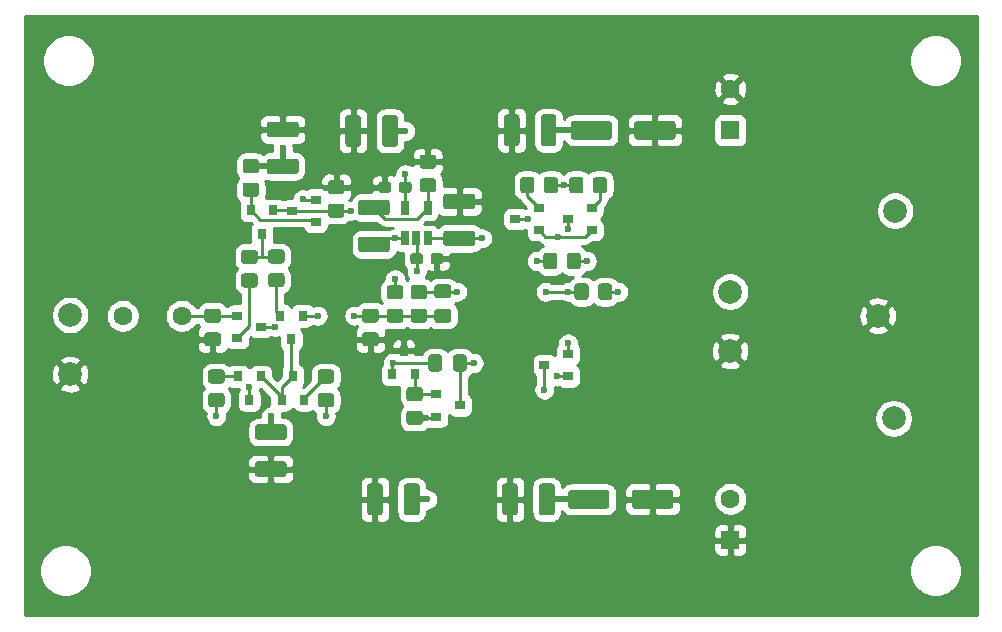
<source format=gbr>
G04 #@! TF.GenerationSoftware,KiCad,Pcbnew,(5.1.10-0-10_14)*
G04 #@! TF.CreationDate,2021-07-29T19:18:23+02:00*
G04 #@! TF.ProjectId,pre-amp-discret,7072652d-616d-4702-9d64-697363726574,rev?*
G04 #@! TF.SameCoordinates,Original*
G04 #@! TF.FileFunction,Copper,L1,Top*
G04 #@! TF.FilePolarity,Positive*
%FSLAX46Y46*%
G04 Gerber Fmt 4.6, Leading zero omitted, Abs format (unit mm)*
G04 Created by KiCad (PCBNEW (5.1.10-0-10_14)) date 2021-07-29 19:18:23*
%MOMM*%
%LPD*%
G01*
G04 APERTURE LIST*
G04 #@! TA.AperFunction,ComponentPad*
%ADD10C,1.600000*%
G04 #@! TD*
G04 #@! TA.AperFunction,ComponentPad*
%ADD11R,1.600000X1.600000*%
G04 #@! TD*
G04 #@! TA.AperFunction,SMDPad,CuDef*
%ADD12R,0.800000X0.900000*%
G04 #@! TD*
G04 #@! TA.AperFunction,SMDPad,CuDef*
%ADD13R,0.900000X0.800000*%
G04 #@! TD*
G04 #@! TA.AperFunction,SMDPad,CuDef*
%ADD14R,0.650000X1.220000*%
G04 #@! TD*
G04 #@! TA.AperFunction,ComponentPad*
%ADD15C,2.000000*%
G04 #@! TD*
G04 #@! TA.AperFunction,ViaPad*
%ADD16C,0.600000*%
G04 #@! TD*
G04 #@! TA.AperFunction,Conductor*
%ADD17C,0.250000*%
G04 #@! TD*
G04 #@! TA.AperFunction,Conductor*
%ADD18C,0.500000*%
G04 #@! TD*
G04 #@! TA.AperFunction,Conductor*
%ADD19C,0.254000*%
G04 #@! TD*
G04 #@! TA.AperFunction,Conductor*
%ADD20C,0.100000*%
G04 #@! TD*
G04 APERTURE END LIST*
D10*
X182270400Y-137414000D03*
D11*
X182270400Y-140914000D03*
D10*
X182270400Y-102722800D03*
D11*
X182270400Y-106222800D03*
G04 #@! TA.AperFunction,SMDPad,CuDef*
G36*
G01*
X172031600Y-136914800D02*
X172031600Y-138014800D01*
G75*
G02*
X171781600Y-138264800I-250000J0D01*
G01*
X168781600Y-138264800D01*
G75*
G02*
X168531600Y-138014800I0J250000D01*
G01*
X168531600Y-136914800D01*
G75*
G02*
X168781600Y-136664800I250000J0D01*
G01*
X171781600Y-136664800D01*
G75*
G02*
X172031600Y-136914800I0J-250000D01*
G01*
G37*
G04 #@! TD.AperFunction*
G04 #@! TA.AperFunction,SMDPad,CuDef*
G36*
G01*
X177431600Y-136914800D02*
X177431600Y-138014800D01*
G75*
G02*
X177181600Y-138264800I-250000J0D01*
G01*
X174181600Y-138264800D01*
G75*
G02*
X173931600Y-138014800I0J250000D01*
G01*
X173931600Y-136914800D01*
G75*
G02*
X174181600Y-136664800I250000J0D01*
G01*
X177181600Y-136664800D01*
G75*
G02*
X177431600Y-136914800I0J-250000D01*
G01*
G37*
G04 #@! TD.AperFunction*
G04 #@! TA.AperFunction,SMDPad,CuDef*
G36*
G01*
X174134800Y-106772800D02*
X174134800Y-105672800D01*
G75*
G02*
X174384800Y-105422800I250000J0D01*
G01*
X177384800Y-105422800D01*
G75*
G02*
X177634800Y-105672800I0J-250000D01*
G01*
X177634800Y-106772800D01*
G75*
G02*
X177384800Y-107022800I-250000J0D01*
G01*
X174384800Y-107022800D01*
G75*
G02*
X174134800Y-106772800I0J250000D01*
G01*
G37*
G04 #@! TD.AperFunction*
G04 #@! TA.AperFunction,SMDPad,CuDef*
G36*
G01*
X168734800Y-106772800D02*
X168734800Y-105672800D01*
G75*
G02*
X168984800Y-105422800I250000J0D01*
G01*
X171984800Y-105422800D01*
G75*
G02*
X172234800Y-105672800I0J-250000D01*
G01*
X172234800Y-106772800D01*
G75*
G02*
X171984800Y-107022800I-250000J0D01*
G01*
X168984800Y-107022800D01*
G75*
G02*
X168734800Y-106772800I0J250000D01*
G01*
G37*
G04 #@! TD.AperFunction*
G04 #@! TA.AperFunction,SMDPad,CuDef*
G36*
G01*
X164263100Y-136364799D02*
X164263100Y-138564801D01*
G75*
G02*
X164013101Y-138814800I-249999J0D01*
G01*
X163188099Y-138814800D01*
G75*
G02*
X162938100Y-138564801I0J249999D01*
G01*
X162938100Y-136364799D01*
G75*
G02*
X163188099Y-136114800I249999J0D01*
G01*
X164013101Y-136114800D01*
G75*
G02*
X164263100Y-136364799I0J-249999D01*
G01*
G37*
G04 #@! TD.AperFunction*
G04 #@! TA.AperFunction,SMDPad,CuDef*
G36*
G01*
X167388100Y-136364799D02*
X167388100Y-138564801D01*
G75*
G02*
X167138101Y-138814800I-249999J0D01*
G01*
X166313099Y-138814800D01*
G75*
G02*
X166063100Y-138564801I0J249999D01*
G01*
X166063100Y-136364799D01*
G75*
G02*
X166313099Y-136114800I249999J0D01*
G01*
X167138101Y-136114800D01*
G75*
G02*
X167388100Y-136364799I0J-249999D01*
G01*
G37*
G04 #@! TD.AperFunction*
G04 #@! TA.AperFunction,SMDPad,CuDef*
G36*
G01*
X166215500Y-107322801D02*
X166215500Y-105122799D01*
G75*
G02*
X166465499Y-104872800I249999J0D01*
G01*
X167290501Y-104872800D01*
G75*
G02*
X167540500Y-105122799I0J-249999D01*
G01*
X167540500Y-107322801D01*
G75*
G02*
X167290501Y-107572800I-249999J0D01*
G01*
X166465499Y-107572800D01*
G75*
G02*
X166215500Y-107322801I0J249999D01*
G01*
G37*
G04 #@! TD.AperFunction*
G04 #@! TA.AperFunction,SMDPad,CuDef*
G36*
G01*
X163090500Y-107322801D02*
X163090500Y-105122799D01*
G75*
G02*
X163340499Y-104872800I249999J0D01*
G01*
X164165501Y-104872800D01*
G75*
G02*
X164415500Y-105122799I0J-249999D01*
G01*
X164415500Y-107322801D01*
G75*
G02*
X164165501Y-107572800I-249999J0D01*
G01*
X163340499Y-107572800D01*
G75*
G02*
X163090500Y-107322801I0J249999D01*
G01*
G37*
G04 #@! TD.AperFunction*
G04 #@! TA.AperFunction,SMDPad,CuDef*
G36*
G01*
X158208799Y-114704300D02*
X160408801Y-114704300D01*
G75*
G02*
X160658800Y-114954299I0J-249999D01*
G01*
X160658800Y-115779301D01*
G75*
G02*
X160408801Y-116029300I-249999J0D01*
G01*
X158208799Y-116029300D01*
G75*
G02*
X157958800Y-115779301I0J249999D01*
G01*
X157958800Y-114954299D01*
G75*
G02*
X158208799Y-114704300I249999J0D01*
G01*
G37*
G04 #@! TD.AperFunction*
G04 #@! TA.AperFunction,SMDPad,CuDef*
G36*
G01*
X158208799Y-111579300D02*
X160408801Y-111579300D01*
G75*
G02*
X160658800Y-111829299I0J-249999D01*
G01*
X160658800Y-112654301D01*
G75*
G02*
X160408801Y-112904300I-249999J0D01*
G01*
X158208799Y-112904300D01*
G75*
G02*
X157958800Y-112654301I0J249999D01*
G01*
X157958800Y-111829299D01*
G75*
G02*
X158208799Y-111579300I249999J0D01*
G01*
G37*
G04 #@! TD.AperFunction*
G04 #@! TA.AperFunction,SMDPad,CuDef*
G36*
G01*
X153195201Y-113421500D02*
X150995199Y-113421500D01*
G75*
G02*
X150745200Y-113171501I0J249999D01*
G01*
X150745200Y-112346499D01*
G75*
G02*
X150995199Y-112096500I249999J0D01*
G01*
X153195201Y-112096500D01*
G75*
G02*
X153445200Y-112346499I0J-249999D01*
G01*
X153445200Y-113171501D01*
G75*
G02*
X153195201Y-113421500I-249999J0D01*
G01*
G37*
G04 #@! TD.AperFunction*
G04 #@! TA.AperFunction,SMDPad,CuDef*
G36*
G01*
X153195201Y-116546500D02*
X150995199Y-116546500D01*
G75*
G02*
X150745200Y-116296501I0J249999D01*
G01*
X150745200Y-115471499D01*
G75*
G02*
X150995199Y-115221500I249999J0D01*
G01*
X153195201Y-115221500D01*
G75*
G02*
X153445200Y-115471499I0J-249999D01*
G01*
X153445200Y-116296501D01*
G75*
G02*
X153195201Y-116546500I-249999J0D01*
G01*
G37*
G04 #@! TD.AperFunction*
G04 #@! TA.AperFunction,SMDPad,CuDef*
G36*
G01*
X142257599Y-134237700D02*
X144457601Y-134237700D01*
G75*
G02*
X144707600Y-134487699I0J-249999D01*
G01*
X144707600Y-135312701D01*
G75*
G02*
X144457601Y-135562700I-249999J0D01*
G01*
X142257599Y-135562700D01*
G75*
G02*
X142007600Y-135312701I0J249999D01*
G01*
X142007600Y-134487699D01*
G75*
G02*
X142257599Y-134237700I249999J0D01*
G01*
G37*
G04 #@! TD.AperFunction*
G04 #@! TA.AperFunction,SMDPad,CuDef*
G36*
G01*
X142257599Y-131112700D02*
X144457601Y-131112700D01*
G75*
G02*
X144707600Y-131362699I0J-249999D01*
G01*
X144707600Y-132187701D01*
G75*
G02*
X144457601Y-132437700I-249999J0D01*
G01*
X142257599Y-132437700D01*
G75*
G02*
X142007600Y-132187701I0J249999D01*
G01*
X142007600Y-131362699D01*
G75*
G02*
X142257599Y-131112700I249999J0D01*
G01*
G37*
G04 #@! TD.AperFunction*
G04 #@! TA.AperFunction,SMDPad,CuDef*
G36*
G01*
X143273599Y-108608300D02*
X145473601Y-108608300D01*
G75*
G02*
X145723600Y-108858299I0J-249999D01*
G01*
X145723600Y-109683301D01*
G75*
G02*
X145473601Y-109933300I-249999J0D01*
G01*
X143273599Y-109933300D01*
G75*
G02*
X143023600Y-109683301I0J249999D01*
G01*
X143023600Y-108858299D01*
G75*
G02*
X143273599Y-108608300I249999J0D01*
G01*
G37*
G04 #@! TD.AperFunction*
G04 #@! TA.AperFunction,SMDPad,CuDef*
G36*
G01*
X143273599Y-105483300D02*
X145473601Y-105483300D01*
G75*
G02*
X145723600Y-105733299I0J-249999D01*
G01*
X145723600Y-106558301D01*
G75*
G02*
X145473601Y-106808300I-249999J0D01*
G01*
X143273599Y-106808300D01*
G75*
G02*
X143023600Y-106558301I0J249999D01*
G01*
X143023600Y-105733299D01*
G75*
G02*
X143273599Y-105483300I249999J0D01*
G01*
G37*
G04 #@! TD.AperFunction*
G04 #@! TA.AperFunction,SMDPad,CuDef*
G36*
G01*
X152792000Y-107373601D02*
X152792000Y-105173599D01*
G75*
G02*
X153041999Y-104923600I249999J0D01*
G01*
X153867001Y-104923600D01*
G75*
G02*
X154117000Y-105173599I0J-249999D01*
G01*
X154117000Y-107373601D01*
G75*
G02*
X153867001Y-107623600I-249999J0D01*
G01*
X153041999Y-107623600D01*
G75*
G02*
X152792000Y-107373601I0J249999D01*
G01*
G37*
G04 #@! TD.AperFunction*
G04 #@! TA.AperFunction,SMDPad,CuDef*
G36*
G01*
X149667000Y-107373601D02*
X149667000Y-105173599D01*
G75*
G02*
X149916999Y-104923600I249999J0D01*
G01*
X150742001Y-104923600D01*
G75*
G02*
X150992000Y-105173599I0J-249999D01*
G01*
X150992000Y-107373601D01*
G75*
G02*
X150742001Y-107623600I-249999J0D01*
G01*
X149916999Y-107623600D01*
G75*
G02*
X149667000Y-107373601I0J249999D01*
G01*
G37*
G04 #@! TD.AperFunction*
G04 #@! TA.AperFunction,SMDPad,CuDef*
G36*
G01*
X152833100Y-136364799D02*
X152833100Y-138564801D01*
G75*
G02*
X152583101Y-138814800I-249999J0D01*
G01*
X151758099Y-138814800D01*
G75*
G02*
X151508100Y-138564801I0J249999D01*
G01*
X151508100Y-136364799D01*
G75*
G02*
X151758099Y-136114800I249999J0D01*
G01*
X152583101Y-136114800D01*
G75*
G02*
X152833100Y-136364799I0J-249999D01*
G01*
G37*
G04 #@! TD.AperFunction*
G04 #@! TA.AperFunction,SMDPad,CuDef*
G36*
G01*
X155958100Y-136364799D02*
X155958100Y-138564801D01*
G75*
G02*
X155708101Y-138814800I-249999J0D01*
G01*
X154883099Y-138814800D01*
G75*
G02*
X154633100Y-138564801I0J249999D01*
G01*
X154633100Y-136364799D01*
G75*
G02*
X154883099Y-136114800I249999J0D01*
G01*
X155708101Y-136114800D01*
G75*
G02*
X155958100Y-136364799I0J-249999D01*
G01*
G37*
G04 #@! TD.AperFunction*
D12*
X145095000Y-123920000D03*
X144145000Y-121920000D03*
X146045000Y-121920000D03*
X145222000Y-127032000D03*
X146172000Y-129032000D03*
X144272000Y-129032000D03*
X141544000Y-129063500D03*
X140594000Y-127063500D03*
X142494000Y-127063500D03*
D13*
X142525500Y-122870000D03*
X140525500Y-123820000D03*
X140525500Y-121920000D03*
D14*
X154736800Y-112759500D03*
X156636800Y-112759500D03*
X156636800Y-115379500D03*
X155686800Y-115379500D03*
X154736800Y-115379500D03*
G04 #@! TA.AperFunction,SMDPad,CuDef*
G36*
G01*
X167621000Y-116834499D02*
X167621000Y-117734501D01*
G75*
G02*
X167371001Y-117984500I-249999J0D01*
G01*
X166670999Y-117984500D01*
G75*
G02*
X166421000Y-117734501I0J249999D01*
G01*
X166421000Y-116834499D01*
G75*
G02*
X166670999Y-116584500I249999J0D01*
G01*
X167371001Y-116584500D01*
G75*
G02*
X167621000Y-116834499I0J-249999D01*
G01*
G37*
G04 #@! TD.AperFunction*
G04 #@! TA.AperFunction,SMDPad,CuDef*
G36*
G01*
X169621000Y-116834499D02*
X169621000Y-117734501D01*
G75*
G02*
X169371001Y-117984500I-249999J0D01*
G01*
X168670999Y-117984500D01*
G75*
G02*
X168421000Y-117734501I0J249999D01*
G01*
X168421000Y-116834499D01*
G75*
G02*
X168670999Y-116584500I249999J0D01*
G01*
X169371001Y-116584500D01*
G75*
G02*
X169621000Y-116834499I0J-249999D01*
G01*
G37*
G04 #@! TD.AperFunction*
G04 #@! TA.AperFunction,SMDPad,CuDef*
G36*
G01*
X157104501Y-109471000D02*
X156204499Y-109471000D01*
G75*
G02*
X155954500Y-109221001I0J249999D01*
G01*
X155954500Y-108520999D01*
G75*
G02*
X156204499Y-108271000I249999J0D01*
G01*
X157104501Y-108271000D01*
G75*
G02*
X157354500Y-108520999I0J-249999D01*
G01*
X157354500Y-109221001D01*
G75*
G02*
X157104501Y-109471000I-249999J0D01*
G01*
G37*
G04 #@! TD.AperFunction*
G04 #@! TA.AperFunction,SMDPad,CuDef*
G36*
G01*
X157104501Y-111471000D02*
X156204499Y-111471000D01*
G75*
G02*
X155954500Y-111221001I0J249999D01*
G01*
X155954500Y-110520999D01*
G75*
G02*
X156204499Y-110271000I249999J0D01*
G01*
X157104501Y-110271000D01*
G75*
G02*
X157354500Y-110520999I0J-249999D01*
G01*
X157354500Y-111221001D01*
G75*
G02*
X157104501Y-111471000I-249999J0D01*
G01*
G37*
G04 #@! TD.AperFunction*
G04 #@! TA.AperFunction,SMDPad,CuDef*
G36*
G01*
X153423199Y-121320000D02*
X154323201Y-121320000D01*
G75*
G02*
X154573200Y-121569999I0J-249999D01*
G01*
X154573200Y-122270001D01*
G75*
G02*
X154323201Y-122520000I-249999J0D01*
G01*
X153423199Y-122520000D01*
G75*
G02*
X153173200Y-122270001I0J249999D01*
G01*
X153173200Y-121569999D01*
G75*
G02*
X153423199Y-121320000I249999J0D01*
G01*
G37*
G04 #@! TD.AperFunction*
G04 #@! TA.AperFunction,SMDPad,CuDef*
G36*
G01*
X153423199Y-119320000D02*
X154323201Y-119320000D01*
G75*
G02*
X154573200Y-119569999I0J-249999D01*
G01*
X154573200Y-120270001D01*
G75*
G02*
X154323201Y-120520000I-249999J0D01*
G01*
X153423199Y-120520000D01*
G75*
G02*
X153173200Y-120270001I0J249999D01*
G01*
X153173200Y-119569999D01*
G75*
G02*
X153423199Y-119320000I249999J0D01*
G01*
G37*
G04 #@! TD.AperFunction*
G04 #@! TA.AperFunction,SMDPad,CuDef*
G36*
G01*
X149344801Y-111630000D02*
X148444799Y-111630000D01*
G75*
G02*
X148194800Y-111380001I0J249999D01*
G01*
X148194800Y-110679999D01*
G75*
G02*
X148444799Y-110430000I249999J0D01*
G01*
X149344801Y-110430000D01*
G75*
G02*
X149594800Y-110679999I0J-249999D01*
G01*
X149594800Y-111380001D01*
G75*
G02*
X149344801Y-111630000I-249999J0D01*
G01*
G37*
G04 #@! TD.AperFunction*
G04 #@! TA.AperFunction,SMDPad,CuDef*
G36*
G01*
X149344801Y-113630000D02*
X148444799Y-113630000D01*
G75*
G02*
X148194800Y-113380001I0J249999D01*
G01*
X148194800Y-112679999D01*
G75*
G02*
X148444799Y-112430000I249999J0D01*
G01*
X149344801Y-112430000D01*
G75*
G02*
X149594800Y-112679999I0J-249999D01*
G01*
X149594800Y-113380001D01*
G75*
G02*
X149344801Y-113630000I-249999J0D01*
G01*
G37*
G04 #@! TD.AperFunction*
G04 #@! TA.AperFunction,SMDPad,CuDef*
G36*
G01*
X141218499Y-110652000D02*
X142118501Y-110652000D01*
G75*
G02*
X142368500Y-110901999I0J-249999D01*
G01*
X142368500Y-111602001D01*
G75*
G02*
X142118501Y-111852000I-249999J0D01*
G01*
X141218499Y-111852000D01*
G75*
G02*
X140968500Y-111602001I0J249999D01*
G01*
X140968500Y-110901999D01*
G75*
G02*
X141218499Y-110652000I249999J0D01*
G01*
G37*
G04 #@! TD.AperFunction*
G04 #@! TA.AperFunction,SMDPad,CuDef*
G36*
G01*
X141218499Y-108652000D02*
X142118501Y-108652000D01*
G75*
G02*
X142368500Y-108901999I0J-249999D01*
G01*
X142368500Y-109602001D01*
G75*
G02*
X142118501Y-109852000I-249999J0D01*
G01*
X141218499Y-109852000D01*
G75*
G02*
X140968500Y-109602001I0J249999D01*
G01*
X140968500Y-108901999D01*
G75*
G02*
X141218499Y-108652000I249999J0D01*
G01*
G37*
G04 #@! TD.AperFunction*
D13*
X145161000Y-113030000D03*
X147161000Y-112080000D03*
X147161000Y-113980000D03*
D12*
X142621000Y-114998500D03*
X141671000Y-112998500D03*
X143571000Y-112998500D03*
D15*
X194754500Y-121920000D03*
X196215000Y-113030000D03*
X196088000Y-130619500D03*
G04 #@! TA.AperFunction,SMDPad,CuDef*
G36*
G01*
X156239500Y-116856500D02*
X156239500Y-117331500D01*
G75*
G02*
X156002000Y-117569000I-237500J0D01*
G01*
X155402000Y-117569000D01*
G75*
G02*
X155164500Y-117331500I0J237500D01*
G01*
X155164500Y-116856500D01*
G75*
G02*
X155402000Y-116619000I237500J0D01*
G01*
X156002000Y-116619000D01*
G75*
G02*
X156239500Y-116856500I0J-237500D01*
G01*
G37*
G04 #@! TD.AperFunction*
G04 #@! TA.AperFunction,SMDPad,CuDef*
G36*
G01*
X157964500Y-116856500D02*
X157964500Y-117331500D01*
G75*
G02*
X157727000Y-117569000I-237500J0D01*
G01*
X157127000Y-117569000D01*
G75*
G02*
X156889500Y-117331500I0J237500D01*
G01*
X156889500Y-116856500D01*
G75*
G02*
X157127000Y-116619000I237500J0D01*
G01*
X157727000Y-116619000D01*
G75*
G02*
X157964500Y-116856500I0J-237500D01*
G01*
G37*
G04 #@! TD.AperFunction*
G04 #@! TA.AperFunction,SMDPad,CuDef*
G36*
G01*
X154199300Y-111286300D02*
X154199300Y-110811300D01*
G75*
G02*
X154436800Y-110573800I237500J0D01*
G01*
X155036800Y-110573800D01*
G75*
G02*
X155274300Y-110811300I0J-237500D01*
G01*
X155274300Y-111286300D01*
G75*
G02*
X155036800Y-111523800I-237500J0D01*
G01*
X154436800Y-111523800D01*
G75*
G02*
X154199300Y-111286300I0J237500D01*
G01*
G37*
G04 #@! TD.AperFunction*
G04 #@! TA.AperFunction,SMDPad,CuDef*
G36*
G01*
X152474300Y-111286300D02*
X152474300Y-110811300D01*
G75*
G02*
X152711800Y-110573800I237500J0D01*
G01*
X153311800Y-110573800D01*
G75*
G02*
X153549300Y-110811300I0J-237500D01*
G01*
X153549300Y-111286300D01*
G75*
G02*
X153311800Y-111523800I-237500J0D01*
G01*
X152711800Y-111523800D01*
G75*
G02*
X152474300Y-111286300I0J237500D01*
G01*
G37*
G04 #@! TD.AperFunction*
X182245000Y-124904500D03*
X182245000Y-119888000D03*
X126365000Y-126873000D03*
X126365000Y-121856500D03*
D13*
X166529000Y-126108500D03*
X168529000Y-125158500D03*
X168529000Y-127058500D03*
G04 #@! TA.AperFunction,SMDPad,CuDef*
G36*
G01*
X157877000Y-125445500D02*
X157877000Y-126395500D01*
G75*
G02*
X157627000Y-126645500I-250000J0D01*
G01*
X156952000Y-126645500D01*
G75*
G02*
X156702000Y-126395500I0J250000D01*
G01*
X156702000Y-125445500D01*
G75*
G02*
X156952000Y-125195500I250000J0D01*
G01*
X157627000Y-125195500D01*
G75*
G02*
X157877000Y-125445500I0J-250000D01*
G01*
G37*
G04 #@! TD.AperFunction*
G04 #@! TA.AperFunction,SMDPad,CuDef*
G36*
G01*
X159952000Y-125445500D02*
X159952000Y-126395500D01*
G75*
G02*
X159702000Y-126645500I-250000J0D01*
G01*
X159027000Y-126645500D01*
G75*
G02*
X158777000Y-126395500I0J250000D01*
G01*
X158777000Y-125445500D01*
G75*
G02*
X159027000Y-125195500I250000J0D01*
G01*
X159702000Y-125195500D01*
G75*
G02*
X159952000Y-125445500I0J-250000D01*
G01*
G37*
G04 #@! TD.AperFunction*
G04 #@! TA.AperFunction,SMDPad,CuDef*
G36*
G01*
X157449500Y-121345200D02*
X158399500Y-121345200D01*
G75*
G02*
X158649500Y-121595200I0J-250000D01*
G01*
X158649500Y-122270200D01*
G75*
G02*
X158399500Y-122520200I-250000J0D01*
G01*
X157449500Y-122520200D01*
G75*
G02*
X157199500Y-122270200I0J250000D01*
G01*
X157199500Y-121595200D01*
G75*
G02*
X157449500Y-121345200I250000J0D01*
G01*
G37*
G04 #@! TD.AperFunction*
G04 #@! TA.AperFunction,SMDPad,CuDef*
G36*
G01*
X157449500Y-119270200D02*
X158399500Y-119270200D01*
G75*
G02*
X158649500Y-119520200I0J-250000D01*
G01*
X158649500Y-120195200D01*
G75*
G02*
X158399500Y-120445200I-250000J0D01*
G01*
X157449500Y-120445200D01*
G75*
G02*
X157199500Y-120195200I0J250000D01*
G01*
X157199500Y-119520200D01*
G75*
G02*
X157449500Y-119270200I250000J0D01*
G01*
G37*
G04 #@! TD.AperFunction*
X170529000Y-114678500D03*
X170529000Y-112778500D03*
X168529000Y-113728500D03*
G04 #@! TA.AperFunction,SMDPad,CuDef*
G36*
G01*
X137979999Y-123320000D02*
X138880001Y-123320000D01*
G75*
G02*
X139130000Y-123569999I0J-249999D01*
G01*
X139130000Y-124270001D01*
G75*
G02*
X138880001Y-124520000I-249999J0D01*
G01*
X137979999Y-124520000D01*
G75*
G02*
X137730000Y-124270001I0J249999D01*
G01*
X137730000Y-123569999D01*
G75*
G02*
X137979999Y-123320000I249999J0D01*
G01*
G37*
G04 #@! TD.AperFunction*
G04 #@! TA.AperFunction,SMDPad,CuDef*
G36*
G01*
X137979999Y-121320000D02*
X138880001Y-121320000D01*
G75*
G02*
X139130000Y-121569999I0J-249999D01*
G01*
X139130000Y-122270001D01*
G75*
G02*
X138880001Y-122520000I-249999J0D01*
G01*
X137979999Y-122520000D01*
G75*
G02*
X137730000Y-122270001I0J249999D01*
G01*
X137730000Y-121569999D01*
G75*
G02*
X137979999Y-121320000I249999J0D01*
G01*
G37*
G04 #@! TD.AperFunction*
G04 #@! TA.AperFunction,SMDPad,CuDef*
G36*
G01*
X170272000Y-119437999D02*
X170272000Y-120338001D01*
G75*
G02*
X170022001Y-120588000I-249999J0D01*
G01*
X169321999Y-120588000D01*
G75*
G02*
X169072000Y-120338001I0J249999D01*
G01*
X169072000Y-119437999D01*
G75*
G02*
X169321999Y-119188000I249999J0D01*
G01*
X170022001Y-119188000D01*
G75*
G02*
X170272000Y-119437999I0J-249999D01*
G01*
G37*
G04 #@! TD.AperFunction*
G04 #@! TA.AperFunction,SMDPad,CuDef*
G36*
G01*
X172272000Y-119437999D02*
X172272000Y-120338001D01*
G75*
G02*
X172022001Y-120588000I-249999J0D01*
G01*
X171321999Y-120588000D01*
G75*
G02*
X171072000Y-120338001I0J249999D01*
G01*
X171072000Y-119437999D01*
G75*
G02*
X171321999Y-119188000I249999J0D01*
G01*
X172022001Y-119188000D01*
G75*
G02*
X172272000Y-119437999I0J-249999D01*
G01*
G37*
G04 #@! TD.AperFunction*
G04 #@! TA.AperFunction,SMDPad,CuDef*
G36*
G01*
X170627500Y-111321001D02*
X170627500Y-110420999D01*
G75*
G02*
X170877499Y-110171000I249999J0D01*
G01*
X171577501Y-110171000D01*
G75*
G02*
X171827500Y-110420999I0J-249999D01*
G01*
X171827500Y-111321001D01*
G75*
G02*
X171577501Y-111571000I-249999J0D01*
G01*
X170877499Y-111571000D01*
G75*
G02*
X170627500Y-111321001I0J249999D01*
G01*
G37*
G04 #@! TD.AperFunction*
G04 #@! TA.AperFunction,SMDPad,CuDef*
G36*
G01*
X168627500Y-111321001D02*
X168627500Y-110420999D01*
G75*
G02*
X168877499Y-110171000I249999J0D01*
G01*
X169577501Y-110171000D01*
G75*
G02*
X169827500Y-110420999I0J-249999D01*
G01*
X169827500Y-111321001D01*
G75*
G02*
X169577501Y-111571000I-249999J0D01*
G01*
X168877499Y-111571000D01*
G75*
G02*
X168627500Y-111321001I0J249999D01*
G01*
G37*
G04 #@! TD.AperFunction*
G04 #@! TA.AperFunction,SMDPad,CuDef*
G36*
G01*
X165668500Y-110420999D02*
X165668500Y-111321001D01*
G75*
G02*
X165418501Y-111571000I-249999J0D01*
G01*
X164718499Y-111571000D01*
G75*
G02*
X164468500Y-111321001I0J249999D01*
G01*
X164468500Y-110420999D01*
G75*
G02*
X164718499Y-110171000I249999J0D01*
G01*
X165418501Y-110171000D01*
G75*
G02*
X165668500Y-110420999I0J-249999D01*
G01*
G37*
G04 #@! TD.AperFunction*
G04 #@! TA.AperFunction,SMDPad,CuDef*
G36*
G01*
X167668500Y-110420999D02*
X167668500Y-111321001D01*
G75*
G02*
X167418501Y-111571000I-249999J0D01*
G01*
X166718499Y-111571000D01*
G75*
G02*
X166468500Y-111321001I0J249999D01*
G01*
X166468500Y-110420999D01*
G75*
G02*
X166718499Y-110171000I249999J0D01*
G01*
X167418501Y-110171000D01*
G75*
G02*
X167668500Y-110420999I0J-249999D01*
G01*
G37*
G04 #@! TD.AperFunction*
G04 #@! TA.AperFunction,SMDPad,CuDef*
G36*
G01*
X155086899Y-129962100D02*
X155986901Y-129962100D01*
G75*
G02*
X156236900Y-130212099I0J-249999D01*
G01*
X156236900Y-130912101D01*
G75*
G02*
X155986901Y-131162100I-249999J0D01*
G01*
X155086899Y-131162100D01*
G75*
G02*
X154836900Y-130912101I0J249999D01*
G01*
X154836900Y-130212099D01*
G75*
G02*
X155086899Y-129962100I249999J0D01*
G01*
G37*
G04 #@! TD.AperFunction*
G04 #@! TA.AperFunction,SMDPad,CuDef*
G36*
G01*
X155086899Y-127962100D02*
X155986901Y-127962100D01*
G75*
G02*
X156236900Y-128212099I0J-249999D01*
G01*
X156236900Y-128912101D01*
G75*
G02*
X155986901Y-129162100I-249999J0D01*
G01*
X155086899Y-129162100D01*
G75*
G02*
X154836900Y-128912101I0J249999D01*
G01*
X154836900Y-128212099D01*
G75*
G02*
X155086899Y-127962100I249999J0D01*
G01*
G37*
G04 #@! TD.AperFunction*
G04 #@! TA.AperFunction,SMDPad,CuDef*
G36*
G01*
X155442499Y-121320000D02*
X156342501Y-121320000D01*
G75*
G02*
X156592500Y-121569999I0J-249999D01*
G01*
X156592500Y-122270001D01*
G75*
G02*
X156342501Y-122520000I-249999J0D01*
G01*
X155442499Y-122520000D01*
G75*
G02*
X155192500Y-122270001I0J249999D01*
G01*
X155192500Y-121569999D01*
G75*
G02*
X155442499Y-121320000I249999J0D01*
G01*
G37*
G04 #@! TD.AperFunction*
G04 #@! TA.AperFunction,SMDPad,CuDef*
G36*
G01*
X155442499Y-119320000D02*
X156342501Y-119320000D01*
G75*
G02*
X156592500Y-119569999I0J-249999D01*
G01*
X156592500Y-120270001D01*
G75*
G02*
X156342501Y-120520000I-249999J0D01*
G01*
X155442499Y-120520000D01*
G75*
G02*
X155192500Y-120270001I0J249999D01*
G01*
X155192500Y-119569999D01*
G75*
G02*
X155442499Y-119320000I249999J0D01*
G01*
G37*
G04 #@! TD.AperFunction*
G04 #@! TA.AperFunction,SMDPad,CuDef*
G36*
G01*
X151340399Y-123320000D02*
X152240401Y-123320000D01*
G75*
G02*
X152490400Y-123569999I0J-249999D01*
G01*
X152490400Y-124270001D01*
G75*
G02*
X152240401Y-124520000I-249999J0D01*
G01*
X151340399Y-124520000D01*
G75*
G02*
X151090400Y-124270001I0J249999D01*
G01*
X151090400Y-123569999D01*
G75*
G02*
X151340399Y-123320000I249999J0D01*
G01*
G37*
G04 #@! TD.AperFunction*
G04 #@! TA.AperFunction,SMDPad,CuDef*
G36*
G01*
X151340399Y-121320000D02*
X152240401Y-121320000D01*
G75*
G02*
X152490400Y-121569999I0J-249999D01*
G01*
X152490400Y-122270001D01*
G75*
G02*
X152240401Y-122520000I-249999J0D01*
G01*
X151340399Y-122520000D01*
G75*
G02*
X151090400Y-122270001I0J249999D01*
G01*
X151090400Y-121569999D01*
G75*
G02*
X151340399Y-121320000I249999J0D01*
G01*
G37*
G04 #@! TD.AperFunction*
G04 #@! TA.AperFunction,SMDPad,CuDef*
G36*
G01*
X147568499Y-128463500D02*
X148468501Y-128463500D01*
G75*
G02*
X148718500Y-128713499I0J-249999D01*
G01*
X148718500Y-129413501D01*
G75*
G02*
X148468501Y-129663500I-249999J0D01*
G01*
X147568499Y-129663500D01*
G75*
G02*
X147318500Y-129413501I0J249999D01*
G01*
X147318500Y-128713499D01*
G75*
G02*
X147568499Y-128463500I249999J0D01*
G01*
G37*
G04 #@! TD.AperFunction*
G04 #@! TA.AperFunction,SMDPad,CuDef*
G36*
G01*
X147568499Y-126463500D02*
X148468501Y-126463500D01*
G75*
G02*
X148718500Y-126713499I0J-249999D01*
G01*
X148718500Y-127413501D01*
G75*
G02*
X148468501Y-127663500I-249999J0D01*
G01*
X147568499Y-127663500D01*
G75*
G02*
X147318500Y-127413501I0J249999D01*
G01*
X147318500Y-126713499D01*
G75*
G02*
X147568499Y-126463500I249999J0D01*
G01*
G37*
G04 #@! TD.AperFunction*
G04 #@! TA.AperFunction,SMDPad,CuDef*
G36*
G01*
X143377499Y-118303500D02*
X144277501Y-118303500D01*
G75*
G02*
X144527500Y-118553499I0J-249999D01*
G01*
X144527500Y-119253501D01*
G75*
G02*
X144277501Y-119503500I-249999J0D01*
G01*
X143377499Y-119503500D01*
G75*
G02*
X143127500Y-119253501I0J249999D01*
G01*
X143127500Y-118553499D01*
G75*
G02*
X143377499Y-118303500I249999J0D01*
G01*
G37*
G04 #@! TD.AperFunction*
G04 #@! TA.AperFunction,SMDPad,CuDef*
G36*
G01*
X143377499Y-116303500D02*
X144277501Y-116303500D01*
G75*
G02*
X144527500Y-116553499I0J-249999D01*
G01*
X144527500Y-117253501D01*
G75*
G02*
X144277501Y-117503500I-249999J0D01*
G01*
X143377499Y-117503500D01*
G75*
G02*
X143127500Y-117253501I0J249999D01*
G01*
X143127500Y-116553499D01*
G75*
G02*
X143377499Y-116303500I249999J0D01*
G01*
G37*
G04 #@! TD.AperFunction*
G04 #@! TA.AperFunction,SMDPad,CuDef*
G36*
G01*
X138297499Y-128463500D02*
X139197501Y-128463500D01*
G75*
G02*
X139447500Y-128713499I0J-249999D01*
G01*
X139447500Y-129413501D01*
G75*
G02*
X139197501Y-129663500I-249999J0D01*
G01*
X138297499Y-129663500D01*
G75*
G02*
X138047500Y-129413501I0J249999D01*
G01*
X138047500Y-128713499D01*
G75*
G02*
X138297499Y-128463500I249999J0D01*
G01*
G37*
G04 #@! TD.AperFunction*
G04 #@! TA.AperFunction,SMDPad,CuDef*
G36*
G01*
X138297499Y-126463500D02*
X139197501Y-126463500D01*
G75*
G02*
X139447500Y-126713499I0J-249999D01*
G01*
X139447500Y-127413501D01*
G75*
G02*
X139197501Y-127663500I-249999J0D01*
G01*
X138297499Y-127663500D01*
G75*
G02*
X138047500Y-127413501I0J249999D01*
G01*
X138047500Y-126713499D01*
G75*
G02*
X138297499Y-126463500I249999J0D01*
G01*
G37*
G04 #@! TD.AperFunction*
G04 #@! TA.AperFunction,SMDPad,CuDef*
G36*
G01*
X141091499Y-118335500D02*
X141991501Y-118335500D01*
G75*
G02*
X142241500Y-118585499I0J-249999D01*
G01*
X142241500Y-119285501D01*
G75*
G02*
X141991501Y-119535500I-249999J0D01*
G01*
X141091499Y-119535500D01*
G75*
G02*
X140841500Y-119285501I0J249999D01*
G01*
X140841500Y-118585499D01*
G75*
G02*
X141091499Y-118335500I249999J0D01*
G01*
G37*
G04 #@! TD.AperFunction*
G04 #@! TA.AperFunction,SMDPad,CuDef*
G36*
G01*
X141091499Y-116335500D02*
X141991501Y-116335500D01*
G75*
G02*
X142241500Y-116585499I0J-249999D01*
G01*
X142241500Y-117285501D01*
G75*
G02*
X141991501Y-117535500I-249999J0D01*
G01*
X141091499Y-117535500D01*
G75*
G02*
X140841500Y-117285501I0J249999D01*
G01*
X140841500Y-116585499D01*
G75*
G02*
X141091499Y-116335500I249999J0D01*
G01*
G37*
G04 #@! TD.AperFunction*
X159365700Y-129512100D03*
X157365700Y-130462100D03*
X157365700Y-128562100D03*
X164052500Y-113731000D03*
X166052500Y-112781000D03*
X166052500Y-114681000D03*
D12*
X154607300Y-124885700D03*
X155557300Y-126885700D03*
X153657300Y-126885700D03*
D10*
X130810000Y-121920000D03*
X135810000Y-121920000D03*
D16*
X146050000Y-112077500D03*
X168148000Y-110871000D03*
X168084500Y-106235500D03*
X144373600Y-107746800D03*
X154736800Y-109931200D03*
X154736800Y-106273600D03*
X156521400Y-130562100D03*
X148018500Y-130429000D03*
X138747500Y-130429000D03*
X143383000Y-130429000D03*
X155702000Y-118160800D03*
X167982900Y-137477500D03*
X166522400Y-128168400D03*
X156603700Y-137477500D03*
X153670000Y-125920500D03*
X143700500Y-122872500D03*
X141541500Y-127952500D03*
X167576500Y-127063500D03*
X160528000Y-125920500D03*
X165163500Y-113728500D03*
X165862000Y-117284500D03*
X161239200Y-115366800D03*
X147320000Y-121920000D03*
X150418800Y-121920000D03*
X168529000Y-114617500D03*
X168529000Y-124269500D03*
X168529000Y-119888000D03*
X166624000Y-119888000D03*
X159131000Y-119888000D03*
X153873200Y-118821200D03*
X153835100Y-115379500D03*
X172783500Y-119888000D03*
X170116500Y-117284500D03*
X167649999Y-115242501D03*
X150164800Y-113030000D03*
D17*
X146052500Y-112080000D02*
X146050000Y-112077500D01*
X147161000Y-112080000D02*
X146052500Y-112080000D01*
X141700000Y-109283500D02*
X141668500Y-109252000D01*
X167068500Y-110871000D02*
X168148000Y-110871000D01*
X168148000Y-110871000D02*
X169227500Y-110871000D01*
D18*
X170472100Y-106235500D02*
X170484800Y-106222800D01*
X168084500Y-106235500D02*
X170472100Y-106235500D01*
X166890700Y-106235500D02*
X166878000Y-106222800D01*
X168084500Y-106235500D02*
X166890700Y-106235500D01*
X141687300Y-109270800D02*
X141668500Y-109252000D01*
X144373600Y-109270800D02*
X141687300Y-109270800D01*
X144373600Y-109270800D02*
X144373600Y-107746800D01*
D17*
X154736800Y-112759500D02*
X154736800Y-111048800D01*
X154736800Y-111048800D02*
X154736800Y-109931200D01*
D18*
X153454500Y-106273600D02*
X154736800Y-106273600D01*
D17*
X135810000Y-121920000D02*
X138430000Y-121920000D01*
X140525500Y-121920000D02*
X138430000Y-121920000D01*
X157265700Y-130562100D02*
X157365700Y-130462100D01*
X155536900Y-130562100D02*
X156521400Y-130562100D01*
X156521400Y-130562100D02*
X157265700Y-130562100D01*
X148018500Y-129063500D02*
X148018500Y-130429000D01*
X138747500Y-130429000D02*
X138747500Y-129063500D01*
X143319500Y-130492500D02*
X143383000Y-130429000D01*
X155702000Y-115394700D02*
X155686800Y-115379500D01*
X155702000Y-117094000D02*
X155702000Y-115394700D01*
X155702000Y-118160800D02*
X155702000Y-117094000D01*
D18*
X166725600Y-137464800D02*
X170281600Y-137464800D01*
D17*
X166529000Y-128161800D02*
X166522400Y-128168400D01*
X166529000Y-126108500D02*
X166529000Y-128161800D01*
D18*
X156591000Y-137464800D02*
X156603700Y-137477500D01*
X155295600Y-137464800D02*
X156591000Y-137464800D01*
X143383000Y-131749800D02*
X143357600Y-131775200D01*
X143383000Y-130429000D02*
X143383000Y-131749800D01*
D17*
X153657300Y-125933200D02*
X153670000Y-125920500D01*
X153657300Y-126885700D02*
X153657300Y-125933200D01*
X153670000Y-125920500D02*
X157289500Y-125920500D01*
X142528000Y-122872500D02*
X142525500Y-122870000D01*
X143700500Y-122872500D02*
X142528000Y-122872500D01*
X141544000Y-127955000D02*
X141541500Y-127952500D01*
X141544000Y-129063500D02*
X141544000Y-127955000D01*
X159365700Y-125921700D02*
X159364500Y-125920500D01*
X159365700Y-129512100D02*
X159365700Y-125921700D01*
X167581500Y-127058500D02*
X167576500Y-127063500D01*
X168529000Y-127058500D02*
X167581500Y-127058500D01*
X160528000Y-125920500D02*
X159364500Y-125920500D01*
X164055000Y-113728500D02*
X164052500Y-113731000D01*
X165163500Y-113728500D02*
X164055000Y-113728500D01*
X167021000Y-117284500D02*
X165862000Y-117284500D01*
X161239200Y-115366800D02*
X159308800Y-115366800D01*
X156649500Y-115366800D02*
X156636800Y-115379500D01*
X159308800Y-115366800D02*
X156649500Y-115366800D01*
X143795500Y-116935500D02*
X143827500Y-116903500D01*
X142621000Y-114998500D02*
X142621000Y-116840000D01*
X142621000Y-116840000D02*
X142525500Y-116935500D01*
X142525500Y-116935500D02*
X143795500Y-116935500D01*
X141541500Y-116935500D02*
X142525500Y-116935500D01*
X146954501Y-113773501D02*
X147161000Y-113980000D01*
X142446001Y-113773501D02*
X146954501Y-113773501D01*
X141671000Y-112998500D02*
X142446001Y-113773501D01*
X141671000Y-111254500D02*
X141668500Y-111252000D01*
X141671000Y-112998500D02*
X141671000Y-111254500D01*
X155536900Y-126906100D02*
X155557300Y-126885700D01*
X155536900Y-128562100D02*
X155536900Y-126906100D01*
X155536900Y-128562100D02*
X157365700Y-128562100D01*
X165068500Y-111797000D02*
X166052500Y-112781000D01*
X165068500Y-110871000D02*
X165068500Y-111797000D01*
X171227500Y-112080000D02*
X170529000Y-112778500D01*
X171227500Y-110871000D02*
X171227500Y-112080000D01*
X158308000Y-121981000D02*
X158356300Y-121932700D01*
X155905200Y-121932700D02*
X155892500Y-121920000D01*
X157924500Y-121932700D02*
X155905200Y-121932700D01*
X147320000Y-121920000D02*
X146045000Y-121920000D01*
X155892500Y-121920000D02*
X153873200Y-121920000D01*
X153873200Y-121920000D02*
X151790400Y-121920000D01*
X151790400Y-121920000D02*
X150418800Y-121920000D01*
X168529000Y-113728500D02*
X168529000Y-114617500D01*
X168529000Y-124269500D02*
X168529000Y-125158500D01*
X169672000Y-119888000D02*
X168529000Y-119888000D01*
X157862200Y-119920000D02*
X157924500Y-119857700D01*
X155892500Y-119920000D02*
X157862200Y-119920000D01*
X168529000Y-119888000D02*
X166624000Y-119888000D01*
X157954800Y-119888000D02*
X157924500Y-119857700D01*
X159131000Y-119888000D02*
X157954800Y-119888000D01*
X155701799Y-113694501D02*
X156636800Y-112759500D01*
X153030701Y-113694501D02*
X155701799Y-113694501D01*
X152095200Y-112759000D02*
X153030701Y-113694501D01*
X156636800Y-110888700D02*
X156654500Y-110871000D01*
X156636800Y-112759500D02*
X156636800Y-110888700D01*
X152599700Y-115379500D02*
X152095200Y-115884000D01*
X153873200Y-119920000D02*
X153873200Y-118821200D01*
X153835100Y-115379500D02*
X152599700Y-115379500D01*
X154736800Y-115379500D02*
X153835100Y-115379500D01*
X171672000Y-119888000D02*
X172783500Y-119888000D01*
X170116500Y-117284500D02*
X169021000Y-117284500D01*
X145129500Y-112998500D02*
X145161000Y-113030000D01*
X143571000Y-112998500D02*
X145129500Y-112998500D01*
X166614001Y-115242501D02*
X167649999Y-115242501D01*
X169964999Y-115242501D02*
X170529000Y-114678500D01*
X166052500Y-114681000D02*
X166614001Y-115242501D01*
X167649999Y-115242501D02*
X169964999Y-115242501D01*
X145161000Y-113030000D02*
X148894800Y-113030000D01*
X148894800Y-113030000D02*
X150164800Y-113030000D01*
X141541500Y-122804000D02*
X141541500Y-118935500D01*
X140525500Y-123820000D02*
X141541500Y-122804000D01*
X138747500Y-127063500D02*
X140594000Y-127063500D01*
X144272000Y-128841500D02*
X142494000Y-127063500D01*
X144272000Y-129032000D02*
X144272000Y-128841500D01*
X144272000Y-127982000D02*
X145222000Y-127032000D01*
X144272000Y-129032000D02*
X144272000Y-127982000D01*
X145095000Y-126905000D02*
X145222000Y-127032000D01*
X145095000Y-123920000D02*
X145095000Y-126905000D01*
X146172000Y-128910000D02*
X148018500Y-127063500D01*
X146172000Y-129032000D02*
X146172000Y-128910000D01*
X143859000Y-118872000D02*
X143827500Y-118903500D01*
X143827500Y-121602500D02*
X144145000Y-121920000D01*
X143827500Y-118903500D02*
X143827500Y-121602500D01*
D19*
X203175000Y-147295000D02*
X122580000Y-147295000D01*
X122580000Y-143289872D01*
X123749000Y-143289872D01*
X123749000Y-143730128D01*
X123834890Y-144161925D01*
X124003369Y-144568669D01*
X124247962Y-144934729D01*
X124559271Y-145246038D01*
X124925331Y-145490631D01*
X125332075Y-145659110D01*
X125763872Y-145745000D01*
X126204128Y-145745000D01*
X126635925Y-145659110D01*
X127042669Y-145490631D01*
X127408729Y-145246038D01*
X127720038Y-144934729D01*
X127964631Y-144568669D01*
X128133110Y-144161925D01*
X128219000Y-143730128D01*
X128219000Y-143289872D01*
X197409000Y-143289872D01*
X197409000Y-143730128D01*
X197494890Y-144161925D01*
X197663369Y-144568669D01*
X197907962Y-144934729D01*
X198219271Y-145246038D01*
X198585331Y-145490631D01*
X198992075Y-145659110D01*
X199423872Y-145745000D01*
X199864128Y-145745000D01*
X200295925Y-145659110D01*
X200702669Y-145490631D01*
X201068729Y-145246038D01*
X201380038Y-144934729D01*
X201624631Y-144568669D01*
X201793110Y-144161925D01*
X201879000Y-143730128D01*
X201879000Y-143289872D01*
X201793110Y-142858075D01*
X201624631Y-142451331D01*
X201380038Y-142085271D01*
X201068729Y-141773962D01*
X200702669Y-141529369D01*
X200295925Y-141360890D01*
X199864128Y-141275000D01*
X199423872Y-141275000D01*
X198992075Y-141360890D01*
X198585331Y-141529369D01*
X198219271Y-141773962D01*
X197907962Y-142085271D01*
X197663369Y-142451331D01*
X197494890Y-142858075D01*
X197409000Y-143289872D01*
X128219000Y-143289872D01*
X128133110Y-142858075D01*
X127964631Y-142451331D01*
X127720038Y-142085271D01*
X127408729Y-141773962D01*
X127318990Y-141714000D01*
X180832328Y-141714000D01*
X180844588Y-141838482D01*
X180880898Y-141958180D01*
X180939863Y-142068494D01*
X181019215Y-142165185D01*
X181115906Y-142244537D01*
X181226220Y-142303502D01*
X181345918Y-142339812D01*
X181470400Y-142352072D01*
X181984650Y-142349000D01*
X182143400Y-142190250D01*
X182143400Y-141041000D01*
X182397400Y-141041000D01*
X182397400Y-142190250D01*
X182556150Y-142349000D01*
X183070400Y-142352072D01*
X183194882Y-142339812D01*
X183314580Y-142303502D01*
X183424894Y-142244537D01*
X183521585Y-142165185D01*
X183600937Y-142068494D01*
X183659902Y-141958180D01*
X183696212Y-141838482D01*
X183708472Y-141714000D01*
X183705400Y-141199750D01*
X183546650Y-141041000D01*
X182397400Y-141041000D01*
X182143400Y-141041000D01*
X180994150Y-141041000D01*
X180835400Y-141199750D01*
X180832328Y-141714000D01*
X127318990Y-141714000D01*
X127042669Y-141529369D01*
X126635925Y-141360890D01*
X126204128Y-141275000D01*
X125763872Y-141275000D01*
X125332075Y-141360890D01*
X124925331Y-141529369D01*
X124559271Y-141773962D01*
X124247962Y-142085271D01*
X124003369Y-142451331D01*
X123834890Y-142858075D01*
X123749000Y-143289872D01*
X122580000Y-143289872D01*
X122580000Y-140114000D01*
X180832328Y-140114000D01*
X180835400Y-140628250D01*
X180994150Y-140787000D01*
X182143400Y-140787000D01*
X182143400Y-139637750D01*
X182397400Y-139637750D01*
X182397400Y-140787000D01*
X183546650Y-140787000D01*
X183705400Y-140628250D01*
X183708472Y-140114000D01*
X183696212Y-139989518D01*
X183659902Y-139869820D01*
X183600937Y-139759506D01*
X183521585Y-139662815D01*
X183424894Y-139583463D01*
X183314580Y-139524498D01*
X183194882Y-139488188D01*
X183070400Y-139475928D01*
X182556150Y-139479000D01*
X182397400Y-139637750D01*
X182143400Y-139637750D01*
X181984650Y-139479000D01*
X181470400Y-139475928D01*
X181345918Y-139488188D01*
X181226220Y-139524498D01*
X181115906Y-139583463D01*
X181019215Y-139662815D01*
X180939863Y-139759506D01*
X180880898Y-139869820D01*
X180844588Y-139989518D01*
X180832328Y-140114000D01*
X122580000Y-140114000D01*
X122580000Y-138814800D01*
X150870028Y-138814800D01*
X150882288Y-138939282D01*
X150918598Y-139058980D01*
X150977563Y-139169294D01*
X151056915Y-139265985D01*
X151153606Y-139345337D01*
X151263920Y-139404302D01*
X151383618Y-139440612D01*
X151508100Y-139452872D01*
X151884850Y-139449800D01*
X152043600Y-139291050D01*
X152043600Y-137591800D01*
X152297600Y-137591800D01*
X152297600Y-139291050D01*
X152456350Y-139449800D01*
X152833100Y-139452872D01*
X152957582Y-139440612D01*
X153077280Y-139404302D01*
X153187594Y-139345337D01*
X153284285Y-139265985D01*
X153363637Y-139169294D01*
X153422602Y-139058980D01*
X153458912Y-138939282D01*
X153471172Y-138814800D01*
X153468100Y-137750550D01*
X153309350Y-137591800D01*
X152297600Y-137591800D01*
X152043600Y-137591800D01*
X151031850Y-137591800D01*
X150873100Y-137750550D01*
X150870028Y-138814800D01*
X122580000Y-138814800D01*
X122580000Y-135562700D01*
X141369528Y-135562700D01*
X141381788Y-135687182D01*
X141418098Y-135806880D01*
X141477063Y-135917194D01*
X141556415Y-136013885D01*
X141653106Y-136093237D01*
X141763420Y-136152202D01*
X141883118Y-136188512D01*
X142007600Y-136200772D01*
X143071850Y-136197700D01*
X143230600Y-136038950D01*
X143230600Y-135027200D01*
X143484600Y-135027200D01*
X143484600Y-136038950D01*
X143643350Y-136197700D01*
X144707600Y-136200772D01*
X144832082Y-136188512D01*
X144951780Y-136152202D01*
X145021753Y-136114800D01*
X150870028Y-136114800D01*
X150873100Y-137179050D01*
X151031850Y-137337800D01*
X152043600Y-137337800D01*
X152043600Y-135638550D01*
X152297600Y-135638550D01*
X152297600Y-137337800D01*
X153309350Y-137337800D01*
X153468100Y-137179050D01*
X153470450Y-136364799D01*
X153995028Y-136364799D01*
X153995028Y-138564801D01*
X154012092Y-138738055D01*
X154062628Y-138904651D01*
X154144695Y-139058187D01*
X154255138Y-139192762D01*
X154389713Y-139303205D01*
X154543249Y-139385272D01*
X154709845Y-139435808D01*
X154883099Y-139452872D01*
X155708101Y-139452872D01*
X155881355Y-139435808D01*
X156047951Y-139385272D01*
X156201487Y-139303205D01*
X156336062Y-139192762D01*
X156446505Y-139058187D01*
X156528572Y-138904651D01*
X156555827Y-138814800D01*
X162300028Y-138814800D01*
X162312288Y-138939282D01*
X162348598Y-139058980D01*
X162407563Y-139169294D01*
X162486915Y-139265985D01*
X162583606Y-139345337D01*
X162693920Y-139404302D01*
X162813618Y-139440612D01*
X162938100Y-139452872D01*
X163314850Y-139449800D01*
X163473600Y-139291050D01*
X163473600Y-137591800D01*
X163727600Y-137591800D01*
X163727600Y-139291050D01*
X163886350Y-139449800D01*
X164263100Y-139452872D01*
X164387582Y-139440612D01*
X164507280Y-139404302D01*
X164617594Y-139345337D01*
X164714285Y-139265985D01*
X164793637Y-139169294D01*
X164852602Y-139058980D01*
X164888912Y-138939282D01*
X164901172Y-138814800D01*
X164898100Y-137750550D01*
X164739350Y-137591800D01*
X163727600Y-137591800D01*
X163473600Y-137591800D01*
X162461850Y-137591800D01*
X162303100Y-137750550D01*
X162300028Y-138814800D01*
X156555827Y-138814800D01*
X156579108Y-138738055D01*
X156596172Y-138564801D01*
X156596172Y-138412500D01*
X156695789Y-138412500D01*
X156876429Y-138376568D01*
X157046589Y-138306086D01*
X157199728Y-138203762D01*
X157329962Y-138073528D01*
X157432286Y-137920389D01*
X157502768Y-137750229D01*
X157538700Y-137569589D01*
X157538700Y-137385411D01*
X157502768Y-137204771D01*
X157432286Y-137034611D01*
X157329962Y-136881472D01*
X157199728Y-136751238D01*
X157046589Y-136648914D01*
X156876429Y-136578432D01*
X156695789Y-136542500D01*
X156596172Y-136542500D01*
X156596172Y-136364799D01*
X156579108Y-136191545D01*
X156555828Y-136114800D01*
X162300028Y-136114800D01*
X162303100Y-137179050D01*
X162461850Y-137337800D01*
X163473600Y-137337800D01*
X163473600Y-135638550D01*
X163727600Y-135638550D01*
X163727600Y-137337800D01*
X164739350Y-137337800D01*
X164898100Y-137179050D01*
X164900450Y-136364799D01*
X165425028Y-136364799D01*
X165425028Y-138564801D01*
X165442092Y-138738055D01*
X165492628Y-138904651D01*
X165574695Y-139058187D01*
X165685138Y-139192762D01*
X165819713Y-139303205D01*
X165973249Y-139385272D01*
X166139845Y-139435808D01*
X166313099Y-139452872D01*
X167138101Y-139452872D01*
X167311355Y-139435808D01*
X167477951Y-139385272D01*
X167631487Y-139303205D01*
X167766062Y-139192762D01*
X167876505Y-139058187D01*
X167958572Y-138904651D01*
X168009108Y-138738055D01*
X168026172Y-138564801D01*
X168026172Y-138476338D01*
X168043195Y-138508186D01*
X168153638Y-138642762D01*
X168288214Y-138753205D01*
X168441750Y-138835272D01*
X168608346Y-138885808D01*
X168781600Y-138902872D01*
X171781600Y-138902872D01*
X171954854Y-138885808D01*
X172121450Y-138835272D01*
X172274986Y-138753205D01*
X172409562Y-138642762D01*
X172520005Y-138508186D01*
X172602072Y-138354650D01*
X172629327Y-138264800D01*
X173293528Y-138264800D01*
X173305788Y-138389282D01*
X173342098Y-138508980D01*
X173401063Y-138619294D01*
X173480415Y-138715985D01*
X173577106Y-138795337D01*
X173687420Y-138854302D01*
X173807118Y-138890612D01*
X173931600Y-138902872D01*
X175395850Y-138899800D01*
X175554600Y-138741050D01*
X175554600Y-137591800D01*
X175808600Y-137591800D01*
X175808600Y-138741050D01*
X175967350Y-138899800D01*
X177431600Y-138902872D01*
X177556082Y-138890612D01*
X177675780Y-138854302D01*
X177786094Y-138795337D01*
X177882785Y-138715985D01*
X177962137Y-138619294D01*
X178021102Y-138508980D01*
X178057412Y-138389282D01*
X178069672Y-138264800D01*
X178066600Y-137750550D01*
X177907850Y-137591800D01*
X175808600Y-137591800D01*
X175554600Y-137591800D01*
X173455350Y-137591800D01*
X173296600Y-137750550D01*
X173293528Y-138264800D01*
X172629327Y-138264800D01*
X172652608Y-138188054D01*
X172669672Y-138014800D01*
X172669672Y-136914800D01*
X172652608Y-136741546D01*
X172629328Y-136664800D01*
X173293528Y-136664800D01*
X173296600Y-137179050D01*
X173455350Y-137337800D01*
X175554600Y-137337800D01*
X175554600Y-136188550D01*
X175808600Y-136188550D01*
X175808600Y-137337800D01*
X177907850Y-137337800D01*
X177972985Y-137272665D01*
X180835400Y-137272665D01*
X180835400Y-137555335D01*
X180890547Y-137832574D01*
X180998720Y-138093727D01*
X181155763Y-138328759D01*
X181355641Y-138528637D01*
X181590673Y-138685680D01*
X181851826Y-138793853D01*
X182129065Y-138849000D01*
X182411735Y-138849000D01*
X182688974Y-138793853D01*
X182950127Y-138685680D01*
X183185159Y-138528637D01*
X183385037Y-138328759D01*
X183542080Y-138093727D01*
X183650253Y-137832574D01*
X183705400Y-137555335D01*
X183705400Y-137272665D01*
X183650253Y-136995426D01*
X183542080Y-136734273D01*
X183385037Y-136499241D01*
X183185159Y-136299363D01*
X182950127Y-136142320D01*
X182688974Y-136034147D01*
X182411735Y-135979000D01*
X182129065Y-135979000D01*
X181851826Y-136034147D01*
X181590673Y-136142320D01*
X181355641Y-136299363D01*
X181155763Y-136499241D01*
X180998720Y-136734273D01*
X180890547Y-136995426D01*
X180835400Y-137272665D01*
X177972985Y-137272665D01*
X178066600Y-137179050D01*
X178069672Y-136664800D01*
X178057412Y-136540318D01*
X178021102Y-136420620D01*
X177962137Y-136310306D01*
X177882785Y-136213615D01*
X177786094Y-136134263D01*
X177675780Y-136075298D01*
X177556082Y-136038988D01*
X177431600Y-136026728D01*
X175967350Y-136029800D01*
X175808600Y-136188550D01*
X175554600Y-136188550D01*
X175395850Y-136029800D01*
X173931600Y-136026728D01*
X173807118Y-136038988D01*
X173687420Y-136075298D01*
X173577106Y-136134263D01*
X173480415Y-136213615D01*
X173401063Y-136310306D01*
X173342098Y-136420620D01*
X173305788Y-136540318D01*
X173293528Y-136664800D01*
X172629328Y-136664800D01*
X172602072Y-136574950D01*
X172520005Y-136421414D01*
X172409562Y-136286838D01*
X172274986Y-136176395D01*
X172121450Y-136094328D01*
X171954854Y-136043792D01*
X171781600Y-136026728D01*
X168781600Y-136026728D01*
X168608346Y-136043792D01*
X168441750Y-136094328D01*
X168288214Y-136176395D01*
X168153638Y-136286838D01*
X168043195Y-136421414D01*
X168026172Y-136453262D01*
X168026172Y-136364799D01*
X168009108Y-136191545D01*
X167958572Y-136024949D01*
X167876505Y-135871413D01*
X167766062Y-135736838D01*
X167631487Y-135626395D01*
X167477951Y-135544328D01*
X167311355Y-135493792D01*
X167138101Y-135476728D01*
X166313099Y-135476728D01*
X166139845Y-135493792D01*
X165973249Y-135544328D01*
X165819713Y-135626395D01*
X165685138Y-135736838D01*
X165574695Y-135871413D01*
X165492628Y-136024949D01*
X165442092Y-136191545D01*
X165425028Y-136364799D01*
X164900450Y-136364799D01*
X164901172Y-136114800D01*
X164888912Y-135990318D01*
X164852602Y-135870620D01*
X164793637Y-135760306D01*
X164714285Y-135663615D01*
X164617594Y-135584263D01*
X164507280Y-135525298D01*
X164387582Y-135488988D01*
X164263100Y-135476728D01*
X163886350Y-135479800D01*
X163727600Y-135638550D01*
X163473600Y-135638550D01*
X163314850Y-135479800D01*
X162938100Y-135476728D01*
X162813618Y-135488988D01*
X162693920Y-135525298D01*
X162583606Y-135584263D01*
X162486915Y-135663615D01*
X162407563Y-135760306D01*
X162348598Y-135870620D01*
X162312288Y-135990318D01*
X162300028Y-136114800D01*
X156555828Y-136114800D01*
X156528572Y-136024949D01*
X156446505Y-135871413D01*
X156336062Y-135736838D01*
X156201487Y-135626395D01*
X156047951Y-135544328D01*
X155881355Y-135493792D01*
X155708101Y-135476728D01*
X154883099Y-135476728D01*
X154709845Y-135493792D01*
X154543249Y-135544328D01*
X154389713Y-135626395D01*
X154255138Y-135736838D01*
X154144695Y-135871413D01*
X154062628Y-136024949D01*
X154012092Y-136191545D01*
X153995028Y-136364799D01*
X153470450Y-136364799D01*
X153471172Y-136114800D01*
X153458912Y-135990318D01*
X153422602Y-135870620D01*
X153363637Y-135760306D01*
X153284285Y-135663615D01*
X153187594Y-135584263D01*
X153077280Y-135525298D01*
X152957582Y-135488988D01*
X152833100Y-135476728D01*
X152456350Y-135479800D01*
X152297600Y-135638550D01*
X152043600Y-135638550D01*
X151884850Y-135479800D01*
X151508100Y-135476728D01*
X151383618Y-135488988D01*
X151263920Y-135525298D01*
X151153606Y-135584263D01*
X151056915Y-135663615D01*
X150977563Y-135760306D01*
X150918598Y-135870620D01*
X150882288Y-135990318D01*
X150870028Y-136114800D01*
X145021753Y-136114800D01*
X145062094Y-136093237D01*
X145158785Y-136013885D01*
X145238137Y-135917194D01*
X145297102Y-135806880D01*
X145333412Y-135687182D01*
X145345672Y-135562700D01*
X145342600Y-135185950D01*
X145183850Y-135027200D01*
X143484600Y-135027200D01*
X143230600Y-135027200D01*
X141531350Y-135027200D01*
X141372600Y-135185950D01*
X141369528Y-135562700D01*
X122580000Y-135562700D01*
X122580000Y-134237700D01*
X141369528Y-134237700D01*
X141372600Y-134614450D01*
X141531350Y-134773200D01*
X143230600Y-134773200D01*
X143230600Y-133761450D01*
X143484600Y-133761450D01*
X143484600Y-134773200D01*
X145183850Y-134773200D01*
X145342600Y-134614450D01*
X145345672Y-134237700D01*
X145333412Y-134113218D01*
X145297102Y-133993520D01*
X145238137Y-133883206D01*
X145158785Y-133786515D01*
X145062094Y-133707163D01*
X144951780Y-133648198D01*
X144832082Y-133611888D01*
X144707600Y-133599628D01*
X143643350Y-133602700D01*
X143484600Y-133761450D01*
X143230600Y-133761450D01*
X143071850Y-133602700D01*
X142007600Y-133599628D01*
X141883118Y-133611888D01*
X141763420Y-133648198D01*
X141653106Y-133707163D01*
X141556415Y-133786515D01*
X141477063Y-133883206D01*
X141418098Y-133993520D01*
X141381788Y-134113218D01*
X141369528Y-134237700D01*
X122580000Y-134237700D01*
X122580000Y-128008413D01*
X125409192Y-128008413D01*
X125504956Y-128272814D01*
X125794571Y-128413704D01*
X126106108Y-128495384D01*
X126427595Y-128514718D01*
X126746675Y-128470961D01*
X127051088Y-128365795D01*
X127225044Y-128272814D01*
X127320808Y-128008413D01*
X126365000Y-127052605D01*
X125409192Y-128008413D01*
X122580000Y-128008413D01*
X122580000Y-126935595D01*
X124723282Y-126935595D01*
X124767039Y-127254675D01*
X124872205Y-127559088D01*
X124965186Y-127733044D01*
X125229587Y-127828808D01*
X126185395Y-126873000D01*
X126544605Y-126873000D01*
X127500413Y-127828808D01*
X127764814Y-127733044D01*
X127905704Y-127443429D01*
X127987384Y-127131892D01*
X128006718Y-126810405D01*
X127962961Y-126491325D01*
X127857795Y-126186912D01*
X127764814Y-126012956D01*
X127500413Y-125917192D01*
X126544605Y-126873000D01*
X126185395Y-126873000D01*
X125229587Y-125917192D01*
X124965186Y-126012956D01*
X124824296Y-126302571D01*
X124742616Y-126614108D01*
X124723282Y-126935595D01*
X122580000Y-126935595D01*
X122580000Y-125737587D01*
X125409192Y-125737587D01*
X126365000Y-126693395D01*
X127320808Y-125737587D01*
X127225044Y-125473186D01*
X126935429Y-125332296D01*
X126623892Y-125250616D01*
X126302405Y-125231282D01*
X125983325Y-125275039D01*
X125678912Y-125380205D01*
X125504956Y-125473186D01*
X125409192Y-125737587D01*
X122580000Y-125737587D01*
X122580000Y-124520000D01*
X137091928Y-124520000D01*
X137104188Y-124644482D01*
X137140498Y-124764180D01*
X137199463Y-124874494D01*
X137278815Y-124971185D01*
X137375506Y-125050537D01*
X137485820Y-125109502D01*
X137605518Y-125145812D01*
X137730000Y-125158072D01*
X138144250Y-125155000D01*
X138303000Y-124996250D01*
X138303000Y-124047000D01*
X137253750Y-124047000D01*
X137095000Y-124205750D01*
X137091928Y-124520000D01*
X122580000Y-124520000D01*
X122580000Y-121695467D01*
X124730000Y-121695467D01*
X124730000Y-122017533D01*
X124792832Y-122333412D01*
X124916082Y-122630963D01*
X125095013Y-122898752D01*
X125322748Y-123126487D01*
X125590537Y-123305418D01*
X125888088Y-123428668D01*
X126203967Y-123491500D01*
X126526033Y-123491500D01*
X126841912Y-123428668D01*
X127139463Y-123305418D01*
X127407252Y-123126487D01*
X127634987Y-122898752D01*
X127813918Y-122630963D01*
X127937168Y-122333412D01*
X128000000Y-122017533D01*
X128000000Y-121778665D01*
X129375000Y-121778665D01*
X129375000Y-122061335D01*
X129430147Y-122338574D01*
X129538320Y-122599727D01*
X129695363Y-122834759D01*
X129895241Y-123034637D01*
X130130273Y-123191680D01*
X130391426Y-123299853D01*
X130668665Y-123355000D01*
X130951335Y-123355000D01*
X131228574Y-123299853D01*
X131489727Y-123191680D01*
X131724759Y-123034637D01*
X131924637Y-122834759D01*
X132081680Y-122599727D01*
X132189853Y-122338574D01*
X132245000Y-122061335D01*
X132245000Y-121778665D01*
X134375000Y-121778665D01*
X134375000Y-122061335D01*
X134430147Y-122338574D01*
X134538320Y-122599727D01*
X134695363Y-122834759D01*
X134895241Y-123034637D01*
X135130273Y-123191680D01*
X135391426Y-123299853D01*
X135668665Y-123355000D01*
X135951335Y-123355000D01*
X136228574Y-123299853D01*
X136489727Y-123191680D01*
X136724759Y-123034637D01*
X136924637Y-122834759D01*
X137028043Y-122680000D01*
X137197024Y-122680000D01*
X137241595Y-122763387D01*
X137308276Y-122844637D01*
X137278815Y-122868815D01*
X137199463Y-122965506D01*
X137140498Y-123075820D01*
X137104188Y-123195518D01*
X137091928Y-123320000D01*
X137095000Y-123634250D01*
X137253750Y-123793000D01*
X138303000Y-123793000D01*
X138303000Y-123773000D01*
X138557000Y-123773000D01*
X138557000Y-123793000D01*
X138577000Y-123793000D01*
X138577000Y-124047000D01*
X138557000Y-124047000D01*
X138557000Y-124996250D01*
X138715750Y-125155000D01*
X139130000Y-125158072D01*
X139254482Y-125145812D01*
X139374180Y-125109502D01*
X139484494Y-125050537D01*
X139581185Y-124971185D01*
X139660537Y-124874494D01*
X139719502Y-124764180D01*
X139723273Y-124751749D01*
X139831320Y-124809502D01*
X139951018Y-124845812D01*
X140075500Y-124858072D01*
X140975500Y-124858072D01*
X141099982Y-124845812D01*
X141219680Y-124809502D01*
X141329994Y-124750537D01*
X141426685Y-124671185D01*
X141506037Y-124574494D01*
X141565002Y-124464180D01*
X141601312Y-124344482D01*
X141613572Y-124220000D01*
X141613572Y-123806730D01*
X141665400Y-123754902D01*
X141721006Y-123800537D01*
X141831320Y-123859502D01*
X141951018Y-123895812D01*
X142075500Y-123908072D01*
X142975500Y-123908072D01*
X143099982Y-123895812D01*
X143219680Y-123859502D01*
X143329994Y-123800537D01*
X143386250Y-123754369D01*
X143427771Y-123771568D01*
X143608411Y-123807500D01*
X143792589Y-123807500D01*
X143973229Y-123771568D01*
X144056928Y-123736899D01*
X144056928Y-124370000D01*
X144069188Y-124494482D01*
X144105498Y-124614180D01*
X144164463Y-124724494D01*
X144243815Y-124821185D01*
X144335000Y-124896019D01*
X144335001Y-126174455D01*
X144291463Y-126227506D01*
X144232498Y-126337820D01*
X144196188Y-126457518D01*
X144183928Y-126582000D01*
X144183928Y-126995271D01*
X143842250Y-127336949D01*
X143532072Y-127026771D01*
X143532072Y-126613500D01*
X143519812Y-126489018D01*
X143483502Y-126369320D01*
X143424537Y-126259006D01*
X143345185Y-126162315D01*
X143248494Y-126082963D01*
X143138180Y-126023998D01*
X143018482Y-125987688D01*
X142894000Y-125975428D01*
X142094000Y-125975428D01*
X141969518Y-125987688D01*
X141849820Y-126023998D01*
X141739506Y-126082963D01*
X141642815Y-126162315D01*
X141563463Y-126259006D01*
X141544000Y-126295418D01*
X141524537Y-126259006D01*
X141445185Y-126162315D01*
X141348494Y-126082963D01*
X141238180Y-126023998D01*
X141118482Y-125987688D01*
X140994000Y-125975428D01*
X140194000Y-125975428D01*
X140069518Y-125987688D01*
X139949820Y-126023998D01*
X139839506Y-126082963D01*
X139829851Y-126090886D01*
X139825462Y-126085538D01*
X139690887Y-125975095D01*
X139537351Y-125893028D01*
X139370755Y-125842492D01*
X139197501Y-125825428D01*
X138297499Y-125825428D01*
X138124245Y-125842492D01*
X137957649Y-125893028D01*
X137804113Y-125975095D01*
X137669538Y-126085538D01*
X137559095Y-126220113D01*
X137477028Y-126373649D01*
X137426492Y-126540245D01*
X137409428Y-126713499D01*
X137409428Y-127413501D01*
X137426492Y-127586755D01*
X137477028Y-127753351D01*
X137559095Y-127906887D01*
X137669538Y-128041462D01*
X137696391Y-128063500D01*
X137669538Y-128085538D01*
X137559095Y-128220113D01*
X137477028Y-128373649D01*
X137426492Y-128540245D01*
X137409428Y-128713499D01*
X137409428Y-129413501D01*
X137426492Y-129586755D01*
X137477028Y-129753351D01*
X137559095Y-129906887D01*
X137669538Y-130041462D01*
X137804113Y-130151905D01*
X137844958Y-130173737D01*
X137812500Y-130336911D01*
X137812500Y-130521089D01*
X137848432Y-130701729D01*
X137918914Y-130871889D01*
X138021238Y-131025028D01*
X138151472Y-131155262D01*
X138304611Y-131257586D01*
X138474771Y-131328068D01*
X138655411Y-131364000D01*
X138839589Y-131364000D01*
X139020229Y-131328068D01*
X139190389Y-131257586D01*
X139343528Y-131155262D01*
X139473762Y-131025028D01*
X139576086Y-130871889D01*
X139646568Y-130701729D01*
X139682500Y-130521089D01*
X139682500Y-130336911D01*
X139650042Y-130173737D01*
X139690887Y-130151905D01*
X139825462Y-130041462D01*
X139935905Y-129906887D01*
X140017972Y-129753351D01*
X140068508Y-129586755D01*
X140085572Y-129413501D01*
X140085572Y-128713499D01*
X140068508Y-128540245D01*
X140017972Y-128373649D01*
X139935905Y-128220113D01*
X139825462Y-128085538D01*
X139798609Y-128063500D01*
X139825462Y-128041462D01*
X139829851Y-128036114D01*
X139839506Y-128044037D01*
X139949820Y-128103002D01*
X140069518Y-128139312D01*
X140194000Y-128151572D01*
X140627781Y-128151572D01*
X140642188Y-128224004D01*
X140613463Y-128259006D01*
X140554498Y-128369320D01*
X140518188Y-128489018D01*
X140505928Y-128613500D01*
X140505928Y-129513500D01*
X140518188Y-129637982D01*
X140554498Y-129757680D01*
X140613463Y-129867994D01*
X140692815Y-129964685D01*
X140789506Y-130044037D01*
X140899820Y-130103002D01*
X141019518Y-130139312D01*
X141144000Y-130151572D01*
X141944000Y-130151572D01*
X142068482Y-130139312D01*
X142188180Y-130103002D01*
X142298494Y-130044037D01*
X142395185Y-129964685D01*
X142474537Y-129867994D01*
X142533502Y-129757680D01*
X142569812Y-129637982D01*
X142582072Y-129513500D01*
X142582072Y-128613500D01*
X142569812Y-128489018D01*
X142533502Y-128369320D01*
X142474537Y-128259006D01*
X142441787Y-128219100D01*
X142455219Y-128151572D01*
X142507271Y-128151572D01*
X143233928Y-128878230D01*
X143233928Y-129482000D01*
X143236182Y-129504886D01*
X143110271Y-129529932D01*
X142940111Y-129600414D01*
X142786972Y-129702738D01*
X142656738Y-129832972D01*
X142554414Y-129986111D01*
X142483932Y-130156271D01*
X142448000Y-130336911D01*
X142448000Y-130474628D01*
X142257599Y-130474628D01*
X142084345Y-130491692D01*
X141917749Y-130542228D01*
X141764213Y-130624295D01*
X141629638Y-130734738D01*
X141519195Y-130869313D01*
X141437128Y-131022849D01*
X141386592Y-131189445D01*
X141369528Y-131362699D01*
X141369528Y-132187701D01*
X141386592Y-132360955D01*
X141437128Y-132527551D01*
X141519195Y-132681087D01*
X141629638Y-132815662D01*
X141764213Y-132926105D01*
X141917749Y-133008172D01*
X142084345Y-133058708D01*
X142257599Y-133075772D01*
X144457601Y-133075772D01*
X144630855Y-133058708D01*
X144797451Y-133008172D01*
X144950987Y-132926105D01*
X145085562Y-132815662D01*
X145196005Y-132681087D01*
X145278072Y-132527551D01*
X145328608Y-132360955D01*
X145345672Y-132187701D01*
X145345672Y-131362699D01*
X145328608Y-131189445D01*
X145278072Y-131022849D01*
X145196005Y-130869313D01*
X145085562Y-130734738D01*
X144950987Y-130624295D01*
X144797451Y-130542228D01*
X144630855Y-130491692D01*
X144457601Y-130474628D01*
X144318000Y-130474628D01*
X144318000Y-130336911D01*
X144282068Y-130156271D01*
X144267074Y-130120072D01*
X144672000Y-130120072D01*
X144796482Y-130107812D01*
X144916180Y-130071502D01*
X145026494Y-130012537D01*
X145123185Y-129933185D01*
X145202537Y-129836494D01*
X145222000Y-129800082D01*
X145241463Y-129836494D01*
X145320815Y-129933185D01*
X145417506Y-130012537D01*
X145527820Y-130071502D01*
X145647518Y-130107812D01*
X145772000Y-130120072D01*
X146572000Y-130120072D01*
X146696482Y-130107812D01*
X146816180Y-130071502D01*
X146919756Y-130016139D01*
X146940538Y-130041462D01*
X147075113Y-130151905D01*
X147115958Y-130173737D01*
X147083500Y-130336911D01*
X147083500Y-130521089D01*
X147119432Y-130701729D01*
X147189914Y-130871889D01*
X147292238Y-131025028D01*
X147422472Y-131155262D01*
X147575611Y-131257586D01*
X147745771Y-131328068D01*
X147926411Y-131364000D01*
X148110589Y-131364000D01*
X148291229Y-131328068D01*
X148461389Y-131257586D01*
X148614528Y-131155262D01*
X148744762Y-131025028D01*
X148847086Y-130871889D01*
X148917568Y-130701729D01*
X148953500Y-130521089D01*
X148953500Y-130336911D01*
X148921042Y-130173737D01*
X148961887Y-130151905D01*
X149096462Y-130041462D01*
X149206905Y-129906887D01*
X149288972Y-129753351D01*
X149339508Y-129586755D01*
X149356572Y-129413501D01*
X149356572Y-128713499D01*
X149339508Y-128540245D01*
X149288972Y-128373649D01*
X149206905Y-128220113D01*
X149096462Y-128085538D01*
X149069609Y-128063500D01*
X149096462Y-128041462D01*
X149206905Y-127906887D01*
X149288972Y-127753351D01*
X149339508Y-127586755D01*
X149356572Y-127413501D01*
X149356572Y-126713499D01*
X149339508Y-126540245D01*
X149307795Y-126435700D01*
X152619228Y-126435700D01*
X152619228Y-127335700D01*
X152631488Y-127460182D01*
X152667798Y-127579880D01*
X152726763Y-127690194D01*
X152806115Y-127786885D01*
X152902806Y-127866237D01*
X153013120Y-127925202D01*
X153132818Y-127961512D01*
X153257300Y-127973772D01*
X154057300Y-127973772D01*
X154181782Y-127961512D01*
X154245185Y-127942279D01*
X154215892Y-128038845D01*
X154198828Y-128212099D01*
X154198828Y-128912101D01*
X154215892Y-129085355D01*
X154266428Y-129251951D01*
X154348495Y-129405487D01*
X154458938Y-129540062D01*
X154485791Y-129562100D01*
X154458938Y-129584138D01*
X154348495Y-129718713D01*
X154266428Y-129872249D01*
X154215892Y-130038845D01*
X154198828Y-130212099D01*
X154198828Y-130912101D01*
X154215892Y-131085355D01*
X154266428Y-131251951D01*
X154348495Y-131405487D01*
X154458938Y-131540062D01*
X154593513Y-131650505D01*
X154747049Y-131732572D01*
X154913645Y-131783108D01*
X155086899Y-131800172D01*
X155986901Y-131800172D01*
X156160155Y-131783108D01*
X156326751Y-131732572D01*
X156480287Y-131650505D01*
X156614862Y-131540062D01*
X156657267Y-131488392D01*
X156739124Y-131472109D01*
X156791218Y-131487912D01*
X156915700Y-131500172D01*
X157815700Y-131500172D01*
X157940182Y-131487912D01*
X158059880Y-131451602D01*
X158170194Y-131392637D01*
X158266885Y-131313285D01*
X158346237Y-131216594D01*
X158405202Y-131106280D01*
X158441512Y-130986582D01*
X158453772Y-130862100D01*
X158453772Y-130350195D01*
X158464515Y-130363285D01*
X158561206Y-130442637D01*
X158671520Y-130501602D01*
X158791218Y-130537912D01*
X158915700Y-130550172D01*
X159815700Y-130550172D01*
X159940182Y-130537912D01*
X160059880Y-130501602D01*
X160140578Y-130458467D01*
X194453000Y-130458467D01*
X194453000Y-130780533D01*
X194515832Y-131096412D01*
X194639082Y-131393963D01*
X194818013Y-131661752D01*
X195045748Y-131889487D01*
X195313537Y-132068418D01*
X195611088Y-132191668D01*
X195926967Y-132254500D01*
X196249033Y-132254500D01*
X196564912Y-132191668D01*
X196862463Y-132068418D01*
X197130252Y-131889487D01*
X197357987Y-131661752D01*
X197536918Y-131393963D01*
X197660168Y-131096412D01*
X197723000Y-130780533D01*
X197723000Y-130458467D01*
X197660168Y-130142588D01*
X197536918Y-129845037D01*
X197357987Y-129577248D01*
X197130252Y-129349513D01*
X196862463Y-129170582D01*
X196564912Y-129047332D01*
X196249033Y-128984500D01*
X195926967Y-128984500D01*
X195611088Y-129047332D01*
X195313537Y-129170582D01*
X195045748Y-129349513D01*
X194818013Y-129577248D01*
X194639082Y-129845037D01*
X194515832Y-130142588D01*
X194453000Y-130458467D01*
X160140578Y-130458467D01*
X160170194Y-130442637D01*
X160266885Y-130363285D01*
X160346237Y-130266594D01*
X160405202Y-130156280D01*
X160441512Y-130036582D01*
X160453772Y-129912100D01*
X160453772Y-129112100D01*
X160441512Y-128987618D01*
X160405202Y-128867920D01*
X160346237Y-128757606D01*
X160266885Y-128660915D01*
X160170194Y-128581563D01*
X160125700Y-128557780D01*
X160125700Y-127171153D01*
X160195386Y-127133905D01*
X160329962Y-127023462D01*
X160440405Y-126888886D01*
X160458250Y-126855500D01*
X160620089Y-126855500D01*
X160800729Y-126819568D01*
X160970889Y-126749086D01*
X161124028Y-126646762D01*
X161254262Y-126516528D01*
X161356586Y-126363389D01*
X161427068Y-126193229D01*
X161463000Y-126012589D01*
X161463000Y-125828411D01*
X161439148Y-125708500D01*
X165440928Y-125708500D01*
X165440928Y-126508500D01*
X165453188Y-126632982D01*
X165489498Y-126752680D01*
X165548463Y-126862994D01*
X165627815Y-126959685D01*
X165724506Y-127039037D01*
X165769000Y-127062820D01*
X165769001Y-127612986D01*
X165693814Y-127725511D01*
X165623332Y-127895671D01*
X165587400Y-128076311D01*
X165587400Y-128260489D01*
X165623332Y-128441129D01*
X165693814Y-128611289D01*
X165796138Y-128764428D01*
X165926372Y-128894662D01*
X166079511Y-128996986D01*
X166249671Y-129067468D01*
X166430311Y-129103400D01*
X166614489Y-129103400D01*
X166795129Y-129067468D01*
X166965289Y-128996986D01*
X167118428Y-128894662D01*
X167248662Y-128764428D01*
X167350986Y-128611289D01*
X167421468Y-128441129D01*
X167457400Y-128260489D01*
X167457400Y-128076311D01*
X167440172Y-127989700D01*
X167484411Y-127998500D01*
X167668589Y-127998500D01*
X167722878Y-127987701D01*
X167724506Y-127989037D01*
X167834820Y-128048002D01*
X167954518Y-128084312D01*
X168079000Y-128096572D01*
X168979000Y-128096572D01*
X169103482Y-128084312D01*
X169223180Y-128048002D01*
X169333494Y-127989037D01*
X169430185Y-127909685D01*
X169509537Y-127812994D01*
X169568502Y-127702680D01*
X169604812Y-127582982D01*
X169617072Y-127458500D01*
X169617072Y-126658500D01*
X169604812Y-126534018D01*
X169568502Y-126414320D01*
X169509537Y-126304006D01*
X169430185Y-126207315D01*
X169333494Y-126127963D01*
X169297082Y-126108500D01*
X169333494Y-126089037D01*
X169393351Y-126039913D01*
X181289192Y-126039913D01*
X181384956Y-126304314D01*
X181674571Y-126445204D01*
X181986108Y-126526884D01*
X182307595Y-126546218D01*
X182626675Y-126502461D01*
X182931088Y-126397295D01*
X183105044Y-126304314D01*
X183200808Y-126039913D01*
X182245000Y-125084105D01*
X181289192Y-126039913D01*
X169393351Y-126039913D01*
X169430185Y-126009685D01*
X169509537Y-125912994D01*
X169568502Y-125802680D01*
X169604812Y-125682982D01*
X169617072Y-125558500D01*
X169617072Y-124967095D01*
X180603282Y-124967095D01*
X180647039Y-125286175D01*
X180752205Y-125590588D01*
X180845186Y-125764544D01*
X181109587Y-125860308D01*
X182065395Y-124904500D01*
X182424605Y-124904500D01*
X183380413Y-125860308D01*
X183644814Y-125764544D01*
X183785704Y-125474929D01*
X183867384Y-125163392D01*
X183886718Y-124841905D01*
X183842961Y-124522825D01*
X183737795Y-124218412D01*
X183644814Y-124044456D01*
X183380413Y-123948692D01*
X182424605Y-124904500D01*
X182065395Y-124904500D01*
X181109587Y-123948692D01*
X180845186Y-124044456D01*
X180704296Y-124334071D01*
X180622616Y-124645608D01*
X180603282Y-124967095D01*
X169617072Y-124967095D01*
X169617072Y-124758500D01*
X169604812Y-124634018D01*
X169568502Y-124514320D01*
X169509537Y-124404006D01*
X169464000Y-124348519D01*
X169464000Y-124177411D01*
X169428068Y-123996771D01*
X169357586Y-123826611D01*
X169319150Y-123769087D01*
X181289192Y-123769087D01*
X182245000Y-124724895D01*
X183200808Y-123769087D01*
X183105044Y-123504686D01*
X182815429Y-123363796D01*
X182503892Y-123282116D01*
X182182405Y-123262782D01*
X181863325Y-123306539D01*
X181558912Y-123411705D01*
X181384956Y-123504686D01*
X181289192Y-123769087D01*
X169319150Y-123769087D01*
X169255262Y-123673472D01*
X169125028Y-123543238D01*
X168971889Y-123440914D01*
X168801729Y-123370432D01*
X168621089Y-123334500D01*
X168436911Y-123334500D01*
X168256271Y-123370432D01*
X168086111Y-123440914D01*
X167932972Y-123543238D01*
X167802738Y-123673472D01*
X167700414Y-123826611D01*
X167629932Y-123996771D01*
X167594000Y-124177411D01*
X167594000Y-124348519D01*
X167548463Y-124404006D01*
X167489498Y-124514320D01*
X167453188Y-124634018D01*
X167440928Y-124758500D01*
X167440928Y-125270405D01*
X167430185Y-125257315D01*
X167333494Y-125177963D01*
X167223180Y-125118998D01*
X167103482Y-125082688D01*
X166979000Y-125070428D01*
X166079000Y-125070428D01*
X165954518Y-125082688D01*
X165834820Y-125118998D01*
X165724506Y-125177963D01*
X165627815Y-125257315D01*
X165548463Y-125354006D01*
X165489498Y-125464320D01*
X165453188Y-125584018D01*
X165440928Y-125708500D01*
X161439148Y-125708500D01*
X161427068Y-125647771D01*
X161356586Y-125477611D01*
X161254262Y-125324472D01*
X161124028Y-125194238D01*
X160970889Y-125091914D01*
X160800729Y-125021432D01*
X160620089Y-124985500D01*
X160458250Y-124985500D01*
X160440405Y-124952114D01*
X160329962Y-124817538D01*
X160195386Y-124707095D01*
X160041850Y-124625028D01*
X159875254Y-124574492D01*
X159702000Y-124557428D01*
X159027000Y-124557428D01*
X158853746Y-124574492D01*
X158687150Y-124625028D01*
X158533614Y-124707095D01*
X158399038Y-124817538D01*
X158327000Y-124905317D01*
X158254962Y-124817538D01*
X158120386Y-124707095D01*
X157966850Y-124625028D01*
X157800254Y-124574492D01*
X157627000Y-124557428D01*
X156952000Y-124557428D01*
X156778746Y-124574492D01*
X156612150Y-124625028D01*
X156458614Y-124707095D01*
X156324038Y-124817538D01*
X156213595Y-124952114D01*
X156131528Y-125105650D01*
X156114890Y-125160500D01*
X155631350Y-125160500D01*
X155483550Y-125012700D01*
X154734300Y-125012700D01*
X154734300Y-125032700D01*
X154480300Y-125032700D01*
X154480300Y-125012700D01*
X153898831Y-125012700D01*
X153762089Y-124985500D01*
X153577911Y-124985500D01*
X153397271Y-125021432D01*
X153227111Y-125091914D01*
X153073972Y-125194238D01*
X152943738Y-125324472D01*
X152841414Y-125477611D01*
X152770932Y-125647771D01*
X152735000Y-125828411D01*
X152735000Y-126012589D01*
X152744379Y-126059741D01*
X152726763Y-126081206D01*
X152667798Y-126191520D01*
X152631488Y-126311218D01*
X152619228Y-126435700D01*
X149307795Y-126435700D01*
X149288972Y-126373649D01*
X149206905Y-126220113D01*
X149096462Y-126085538D01*
X148961887Y-125975095D01*
X148808351Y-125893028D01*
X148641755Y-125842492D01*
X148468501Y-125825428D01*
X147568499Y-125825428D01*
X147395245Y-125842492D01*
X147228649Y-125893028D01*
X147075113Y-125975095D01*
X146940538Y-126085538D01*
X146830095Y-126220113D01*
X146748028Y-126373649D01*
X146697492Y-126540245D01*
X146680428Y-126713499D01*
X146680428Y-127326770D01*
X146063271Y-127943928D01*
X146060095Y-127943928D01*
X146073185Y-127933185D01*
X146152537Y-127836494D01*
X146211502Y-127726180D01*
X146247812Y-127606482D01*
X146260072Y-127482000D01*
X146260072Y-126582000D01*
X146247812Y-126457518D01*
X146211502Y-126337820D01*
X146152537Y-126227506D01*
X146073185Y-126130815D01*
X145976494Y-126051463D01*
X145866180Y-125992498D01*
X145855000Y-125989107D01*
X145855000Y-124896018D01*
X145946185Y-124821185D01*
X146025537Y-124724494D01*
X146084502Y-124614180D01*
X146113071Y-124520000D01*
X150452328Y-124520000D01*
X150464588Y-124644482D01*
X150500898Y-124764180D01*
X150559863Y-124874494D01*
X150639215Y-124971185D01*
X150735906Y-125050537D01*
X150846220Y-125109502D01*
X150965918Y-125145812D01*
X151090400Y-125158072D01*
X151504650Y-125155000D01*
X151663400Y-124996250D01*
X151663400Y-124047000D01*
X151917400Y-124047000D01*
X151917400Y-124996250D01*
X152076150Y-125155000D01*
X152490400Y-125158072D01*
X152614882Y-125145812D01*
X152734580Y-125109502D01*
X152844894Y-125050537D01*
X152941585Y-124971185D01*
X153020937Y-124874494D01*
X153079902Y-124764180D01*
X153116212Y-124644482D01*
X153128472Y-124520000D01*
X153127648Y-124435700D01*
X153569228Y-124435700D01*
X153572300Y-124599950D01*
X153731050Y-124758700D01*
X154480300Y-124758700D01*
X154480300Y-123959450D01*
X154734300Y-123959450D01*
X154734300Y-124758700D01*
X155483550Y-124758700D01*
X155642300Y-124599950D01*
X155645372Y-124435700D01*
X155633112Y-124311218D01*
X155596802Y-124191520D01*
X155537837Y-124081206D01*
X155458485Y-123984515D01*
X155361794Y-123905163D01*
X155251480Y-123846198D01*
X155131782Y-123809888D01*
X155007300Y-123797628D01*
X154893050Y-123800700D01*
X154734300Y-123959450D01*
X154480300Y-123959450D01*
X154321550Y-123800700D01*
X154207300Y-123797628D01*
X154082818Y-123809888D01*
X153963120Y-123846198D01*
X153852806Y-123905163D01*
X153756115Y-123984515D01*
X153676763Y-124081206D01*
X153617798Y-124191520D01*
X153581488Y-124311218D01*
X153569228Y-124435700D01*
X153127648Y-124435700D01*
X153125400Y-124205750D01*
X152966650Y-124047000D01*
X151917400Y-124047000D01*
X151663400Y-124047000D01*
X150614150Y-124047000D01*
X150455400Y-124205750D01*
X150452328Y-124520000D01*
X146113071Y-124520000D01*
X146120812Y-124494482D01*
X146133072Y-124370000D01*
X146133072Y-123470000D01*
X146120812Y-123345518D01*
X146084502Y-123225820D01*
X146025537Y-123115506D01*
X145946185Y-123018815D01*
X145933095Y-123008072D01*
X146445000Y-123008072D01*
X146569482Y-122995812D01*
X146689180Y-122959502D01*
X146799494Y-122900537D01*
X146896185Y-122821185D01*
X146935811Y-122772900D01*
X147047271Y-122819068D01*
X147227911Y-122855000D01*
X147412089Y-122855000D01*
X147592729Y-122819068D01*
X147762889Y-122748586D01*
X147916028Y-122646262D01*
X148046262Y-122516028D01*
X148148586Y-122362889D01*
X148219068Y-122192729D01*
X148255000Y-122012089D01*
X148255000Y-121827911D01*
X148219068Y-121647271D01*
X148148586Y-121477111D01*
X148046262Y-121323972D01*
X147916028Y-121193738D01*
X147762889Y-121091414D01*
X147592729Y-121020932D01*
X147412089Y-120985000D01*
X147227911Y-120985000D01*
X147047271Y-121020932D01*
X146935811Y-121067100D01*
X146896185Y-121018815D01*
X146799494Y-120939463D01*
X146689180Y-120880498D01*
X146569482Y-120844188D01*
X146445000Y-120831928D01*
X145645000Y-120831928D01*
X145520518Y-120844188D01*
X145400820Y-120880498D01*
X145290506Y-120939463D01*
X145193815Y-121018815D01*
X145114463Y-121115506D01*
X145095000Y-121151918D01*
X145075537Y-121115506D01*
X144996185Y-121018815D01*
X144899494Y-120939463D01*
X144789180Y-120880498D01*
X144669482Y-120844188D01*
X144587500Y-120836114D01*
X144587500Y-120083027D01*
X144617351Y-120073972D01*
X144770887Y-119991905D01*
X144905462Y-119881462D01*
X145015905Y-119746887D01*
X145097972Y-119593351D01*
X145148508Y-119426755D01*
X145165572Y-119253501D01*
X145165572Y-118553499D01*
X145148508Y-118380245D01*
X145097972Y-118213649D01*
X145015905Y-118060113D01*
X144905462Y-117925538D01*
X144878609Y-117903500D01*
X144905462Y-117881462D01*
X145015905Y-117746887D01*
X145097972Y-117593351D01*
X145148508Y-117426755D01*
X145165572Y-117253501D01*
X145165572Y-116553499D01*
X145148508Y-116380245D01*
X145097972Y-116213649D01*
X145015905Y-116060113D01*
X144905462Y-115925538D01*
X144770887Y-115815095D01*
X144617351Y-115733028D01*
X144450755Y-115682492D01*
X144277501Y-115665428D01*
X143618769Y-115665428D01*
X143646812Y-115572982D01*
X143659072Y-115448500D01*
X143659072Y-114548500D01*
X143657595Y-114533501D01*
X146093991Y-114533501D01*
X146121498Y-114624180D01*
X146180463Y-114734494D01*
X146259815Y-114831185D01*
X146356506Y-114910537D01*
X146466820Y-114969502D01*
X146586518Y-115005812D01*
X146711000Y-115018072D01*
X147611000Y-115018072D01*
X147735482Y-115005812D01*
X147855180Y-114969502D01*
X147965494Y-114910537D01*
X148062185Y-114831185D01*
X148141537Y-114734494D01*
X148200502Y-114624180D01*
X148236812Y-114504482D01*
X148249072Y-114380000D01*
X148249072Y-114244191D01*
X148271545Y-114251008D01*
X148444799Y-114268072D01*
X149344801Y-114268072D01*
X149518055Y-114251008D01*
X149684651Y-114200472D01*
X149838187Y-114118405D01*
X149972762Y-114007962D01*
X150017099Y-113953938D01*
X150072711Y-113965000D01*
X150256889Y-113965000D01*
X150437529Y-113929068D01*
X150495769Y-113904945D01*
X150501813Y-113909905D01*
X150655349Y-113991972D01*
X150821945Y-114042508D01*
X150995199Y-114059572D01*
X152320970Y-114059572D01*
X152466902Y-114205504D01*
X152490700Y-114234502D01*
X152606425Y-114329475D01*
X152738454Y-114400047D01*
X152881715Y-114443504D01*
X152993368Y-114454501D01*
X152993377Y-114454501D01*
X153030700Y-114458177D01*
X153068023Y-114454501D01*
X153692733Y-114454501D01*
X153562371Y-114480432D01*
X153392211Y-114550914D01*
X153324492Y-114596162D01*
X153195201Y-114583428D01*
X150995199Y-114583428D01*
X150821945Y-114600492D01*
X150655349Y-114651028D01*
X150501813Y-114733095D01*
X150367238Y-114843538D01*
X150256795Y-114978113D01*
X150174728Y-115131649D01*
X150124192Y-115298245D01*
X150107128Y-115471499D01*
X150107128Y-116296501D01*
X150124192Y-116469755D01*
X150174728Y-116636351D01*
X150256795Y-116789887D01*
X150367238Y-116924462D01*
X150501813Y-117034905D01*
X150655349Y-117116972D01*
X150821945Y-117167508D01*
X150995199Y-117184572D01*
X153195201Y-117184572D01*
X153368455Y-117167508D01*
X153535051Y-117116972D01*
X153688587Y-117034905D01*
X153823162Y-116924462D01*
X153933605Y-116789887D01*
X154015672Y-116636351D01*
X154052221Y-116515864D01*
X154057306Y-116520037D01*
X154167620Y-116579002D01*
X154287318Y-116615312D01*
X154411800Y-116627572D01*
X154560880Y-116627572D01*
X154543252Y-116685684D01*
X154526428Y-116856500D01*
X154526428Y-117331500D01*
X154543252Y-117502316D01*
X154593077Y-117666567D01*
X154673988Y-117817942D01*
X154782877Y-117950623D01*
X154789421Y-117955994D01*
X154767000Y-118068711D01*
X154767000Y-118252889D01*
X154802932Y-118433529D01*
X154873414Y-118603689D01*
X154975738Y-118756828D01*
X155015187Y-118796277D01*
X154949113Y-118831595D01*
X154882850Y-118885976D01*
X154816587Y-118831595D01*
X154808200Y-118827112D01*
X154808200Y-118729111D01*
X154772268Y-118548471D01*
X154701786Y-118378311D01*
X154599462Y-118225172D01*
X154469228Y-118094938D01*
X154316089Y-117992614D01*
X154145929Y-117922132D01*
X153965289Y-117886200D01*
X153781111Y-117886200D01*
X153600471Y-117922132D01*
X153430311Y-117992614D01*
X153277172Y-118094938D01*
X153146938Y-118225172D01*
X153044614Y-118378311D01*
X152974132Y-118548471D01*
X152938200Y-118729111D01*
X152938200Y-118827112D01*
X152929813Y-118831595D01*
X152795238Y-118942038D01*
X152684795Y-119076613D01*
X152602728Y-119230149D01*
X152552192Y-119396745D01*
X152535128Y-119569999D01*
X152535128Y-120270001D01*
X152552192Y-120443255D01*
X152602728Y-120609851D01*
X152684795Y-120763387D01*
X152755181Y-120849153D01*
X152733787Y-120831595D01*
X152580251Y-120749528D01*
X152413655Y-120698992D01*
X152240401Y-120681928D01*
X151340399Y-120681928D01*
X151167145Y-120698992D01*
X151000549Y-120749528D01*
X150847013Y-120831595D01*
X150712438Y-120942038D01*
X150653843Y-121013436D01*
X150510889Y-120985000D01*
X150326711Y-120985000D01*
X150146071Y-121020932D01*
X149975911Y-121091414D01*
X149822772Y-121193738D01*
X149692538Y-121323972D01*
X149590214Y-121477111D01*
X149519732Y-121647271D01*
X149483800Y-121827911D01*
X149483800Y-122012089D01*
X149519732Y-122192729D01*
X149590214Y-122362889D01*
X149692538Y-122516028D01*
X149822772Y-122646262D01*
X149975911Y-122748586D01*
X150146071Y-122819068D01*
X150326711Y-122855000D01*
X150510889Y-122855000D01*
X150653843Y-122826564D01*
X150668676Y-122844637D01*
X150639215Y-122868815D01*
X150559863Y-122965506D01*
X150500898Y-123075820D01*
X150464588Y-123195518D01*
X150452328Y-123320000D01*
X150455400Y-123634250D01*
X150614150Y-123793000D01*
X151663400Y-123793000D01*
X151663400Y-123773000D01*
X151917400Y-123773000D01*
X151917400Y-123793000D01*
X152966650Y-123793000D01*
X153125400Y-123634250D01*
X153128472Y-123320000D01*
X153116212Y-123195518D01*
X153084448Y-123090805D01*
X153249945Y-123141008D01*
X153423199Y-123158072D01*
X154323201Y-123158072D01*
X154496455Y-123141008D01*
X154663051Y-123090472D01*
X154816587Y-123008405D01*
X154882850Y-122954024D01*
X154949113Y-123008405D01*
X155102649Y-123090472D01*
X155269245Y-123141008D01*
X155442499Y-123158072D01*
X156342501Y-123158072D01*
X156515755Y-123141008D01*
X156682351Y-123090472D01*
X156835887Y-123008405D01*
X156895878Y-122959171D01*
X156956114Y-123008605D01*
X157109650Y-123090672D01*
X157276246Y-123141208D01*
X157449500Y-123158272D01*
X158399500Y-123158272D01*
X158572754Y-123141208D01*
X158739350Y-123090672D01*
X158805314Y-123055413D01*
X193798692Y-123055413D01*
X193894456Y-123319814D01*
X194184071Y-123460704D01*
X194495608Y-123542384D01*
X194817095Y-123561718D01*
X195136175Y-123517961D01*
X195440588Y-123412795D01*
X195614544Y-123319814D01*
X195710308Y-123055413D01*
X194754500Y-122099605D01*
X193798692Y-123055413D01*
X158805314Y-123055413D01*
X158892886Y-123008605D01*
X159027462Y-122898162D01*
X159137905Y-122763586D01*
X159219972Y-122610050D01*
X159270508Y-122443454D01*
X159287572Y-122270200D01*
X159287572Y-121982595D01*
X193112782Y-121982595D01*
X193156539Y-122301675D01*
X193261705Y-122606088D01*
X193354686Y-122780044D01*
X193619087Y-122875808D01*
X194574895Y-121920000D01*
X194934105Y-121920000D01*
X195889913Y-122875808D01*
X196154314Y-122780044D01*
X196295204Y-122490429D01*
X196376884Y-122178892D01*
X196396218Y-121857405D01*
X196352461Y-121538325D01*
X196247295Y-121233912D01*
X196154314Y-121059956D01*
X195889913Y-120964192D01*
X194934105Y-121920000D01*
X194574895Y-121920000D01*
X193619087Y-120964192D01*
X193354686Y-121059956D01*
X193213796Y-121349571D01*
X193132116Y-121661108D01*
X193112782Y-121982595D01*
X159287572Y-121982595D01*
X159287572Y-121595200D01*
X159270508Y-121421946D01*
X159219972Y-121255350D01*
X159137905Y-121101814D01*
X159027462Y-120967238D01*
X158939683Y-120895200D01*
X159027462Y-120823162D01*
X159029183Y-120821065D01*
X159038911Y-120823000D01*
X159223089Y-120823000D01*
X159403729Y-120787068D01*
X159573889Y-120716586D01*
X159727028Y-120614262D01*
X159857262Y-120484028D01*
X159959586Y-120330889D01*
X160030068Y-120160729D01*
X160066000Y-119980089D01*
X160066000Y-119795911D01*
X160030068Y-119615271D01*
X159959586Y-119445111D01*
X159857262Y-119291972D01*
X159727028Y-119161738D01*
X159573889Y-119059414D01*
X159403729Y-118988932D01*
X159223089Y-118953000D01*
X159077328Y-118953000D01*
X159027462Y-118892238D01*
X158892886Y-118781795D01*
X158739350Y-118699728D01*
X158572754Y-118649192D01*
X158399500Y-118632128D01*
X157449500Y-118632128D01*
X157276246Y-118649192D01*
X157109650Y-118699728D01*
X156956114Y-118781795D01*
X156865659Y-118856029D01*
X156835887Y-118831595D01*
X156682351Y-118749528D01*
X156515755Y-118698992D01*
X156469923Y-118694478D01*
X156530586Y-118603689D01*
X156601068Y-118433529D01*
X156637000Y-118252889D01*
X156637000Y-118154055D01*
X156645320Y-118158502D01*
X156765018Y-118194812D01*
X156889500Y-118207072D01*
X157141250Y-118204000D01*
X157300000Y-118045250D01*
X157300000Y-117221000D01*
X157554000Y-117221000D01*
X157554000Y-118045250D01*
X157712750Y-118204000D01*
X157964500Y-118207072D01*
X158088982Y-118194812D01*
X158208680Y-118158502D01*
X158318994Y-118099537D01*
X158415685Y-118020185D01*
X158495037Y-117923494D01*
X158554002Y-117813180D01*
X158590312Y-117693482D01*
X158602572Y-117569000D01*
X158599500Y-117379750D01*
X158440750Y-117221000D01*
X157554000Y-117221000D01*
X157300000Y-117221000D01*
X157280000Y-117221000D01*
X157280000Y-116967000D01*
X157300000Y-116967000D01*
X157300000Y-116947000D01*
X157554000Y-116947000D01*
X157554000Y-116967000D01*
X158440750Y-116967000D01*
X158599500Y-116808250D01*
X158601787Y-116667372D01*
X160408801Y-116667372D01*
X160582055Y-116650308D01*
X160748651Y-116599772D01*
X160902187Y-116517705D01*
X161036762Y-116407262D01*
X161126652Y-116297730D01*
X161147111Y-116301800D01*
X161331289Y-116301800D01*
X161511929Y-116265868D01*
X161682089Y-116195386D01*
X161835228Y-116093062D01*
X161965462Y-115962828D01*
X162067786Y-115809689D01*
X162138268Y-115639529D01*
X162174200Y-115458889D01*
X162174200Y-115274711D01*
X162138268Y-115094071D01*
X162067786Y-114923911D01*
X161965462Y-114770772D01*
X161835228Y-114640538D01*
X161682089Y-114538214D01*
X161511929Y-114467732D01*
X161331289Y-114431800D01*
X161147111Y-114431800D01*
X161126652Y-114435870D01*
X161036762Y-114326338D01*
X160902187Y-114215895D01*
X160748651Y-114133828D01*
X160582055Y-114083292D01*
X160408801Y-114066228D01*
X158208799Y-114066228D01*
X158035545Y-114083292D01*
X157868949Y-114133828D01*
X157715413Y-114215895D01*
X157580838Y-114326338D01*
X157498542Y-114426615D01*
X157492337Y-114415006D01*
X157412985Y-114318315D01*
X157316294Y-114238963D01*
X157205980Y-114179998D01*
X157086282Y-114143688D01*
X156961800Y-114131428D01*
X156339673Y-114131428D01*
X156463529Y-114007572D01*
X156961800Y-114007572D01*
X157086282Y-113995312D01*
X157205980Y-113959002D01*
X157316294Y-113900037D01*
X157412985Y-113820685D01*
X157492337Y-113723994D01*
X157551302Y-113613680D01*
X157587612Y-113493982D01*
X157594250Y-113426584D01*
X157604306Y-113434837D01*
X157714620Y-113493802D01*
X157834318Y-113530112D01*
X157958800Y-113542372D01*
X159023050Y-113539300D01*
X159181800Y-113380550D01*
X159181800Y-112368800D01*
X159435800Y-112368800D01*
X159435800Y-113380550D01*
X159594550Y-113539300D01*
X160658800Y-113542372D01*
X160783282Y-113530112D01*
X160902980Y-113493802D01*
X161013294Y-113434837D01*
X161109985Y-113355485D01*
X161130079Y-113331000D01*
X162964428Y-113331000D01*
X162964428Y-114131000D01*
X162976688Y-114255482D01*
X163012998Y-114375180D01*
X163071963Y-114485494D01*
X163151315Y-114582185D01*
X163248006Y-114661537D01*
X163358320Y-114720502D01*
X163478018Y-114756812D01*
X163602500Y-114769072D01*
X164502500Y-114769072D01*
X164626982Y-114756812D01*
X164746680Y-114720502D01*
X164856994Y-114661537D01*
X164896900Y-114628787D01*
X164964428Y-114642219D01*
X164964428Y-115081000D01*
X164976688Y-115205482D01*
X165012998Y-115325180D01*
X165071963Y-115435494D01*
X165151315Y-115532185D01*
X165248006Y-115611537D01*
X165358320Y-115670502D01*
X165478018Y-115706812D01*
X165602500Y-115719072D01*
X166015770Y-115719072D01*
X166050201Y-115753503D01*
X166074000Y-115782502D01*
X166189725Y-115877475D01*
X166321754Y-115948047D01*
X166435208Y-115982462D01*
X166331149Y-116014028D01*
X166177613Y-116096095D01*
X166043038Y-116206538D01*
X165932595Y-116341113D01*
X165928112Y-116349500D01*
X165769911Y-116349500D01*
X165589271Y-116385432D01*
X165419111Y-116455914D01*
X165265972Y-116558238D01*
X165135738Y-116688472D01*
X165033414Y-116841611D01*
X164962932Y-117011771D01*
X164927000Y-117192411D01*
X164927000Y-117376589D01*
X164962932Y-117557229D01*
X165033414Y-117727389D01*
X165135738Y-117880528D01*
X165265972Y-118010762D01*
X165419111Y-118113086D01*
X165589271Y-118183568D01*
X165769911Y-118219500D01*
X165928112Y-118219500D01*
X165932595Y-118227887D01*
X166043038Y-118362462D01*
X166177613Y-118472905D01*
X166331149Y-118554972D01*
X166497745Y-118605508D01*
X166670999Y-118622572D01*
X167371001Y-118622572D01*
X167544255Y-118605508D01*
X167710851Y-118554972D01*
X167864387Y-118472905D01*
X167998962Y-118362462D01*
X168021000Y-118335609D01*
X168043038Y-118362462D01*
X168177613Y-118472905D01*
X168331149Y-118554972D01*
X168497745Y-118605508D01*
X168670999Y-118622572D01*
X168972712Y-118622572D01*
X168828613Y-118699595D01*
X168694038Y-118810038D01*
X168583595Y-118944613D01*
X168579112Y-118953000D01*
X168436911Y-118953000D01*
X168256271Y-118988932D01*
X168086111Y-119059414D01*
X167983465Y-119128000D01*
X167169535Y-119128000D01*
X167066889Y-119059414D01*
X166896729Y-118988932D01*
X166716089Y-118953000D01*
X166531911Y-118953000D01*
X166351271Y-118988932D01*
X166181111Y-119059414D01*
X166027972Y-119161738D01*
X165897738Y-119291972D01*
X165795414Y-119445111D01*
X165724932Y-119615271D01*
X165689000Y-119795911D01*
X165689000Y-119980089D01*
X165724932Y-120160729D01*
X165795414Y-120330889D01*
X165897738Y-120484028D01*
X166027972Y-120614262D01*
X166181111Y-120716586D01*
X166351271Y-120787068D01*
X166531911Y-120823000D01*
X166716089Y-120823000D01*
X166896729Y-120787068D01*
X167066889Y-120716586D01*
X167169535Y-120648000D01*
X167983465Y-120648000D01*
X168086111Y-120716586D01*
X168256271Y-120787068D01*
X168436911Y-120823000D01*
X168579112Y-120823000D01*
X168583595Y-120831387D01*
X168694038Y-120965962D01*
X168828613Y-121076405D01*
X168982149Y-121158472D01*
X169148745Y-121209008D01*
X169321999Y-121226072D01*
X170022001Y-121226072D01*
X170195255Y-121209008D01*
X170361851Y-121158472D01*
X170515387Y-121076405D01*
X170649962Y-120965962D01*
X170672000Y-120939109D01*
X170694038Y-120965962D01*
X170828613Y-121076405D01*
X170982149Y-121158472D01*
X171148745Y-121209008D01*
X171321999Y-121226072D01*
X172022001Y-121226072D01*
X172195255Y-121209008D01*
X172361851Y-121158472D01*
X172515387Y-121076405D01*
X172649962Y-120965962D01*
X172760405Y-120831387D01*
X172764888Y-120823000D01*
X172875589Y-120823000D01*
X173056229Y-120787068D01*
X173226389Y-120716586D01*
X173379528Y-120614262D01*
X173509762Y-120484028D01*
X173612086Y-120330889D01*
X173682568Y-120160729D01*
X173718500Y-119980089D01*
X173718500Y-119795911D01*
X173704787Y-119726967D01*
X180610000Y-119726967D01*
X180610000Y-120049033D01*
X180672832Y-120364912D01*
X180796082Y-120662463D01*
X180975013Y-120930252D01*
X181202748Y-121157987D01*
X181470537Y-121336918D01*
X181768088Y-121460168D01*
X182083967Y-121523000D01*
X182406033Y-121523000D01*
X182721912Y-121460168D01*
X183019463Y-121336918D01*
X183287252Y-121157987D01*
X183514987Y-120930252D01*
X183612317Y-120784587D01*
X193798692Y-120784587D01*
X194754500Y-121740395D01*
X195710308Y-120784587D01*
X195614544Y-120520186D01*
X195324929Y-120379296D01*
X195013392Y-120297616D01*
X194691905Y-120278282D01*
X194372825Y-120322039D01*
X194068412Y-120427205D01*
X193894456Y-120520186D01*
X193798692Y-120784587D01*
X183612317Y-120784587D01*
X183693918Y-120662463D01*
X183817168Y-120364912D01*
X183880000Y-120049033D01*
X183880000Y-119726967D01*
X183817168Y-119411088D01*
X183693918Y-119113537D01*
X183514987Y-118845748D01*
X183287252Y-118618013D01*
X183019463Y-118439082D01*
X182721912Y-118315832D01*
X182406033Y-118253000D01*
X182083967Y-118253000D01*
X181768088Y-118315832D01*
X181470537Y-118439082D01*
X181202748Y-118618013D01*
X180975013Y-118845748D01*
X180796082Y-119113537D01*
X180672832Y-119411088D01*
X180610000Y-119726967D01*
X173704787Y-119726967D01*
X173682568Y-119615271D01*
X173612086Y-119445111D01*
X173509762Y-119291972D01*
X173379528Y-119161738D01*
X173226389Y-119059414D01*
X173056229Y-118988932D01*
X172875589Y-118953000D01*
X172764888Y-118953000D01*
X172760405Y-118944613D01*
X172649962Y-118810038D01*
X172515387Y-118699595D01*
X172361851Y-118617528D01*
X172195255Y-118566992D01*
X172022001Y-118549928D01*
X171321999Y-118549928D01*
X171148745Y-118566992D01*
X170982149Y-118617528D01*
X170828613Y-118699595D01*
X170694038Y-118810038D01*
X170672000Y-118836891D01*
X170649962Y-118810038D01*
X170515387Y-118699595D01*
X170361851Y-118617528D01*
X170195255Y-118566992D01*
X170022001Y-118549928D01*
X169720288Y-118549928D01*
X169864387Y-118472905D01*
X169998962Y-118362462D01*
X170109405Y-118227887D01*
X170113888Y-118219500D01*
X170208589Y-118219500D01*
X170389229Y-118183568D01*
X170559389Y-118113086D01*
X170712528Y-118010762D01*
X170842762Y-117880528D01*
X170945086Y-117727389D01*
X171015568Y-117557229D01*
X171051500Y-117376589D01*
X171051500Y-117192411D01*
X171015568Y-117011771D01*
X170945086Y-116841611D01*
X170842762Y-116688472D01*
X170712528Y-116558238D01*
X170559389Y-116455914D01*
X170389229Y-116385432D01*
X170208589Y-116349500D01*
X170113888Y-116349500D01*
X170109405Y-116341113D01*
X169998962Y-116206538D01*
X169864387Y-116096095D01*
X169710851Y-116014028D01*
X169672851Y-116002501D01*
X169927677Y-116002501D01*
X169964999Y-116006177D01*
X170002321Y-116002501D01*
X170002332Y-116002501D01*
X170113985Y-115991504D01*
X170257246Y-115948047D01*
X170389275Y-115877475D01*
X170505000Y-115782502D01*
X170528802Y-115753499D01*
X170565729Y-115716572D01*
X170979000Y-115716572D01*
X171103482Y-115704312D01*
X171223180Y-115668002D01*
X171333494Y-115609037D01*
X171430185Y-115529685D01*
X171509537Y-115432994D01*
X171568502Y-115322680D01*
X171604812Y-115202982D01*
X171617072Y-115078500D01*
X171617072Y-114278500D01*
X171604812Y-114154018D01*
X171568502Y-114034320D01*
X171509537Y-113924006D01*
X171430185Y-113827315D01*
X171333494Y-113747963D01*
X171297082Y-113728500D01*
X171333494Y-113709037D01*
X171430185Y-113629685D01*
X171509537Y-113532994D01*
X171568502Y-113422680D01*
X171604812Y-113302982D01*
X171617072Y-113178500D01*
X171617072Y-112868967D01*
X194580000Y-112868967D01*
X194580000Y-113191033D01*
X194642832Y-113506912D01*
X194766082Y-113804463D01*
X194945013Y-114072252D01*
X195172748Y-114299987D01*
X195440537Y-114478918D01*
X195738088Y-114602168D01*
X196053967Y-114665000D01*
X196376033Y-114665000D01*
X196691912Y-114602168D01*
X196989463Y-114478918D01*
X197257252Y-114299987D01*
X197484987Y-114072252D01*
X197663918Y-113804463D01*
X197787168Y-113506912D01*
X197850000Y-113191033D01*
X197850000Y-112868967D01*
X197787168Y-112553088D01*
X197663918Y-112255537D01*
X197484987Y-111987748D01*
X197257252Y-111760013D01*
X196989463Y-111581082D01*
X196691912Y-111457832D01*
X196376033Y-111395000D01*
X196053967Y-111395000D01*
X195738088Y-111457832D01*
X195440537Y-111581082D01*
X195172748Y-111760013D01*
X194945013Y-111987748D01*
X194766082Y-112255537D01*
X194642832Y-112553088D01*
X194580000Y-112868967D01*
X171617072Y-112868967D01*
X171617072Y-112765230D01*
X171738502Y-112643799D01*
X171767501Y-112620001D01*
X171862474Y-112504276D01*
X171933046Y-112372247D01*
X171976503Y-112228986D01*
X171987500Y-112117333D01*
X171987500Y-112117324D01*
X171988888Y-112103235D01*
X172070887Y-112059405D01*
X172205462Y-111948962D01*
X172315905Y-111814387D01*
X172397972Y-111660851D01*
X172448508Y-111494255D01*
X172465572Y-111321001D01*
X172465572Y-110420999D01*
X172448508Y-110247745D01*
X172397972Y-110081149D01*
X172315905Y-109927613D01*
X172205462Y-109793038D01*
X172070887Y-109682595D01*
X171917351Y-109600528D01*
X171750755Y-109549992D01*
X171577501Y-109532928D01*
X170877499Y-109532928D01*
X170704245Y-109549992D01*
X170537649Y-109600528D01*
X170384113Y-109682595D01*
X170249538Y-109793038D01*
X170227500Y-109819891D01*
X170205462Y-109793038D01*
X170070887Y-109682595D01*
X169917351Y-109600528D01*
X169750755Y-109549992D01*
X169577501Y-109532928D01*
X168877499Y-109532928D01*
X168704245Y-109549992D01*
X168537649Y-109600528D01*
X168384113Y-109682595D01*
X168249538Y-109793038D01*
X168148000Y-109916762D01*
X168046462Y-109793038D01*
X167911887Y-109682595D01*
X167758351Y-109600528D01*
X167591755Y-109549992D01*
X167418501Y-109532928D01*
X166718499Y-109532928D01*
X166545245Y-109549992D01*
X166378649Y-109600528D01*
X166225113Y-109682595D01*
X166090538Y-109793038D01*
X166068500Y-109819891D01*
X166046462Y-109793038D01*
X165911887Y-109682595D01*
X165758351Y-109600528D01*
X165591755Y-109549992D01*
X165418501Y-109532928D01*
X164718499Y-109532928D01*
X164545245Y-109549992D01*
X164378649Y-109600528D01*
X164225113Y-109682595D01*
X164090538Y-109793038D01*
X163980095Y-109927613D01*
X163898028Y-110081149D01*
X163847492Y-110247745D01*
X163830428Y-110420999D01*
X163830428Y-111321001D01*
X163847492Y-111494255D01*
X163898028Y-111660851D01*
X163980095Y-111814387D01*
X164090538Y-111948962D01*
X164225113Y-112059405D01*
X164378649Y-112141472D01*
X164393234Y-112145896D01*
X164433526Y-112221276D01*
X164501202Y-112303738D01*
X164528500Y-112337001D01*
X164557498Y-112360799D01*
X164964428Y-112767729D01*
X164964428Y-112814781D01*
X164891996Y-112829188D01*
X164856994Y-112800463D01*
X164746680Y-112741498D01*
X164626982Y-112705188D01*
X164502500Y-112692928D01*
X163602500Y-112692928D01*
X163478018Y-112705188D01*
X163358320Y-112741498D01*
X163248006Y-112800463D01*
X163151315Y-112879815D01*
X163071963Y-112976506D01*
X163012998Y-113086820D01*
X162976688Y-113206518D01*
X162964428Y-113331000D01*
X161130079Y-113331000D01*
X161189337Y-113258794D01*
X161248302Y-113148480D01*
X161284612Y-113028782D01*
X161296872Y-112904300D01*
X161293800Y-112527550D01*
X161135050Y-112368800D01*
X159435800Y-112368800D01*
X159181800Y-112368800D01*
X159161800Y-112368800D01*
X159161800Y-112114800D01*
X159181800Y-112114800D01*
X159181800Y-111103050D01*
X159435800Y-111103050D01*
X159435800Y-112114800D01*
X161135050Y-112114800D01*
X161293800Y-111956050D01*
X161296872Y-111579300D01*
X161284612Y-111454818D01*
X161248302Y-111335120D01*
X161189337Y-111224806D01*
X161109985Y-111128115D01*
X161013294Y-111048763D01*
X160902980Y-110989798D01*
X160783282Y-110953488D01*
X160658800Y-110941228D01*
X159594550Y-110944300D01*
X159435800Y-111103050D01*
X159181800Y-111103050D01*
X159023050Y-110944300D01*
X157992572Y-110941325D01*
X157992572Y-110520999D01*
X157975508Y-110347745D01*
X157924972Y-110181149D01*
X157842905Y-110027613D01*
X157776224Y-109946363D01*
X157805685Y-109922185D01*
X157885037Y-109825494D01*
X157944002Y-109715180D01*
X157980312Y-109595482D01*
X157992572Y-109471000D01*
X157989500Y-109156750D01*
X157830750Y-108998000D01*
X156781500Y-108998000D01*
X156781500Y-109018000D01*
X156527500Y-109018000D01*
X156527500Y-108998000D01*
X155478250Y-108998000D01*
X155319500Y-109156750D01*
X155319118Y-109195778D01*
X155179689Y-109102614D01*
X155009529Y-109032132D01*
X154828889Y-108996200D01*
X154644711Y-108996200D01*
X154464071Y-109032132D01*
X154293911Y-109102614D01*
X154140772Y-109204938D01*
X154010538Y-109335172D01*
X153908214Y-109488311D01*
X153837732Y-109658471D01*
X153801800Y-109839111D01*
X153801800Y-109988745D01*
X153793480Y-109984298D01*
X153673782Y-109947988D01*
X153549300Y-109935728D01*
X153297550Y-109938800D01*
X153138800Y-110097550D01*
X153138800Y-110921800D01*
X153158800Y-110921800D01*
X153158800Y-111175800D01*
X153138800Y-111175800D01*
X153138800Y-111195800D01*
X152884800Y-111195800D01*
X152884800Y-111175800D01*
X151998050Y-111175800D01*
X151839300Y-111334550D01*
X151837289Y-111458428D01*
X150995199Y-111458428D01*
X150821945Y-111475492D01*
X150655349Y-111526028D01*
X150501813Y-111608095D01*
X150367238Y-111718538D01*
X150256795Y-111853113D01*
X150174728Y-112006649D01*
X150147927Y-112095000D01*
X150072711Y-112095000D01*
X150017099Y-112106062D01*
X150016524Y-112105363D01*
X150045985Y-112081185D01*
X150125337Y-111984494D01*
X150184302Y-111874180D01*
X150220612Y-111754482D01*
X150232872Y-111630000D01*
X150229800Y-111315750D01*
X150071050Y-111157000D01*
X149021800Y-111157000D01*
X149021800Y-111177000D01*
X148767800Y-111177000D01*
X148767800Y-111157000D01*
X147974678Y-111157000D01*
X147965494Y-111149463D01*
X147855180Y-111090498D01*
X147735482Y-111054188D01*
X147611000Y-111041928D01*
X146711000Y-111041928D01*
X146586518Y-111054188D01*
X146466820Y-111090498D01*
X146356506Y-111149463D01*
X146321504Y-111178188D01*
X146142089Y-111142500D01*
X145957911Y-111142500D01*
X145777271Y-111178432D01*
X145607111Y-111248914D01*
X145453972Y-111351238D01*
X145323738Y-111481472D01*
X145221414Y-111634611D01*
X145150932Y-111804771D01*
X145115000Y-111985411D01*
X145115000Y-111991928D01*
X144711000Y-111991928D01*
X144586518Y-112004188D01*
X144466820Y-112040498D01*
X144397865Y-112077356D01*
X144325494Y-112017963D01*
X144215180Y-111958998D01*
X144095482Y-111922688D01*
X143971000Y-111910428D01*
X143171000Y-111910428D01*
X143046518Y-111922688D01*
X142930385Y-111957917D01*
X142938972Y-111941851D01*
X142989508Y-111775255D01*
X143006572Y-111602001D01*
X143006572Y-110901999D01*
X142989508Y-110728745D01*
X142938972Y-110562149D01*
X142897377Y-110484331D01*
X142933749Y-110503772D01*
X143100345Y-110554308D01*
X143273599Y-110571372D01*
X145473601Y-110571372D01*
X145646855Y-110554308D01*
X145813451Y-110503772D01*
X145951468Y-110430000D01*
X147556728Y-110430000D01*
X147559800Y-110744250D01*
X147718550Y-110903000D01*
X148767800Y-110903000D01*
X148767800Y-109953750D01*
X149021800Y-109953750D01*
X149021800Y-110903000D01*
X150071050Y-110903000D01*
X150229800Y-110744250D01*
X150231466Y-110573800D01*
X151836228Y-110573800D01*
X151839300Y-110763050D01*
X151998050Y-110921800D01*
X152884800Y-110921800D01*
X152884800Y-110097550D01*
X152726050Y-109938800D01*
X152474300Y-109935728D01*
X152349818Y-109947988D01*
X152230120Y-109984298D01*
X152119806Y-110043263D01*
X152023115Y-110122615D01*
X151943763Y-110219306D01*
X151884798Y-110329620D01*
X151848488Y-110449318D01*
X151836228Y-110573800D01*
X150231466Y-110573800D01*
X150232872Y-110430000D01*
X150220612Y-110305518D01*
X150184302Y-110185820D01*
X150125337Y-110075506D01*
X150045985Y-109978815D01*
X149949294Y-109899463D01*
X149838980Y-109840498D01*
X149719282Y-109804188D01*
X149594800Y-109791928D01*
X149180550Y-109795000D01*
X149021800Y-109953750D01*
X148767800Y-109953750D01*
X148609050Y-109795000D01*
X148194800Y-109791928D01*
X148070318Y-109804188D01*
X147950620Y-109840498D01*
X147840306Y-109899463D01*
X147743615Y-109978815D01*
X147664263Y-110075506D01*
X147605298Y-110185820D01*
X147568988Y-110305518D01*
X147556728Y-110430000D01*
X145951468Y-110430000D01*
X145966987Y-110421705D01*
X146101562Y-110311262D01*
X146212005Y-110176687D01*
X146294072Y-110023151D01*
X146344608Y-109856555D01*
X146361672Y-109683301D01*
X146361672Y-108858299D01*
X146344608Y-108685045D01*
X146294072Y-108518449D01*
X146212005Y-108364913D01*
X146134933Y-108271000D01*
X155316428Y-108271000D01*
X155319500Y-108585250D01*
X155478250Y-108744000D01*
X156527500Y-108744000D01*
X156527500Y-107794750D01*
X156781500Y-107794750D01*
X156781500Y-108744000D01*
X157830750Y-108744000D01*
X157989500Y-108585250D01*
X157992572Y-108271000D01*
X157980312Y-108146518D01*
X157944002Y-108026820D01*
X157885037Y-107916506D01*
X157805685Y-107819815D01*
X157708994Y-107740463D01*
X157598680Y-107681498D01*
X157478982Y-107645188D01*
X157354500Y-107632928D01*
X156940250Y-107636000D01*
X156781500Y-107794750D01*
X156527500Y-107794750D01*
X156368750Y-107636000D01*
X155954500Y-107632928D01*
X155830018Y-107645188D01*
X155710320Y-107681498D01*
X155600006Y-107740463D01*
X155503315Y-107819815D01*
X155423963Y-107916506D01*
X155364998Y-108026820D01*
X155328688Y-108146518D01*
X155316428Y-108271000D01*
X146134933Y-108271000D01*
X146101562Y-108230338D01*
X145966987Y-108119895D01*
X145813451Y-108037828D01*
X145646855Y-107987292D01*
X145473601Y-107970228D01*
X145282475Y-107970228D01*
X145308600Y-107838889D01*
X145308600Y-107654711D01*
X145302412Y-107623600D01*
X149028928Y-107623600D01*
X149041188Y-107748082D01*
X149077498Y-107867780D01*
X149136463Y-107978094D01*
X149215815Y-108074785D01*
X149312506Y-108154137D01*
X149422820Y-108213102D01*
X149542518Y-108249412D01*
X149667000Y-108261672D01*
X150043750Y-108258600D01*
X150202500Y-108099850D01*
X150202500Y-106400600D01*
X150456500Y-106400600D01*
X150456500Y-108099850D01*
X150615250Y-108258600D01*
X150992000Y-108261672D01*
X151116482Y-108249412D01*
X151236180Y-108213102D01*
X151346494Y-108154137D01*
X151443185Y-108074785D01*
X151522537Y-107978094D01*
X151581502Y-107867780D01*
X151617812Y-107748082D01*
X151630072Y-107623600D01*
X151627000Y-106559350D01*
X151468250Y-106400600D01*
X150456500Y-106400600D01*
X150202500Y-106400600D01*
X149190750Y-106400600D01*
X149032000Y-106559350D01*
X149028928Y-107623600D01*
X145302412Y-107623600D01*
X145272668Y-107474071D01*
X145260641Y-107445036D01*
X145723600Y-107446372D01*
X145848082Y-107434112D01*
X145967780Y-107397802D01*
X146078094Y-107338837D01*
X146174785Y-107259485D01*
X146254137Y-107162794D01*
X146313102Y-107052480D01*
X146349412Y-106932782D01*
X146361672Y-106808300D01*
X146358600Y-106431550D01*
X146199850Y-106272800D01*
X144500600Y-106272800D01*
X144500600Y-106292800D01*
X144246600Y-106292800D01*
X144246600Y-106272800D01*
X142547350Y-106272800D01*
X142388600Y-106431550D01*
X142385528Y-106808300D01*
X142397788Y-106932782D01*
X142434098Y-107052480D01*
X142493063Y-107162794D01*
X142572415Y-107259485D01*
X142669106Y-107338837D01*
X142779420Y-107397802D01*
X142899118Y-107434112D01*
X143023600Y-107446372D01*
X143486559Y-107445036D01*
X143474532Y-107474071D01*
X143438600Y-107654711D01*
X143438600Y-107838889D01*
X143464725Y-107970228D01*
X143273599Y-107970228D01*
X143100345Y-107987292D01*
X142933749Y-108037828D01*
X142780213Y-108119895D01*
X142669426Y-108210816D01*
X142611887Y-108163595D01*
X142458351Y-108081528D01*
X142291755Y-108030992D01*
X142118501Y-108013928D01*
X141218499Y-108013928D01*
X141045245Y-108030992D01*
X140878649Y-108081528D01*
X140725113Y-108163595D01*
X140590538Y-108274038D01*
X140480095Y-108408613D01*
X140398028Y-108562149D01*
X140347492Y-108728745D01*
X140330428Y-108901999D01*
X140330428Y-109602001D01*
X140347492Y-109775255D01*
X140398028Y-109941851D01*
X140480095Y-110095387D01*
X140590538Y-110229962D01*
X140617391Y-110252000D01*
X140590538Y-110274038D01*
X140480095Y-110408613D01*
X140398028Y-110562149D01*
X140347492Y-110728745D01*
X140330428Y-110901999D01*
X140330428Y-111602001D01*
X140347492Y-111775255D01*
X140398028Y-111941851D01*
X140480095Y-112095387D01*
X140590538Y-112229962D01*
X140681427Y-112304553D01*
X140645188Y-112424018D01*
X140632928Y-112548500D01*
X140632928Y-113448500D01*
X140645188Y-113572982D01*
X140681498Y-113692680D01*
X140740463Y-113802994D01*
X140819815Y-113899685D01*
X140916506Y-113979037D01*
X141026820Y-114038002D01*
X141146518Y-114074312D01*
X141271000Y-114086572D01*
X141684270Y-114086572D01*
X141736098Y-114138400D01*
X141690463Y-114194006D01*
X141631498Y-114304320D01*
X141595188Y-114424018D01*
X141582928Y-114548500D01*
X141582928Y-115448500D01*
X141595188Y-115572982D01*
X141631498Y-115692680D01*
X141634036Y-115697428D01*
X141091499Y-115697428D01*
X140918245Y-115714492D01*
X140751649Y-115765028D01*
X140598113Y-115847095D01*
X140463538Y-115957538D01*
X140353095Y-116092113D01*
X140271028Y-116245649D01*
X140220492Y-116412245D01*
X140203428Y-116585499D01*
X140203428Y-117285501D01*
X140220492Y-117458755D01*
X140271028Y-117625351D01*
X140353095Y-117778887D01*
X140463538Y-117913462D01*
X140490391Y-117935500D01*
X140463538Y-117957538D01*
X140353095Y-118092113D01*
X140271028Y-118245649D01*
X140220492Y-118412245D01*
X140203428Y-118585499D01*
X140203428Y-119285501D01*
X140220492Y-119458755D01*
X140271028Y-119625351D01*
X140353095Y-119778887D01*
X140463538Y-119913462D01*
X140598113Y-120023905D01*
X140751649Y-120105972D01*
X140781501Y-120115027D01*
X140781500Y-120881928D01*
X140075500Y-120881928D01*
X139951018Y-120894188D01*
X139831320Y-120930498D01*
X139721006Y-120989463D01*
X139624315Y-121068815D01*
X139618160Y-121076315D01*
X139507962Y-120942038D01*
X139373387Y-120831595D01*
X139219851Y-120749528D01*
X139053255Y-120698992D01*
X138880001Y-120681928D01*
X137979999Y-120681928D01*
X137806745Y-120698992D01*
X137640149Y-120749528D01*
X137486613Y-120831595D01*
X137352038Y-120942038D01*
X137241595Y-121076613D01*
X137197024Y-121160000D01*
X137028043Y-121160000D01*
X136924637Y-121005241D01*
X136724759Y-120805363D01*
X136489727Y-120648320D01*
X136228574Y-120540147D01*
X135951335Y-120485000D01*
X135668665Y-120485000D01*
X135391426Y-120540147D01*
X135130273Y-120648320D01*
X134895241Y-120805363D01*
X134695363Y-121005241D01*
X134538320Y-121240273D01*
X134430147Y-121501426D01*
X134375000Y-121778665D01*
X132245000Y-121778665D01*
X132189853Y-121501426D01*
X132081680Y-121240273D01*
X131924637Y-121005241D01*
X131724759Y-120805363D01*
X131489727Y-120648320D01*
X131228574Y-120540147D01*
X130951335Y-120485000D01*
X130668665Y-120485000D01*
X130391426Y-120540147D01*
X130130273Y-120648320D01*
X129895241Y-120805363D01*
X129695363Y-121005241D01*
X129538320Y-121240273D01*
X129430147Y-121501426D01*
X129375000Y-121778665D01*
X128000000Y-121778665D01*
X128000000Y-121695467D01*
X127937168Y-121379588D01*
X127813918Y-121082037D01*
X127634987Y-120814248D01*
X127407252Y-120586513D01*
X127139463Y-120407582D01*
X126841912Y-120284332D01*
X126526033Y-120221500D01*
X126203967Y-120221500D01*
X125888088Y-120284332D01*
X125590537Y-120407582D01*
X125322748Y-120586513D01*
X125095013Y-120814248D01*
X124916082Y-121082037D01*
X124792832Y-121379588D01*
X124730000Y-121695467D01*
X122580000Y-121695467D01*
X122580000Y-105483300D01*
X142385528Y-105483300D01*
X142388600Y-105860050D01*
X142547350Y-106018800D01*
X144246600Y-106018800D01*
X144246600Y-105007050D01*
X144500600Y-105007050D01*
X144500600Y-106018800D01*
X146199850Y-106018800D01*
X146358600Y-105860050D01*
X146361672Y-105483300D01*
X146349412Y-105358818D01*
X146313102Y-105239120D01*
X146254137Y-105128806D01*
X146174785Y-105032115D01*
X146078094Y-104952763D01*
X146023535Y-104923600D01*
X149028928Y-104923600D01*
X149032000Y-105987850D01*
X149190750Y-106146600D01*
X150202500Y-106146600D01*
X150202500Y-104447350D01*
X150456500Y-104447350D01*
X150456500Y-106146600D01*
X151468250Y-106146600D01*
X151627000Y-105987850D01*
X151629350Y-105173599D01*
X152153928Y-105173599D01*
X152153928Y-107373601D01*
X152170992Y-107546855D01*
X152221528Y-107713451D01*
X152303595Y-107866987D01*
X152414038Y-108001562D01*
X152548613Y-108112005D01*
X152702149Y-108194072D01*
X152868745Y-108244608D01*
X153041999Y-108261672D01*
X153867001Y-108261672D01*
X154040255Y-108244608D01*
X154206851Y-108194072D01*
X154360387Y-108112005D01*
X154494962Y-108001562D01*
X154605405Y-107866987D01*
X154687472Y-107713451D01*
X154730137Y-107572800D01*
X162452428Y-107572800D01*
X162464688Y-107697282D01*
X162500998Y-107816980D01*
X162559963Y-107927294D01*
X162639315Y-108023985D01*
X162736006Y-108103337D01*
X162846320Y-108162302D01*
X162966018Y-108198612D01*
X163090500Y-108210872D01*
X163467250Y-108207800D01*
X163626000Y-108049050D01*
X163626000Y-106349800D01*
X163880000Y-106349800D01*
X163880000Y-108049050D01*
X164038750Y-108207800D01*
X164415500Y-108210872D01*
X164539982Y-108198612D01*
X164659680Y-108162302D01*
X164769994Y-108103337D01*
X164866685Y-108023985D01*
X164946037Y-107927294D01*
X165005002Y-107816980D01*
X165041312Y-107697282D01*
X165053572Y-107572800D01*
X165050500Y-106508550D01*
X164891750Y-106349800D01*
X163880000Y-106349800D01*
X163626000Y-106349800D01*
X162614250Y-106349800D01*
X162455500Y-106508550D01*
X162452428Y-107572800D01*
X154730137Y-107572800D01*
X154738008Y-107546855D01*
X154755072Y-107373601D01*
X154755072Y-107208600D01*
X154828889Y-107208600D01*
X155009529Y-107172668D01*
X155179689Y-107102186D01*
X155332828Y-106999862D01*
X155463062Y-106869628D01*
X155565386Y-106716489D01*
X155635868Y-106546329D01*
X155671800Y-106365689D01*
X155671800Y-106181511D01*
X155635868Y-106000871D01*
X155565386Y-105830711D01*
X155463062Y-105677572D01*
X155332828Y-105547338D01*
X155179689Y-105445014D01*
X155009529Y-105374532D01*
X154828889Y-105338600D01*
X154755072Y-105338600D01*
X154755072Y-105173599D01*
X154738008Y-105000345D01*
X154699318Y-104872800D01*
X162452428Y-104872800D01*
X162455500Y-105937050D01*
X162614250Y-106095800D01*
X163626000Y-106095800D01*
X163626000Y-104396550D01*
X163880000Y-104396550D01*
X163880000Y-106095800D01*
X164891750Y-106095800D01*
X165050500Y-105937050D01*
X165052850Y-105122799D01*
X165577428Y-105122799D01*
X165577428Y-107322801D01*
X165594492Y-107496055D01*
X165645028Y-107662651D01*
X165727095Y-107816187D01*
X165837538Y-107950762D01*
X165972113Y-108061205D01*
X166125649Y-108143272D01*
X166292245Y-108193808D01*
X166465499Y-108210872D01*
X167290501Y-108210872D01*
X167463755Y-108193808D01*
X167630351Y-108143272D01*
X167783887Y-108061205D01*
X167918462Y-107950762D01*
X168028905Y-107816187D01*
X168110972Y-107662651D01*
X168161508Y-107496055D01*
X168178572Y-107322801D01*
X168178572Y-107170106D01*
X168193456Y-107167145D01*
X168246395Y-107266186D01*
X168356838Y-107400762D01*
X168491414Y-107511205D01*
X168644950Y-107593272D01*
X168811546Y-107643808D01*
X168984800Y-107660872D01*
X171984800Y-107660872D01*
X172158054Y-107643808D01*
X172324650Y-107593272D01*
X172478186Y-107511205D01*
X172612762Y-107400762D01*
X172723205Y-107266186D01*
X172805272Y-107112650D01*
X172832527Y-107022800D01*
X173496728Y-107022800D01*
X173508988Y-107147282D01*
X173545298Y-107266980D01*
X173604263Y-107377294D01*
X173683615Y-107473985D01*
X173780306Y-107553337D01*
X173890620Y-107612302D01*
X174010318Y-107648612D01*
X174134800Y-107660872D01*
X175599050Y-107657800D01*
X175757800Y-107499050D01*
X175757800Y-106349800D01*
X176011800Y-106349800D01*
X176011800Y-107499050D01*
X176170550Y-107657800D01*
X177634800Y-107660872D01*
X177759282Y-107648612D01*
X177878980Y-107612302D01*
X177989294Y-107553337D01*
X178085985Y-107473985D01*
X178165337Y-107377294D01*
X178224302Y-107266980D01*
X178260612Y-107147282D01*
X178272872Y-107022800D01*
X178269800Y-106508550D01*
X178111050Y-106349800D01*
X176011800Y-106349800D01*
X175757800Y-106349800D01*
X173658550Y-106349800D01*
X173499800Y-106508550D01*
X173496728Y-107022800D01*
X172832527Y-107022800D01*
X172855808Y-106946054D01*
X172872872Y-106772800D01*
X172872872Y-105672800D01*
X172855808Y-105499546D01*
X172832528Y-105422800D01*
X173496728Y-105422800D01*
X173499800Y-105937050D01*
X173658550Y-106095800D01*
X175757800Y-106095800D01*
X175757800Y-104946550D01*
X176011800Y-104946550D01*
X176011800Y-106095800D01*
X178111050Y-106095800D01*
X178269800Y-105937050D01*
X178272872Y-105422800D01*
X180832328Y-105422800D01*
X180832328Y-107022800D01*
X180844588Y-107147282D01*
X180880898Y-107266980D01*
X180939863Y-107377294D01*
X181019215Y-107473985D01*
X181115906Y-107553337D01*
X181226220Y-107612302D01*
X181345918Y-107648612D01*
X181470400Y-107660872D01*
X183070400Y-107660872D01*
X183194882Y-107648612D01*
X183314580Y-107612302D01*
X183424894Y-107553337D01*
X183521585Y-107473985D01*
X183600937Y-107377294D01*
X183659902Y-107266980D01*
X183696212Y-107147282D01*
X183708472Y-107022800D01*
X183708472Y-105422800D01*
X183696212Y-105298318D01*
X183659902Y-105178620D01*
X183600937Y-105068306D01*
X183521585Y-104971615D01*
X183424894Y-104892263D01*
X183314580Y-104833298D01*
X183194882Y-104796988D01*
X183070400Y-104784728D01*
X181470400Y-104784728D01*
X181345918Y-104796988D01*
X181226220Y-104833298D01*
X181115906Y-104892263D01*
X181019215Y-104971615D01*
X180939863Y-105068306D01*
X180880898Y-105178620D01*
X180844588Y-105298318D01*
X180832328Y-105422800D01*
X178272872Y-105422800D01*
X178260612Y-105298318D01*
X178224302Y-105178620D01*
X178165337Y-105068306D01*
X178085985Y-104971615D01*
X177989294Y-104892263D01*
X177878980Y-104833298D01*
X177759282Y-104796988D01*
X177634800Y-104784728D01*
X176170550Y-104787800D01*
X176011800Y-104946550D01*
X175757800Y-104946550D01*
X175599050Y-104787800D01*
X174134800Y-104784728D01*
X174010318Y-104796988D01*
X173890620Y-104833298D01*
X173780306Y-104892263D01*
X173683615Y-104971615D01*
X173604263Y-105068306D01*
X173545298Y-105178620D01*
X173508988Y-105298318D01*
X173496728Y-105422800D01*
X172832528Y-105422800D01*
X172805272Y-105332950D01*
X172723205Y-105179414D01*
X172612762Y-105044838D01*
X172478186Y-104934395D01*
X172324650Y-104852328D01*
X172158054Y-104801792D01*
X171984800Y-104784728D01*
X168984800Y-104784728D01*
X168811546Y-104801792D01*
X168644950Y-104852328D01*
X168491414Y-104934395D01*
X168356838Y-105044838D01*
X168246395Y-105179414D01*
X168181184Y-105301414D01*
X168178572Y-105300894D01*
X168178572Y-105122799D01*
X168161508Y-104949545D01*
X168110972Y-104782949D01*
X168028905Y-104629413D01*
X167918462Y-104494838D01*
X167783887Y-104384395D01*
X167630351Y-104302328D01*
X167463755Y-104251792D01*
X167290501Y-104234728D01*
X166465499Y-104234728D01*
X166292245Y-104251792D01*
X166125649Y-104302328D01*
X165972113Y-104384395D01*
X165837538Y-104494838D01*
X165727095Y-104629413D01*
X165645028Y-104782949D01*
X165594492Y-104949545D01*
X165577428Y-105122799D01*
X165052850Y-105122799D01*
X165053572Y-104872800D01*
X165041312Y-104748318D01*
X165005002Y-104628620D01*
X164946037Y-104518306D01*
X164866685Y-104421615D01*
X164769994Y-104342263D01*
X164659680Y-104283298D01*
X164539982Y-104246988D01*
X164415500Y-104234728D01*
X164038750Y-104237800D01*
X163880000Y-104396550D01*
X163626000Y-104396550D01*
X163467250Y-104237800D01*
X163090500Y-104234728D01*
X162966018Y-104246988D01*
X162846320Y-104283298D01*
X162736006Y-104342263D01*
X162639315Y-104421615D01*
X162559963Y-104518306D01*
X162500998Y-104628620D01*
X162464688Y-104748318D01*
X162452428Y-104872800D01*
X154699318Y-104872800D01*
X154687472Y-104833749D01*
X154605405Y-104680213D01*
X154494962Y-104545638D01*
X154360387Y-104435195D01*
X154206851Y-104353128D01*
X154040255Y-104302592D01*
X153867001Y-104285528D01*
X153041999Y-104285528D01*
X152868745Y-104302592D01*
X152702149Y-104353128D01*
X152548613Y-104435195D01*
X152414038Y-104545638D01*
X152303595Y-104680213D01*
X152221528Y-104833749D01*
X152170992Y-105000345D01*
X152153928Y-105173599D01*
X151629350Y-105173599D01*
X151630072Y-104923600D01*
X151617812Y-104799118D01*
X151581502Y-104679420D01*
X151522537Y-104569106D01*
X151443185Y-104472415D01*
X151346494Y-104393063D01*
X151236180Y-104334098D01*
X151116482Y-104297788D01*
X150992000Y-104285528D01*
X150615250Y-104288600D01*
X150456500Y-104447350D01*
X150202500Y-104447350D01*
X150043750Y-104288600D01*
X149667000Y-104285528D01*
X149542518Y-104297788D01*
X149422820Y-104334098D01*
X149312506Y-104393063D01*
X149215815Y-104472415D01*
X149136463Y-104569106D01*
X149077498Y-104679420D01*
X149041188Y-104799118D01*
X149028928Y-104923600D01*
X146023535Y-104923600D01*
X145967780Y-104893798D01*
X145848082Y-104857488D01*
X145723600Y-104845228D01*
X144659350Y-104848300D01*
X144500600Y-105007050D01*
X144246600Y-105007050D01*
X144087850Y-104848300D01*
X143023600Y-104845228D01*
X142899118Y-104857488D01*
X142779420Y-104893798D01*
X142669106Y-104952763D01*
X142572415Y-105032115D01*
X142493063Y-105128806D01*
X142434098Y-105239120D01*
X142397788Y-105358818D01*
X142385528Y-105483300D01*
X122580000Y-105483300D01*
X122580000Y-103715502D01*
X181457303Y-103715502D01*
X181528886Y-103959471D01*
X181784396Y-104080371D01*
X182058584Y-104149100D01*
X182340912Y-104163017D01*
X182620530Y-104121587D01*
X182886692Y-104026403D01*
X183011914Y-103959471D01*
X183083497Y-103715502D01*
X182270400Y-102902405D01*
X181457303Y-103715502D01*
X122580000Y-103715502D01*
X122580000Y-102793312D01*
X180830183Y-102793312D01*
X180871613Y-103072930D01*
X180966797Y-103339092D01*
X181033729Y-103464314D01*
X181277698Y-103535897D01*
X182090795Y-102722800D01*
X182450005Y-102722800D01*
X183263102Y-103535897D01*
X183507071Y-103464314D01*
X183627971Y-103208804D01*
X183696700Y-102934616D01*
X183710617Y-102652288D01*
X183669187Y-102372670D01*
X183574003Y-102106508D01*
X183507071Y-101981286D01*
X183263102Y-101909703D01*
X182450005Y-102722800D01*
X182090795Y-102722800D01*
X181277698Y-101909703D01*
X181033729Y-101981286D01*
X180912829Y-102236796D01*
X180844100Y-102510984D01*
X180830183Y-102793312D01*
X122580000Y-102793312D01*
X122580000Y-100109872D01*
X124003000Y-100109872D01*
X124003000Y-100550128D01*
X124088890Y-100981925D01*
X124257369Y-101388669D01*
X124501962Y-101754729D01*
X124813271Y-102066038D01*
X125179331Y-102310631D01*
X125586075Y-102479110D01*
X126017872Y-102565000D01*
X126458128Y-102565000D01*
X126889925Y-102479110D01*
X127296669Y-102310631D01*
X127662729Y-102066038D01*
X127974038Y-101754729D01*
X127990495Y-101730098D01*
X181457303Y-101730098D01*
X182270400Y-102543195D01*
X183083497Y-101730098D01*
X183011914Y-101486129D01*
X182756404Y-101365229D01*
X182482216Y-101296500D01*
X182199888Y-101282583D01*
X181920270Y-101324013D01*
X181654108Y-101419197D01*
X181528886Y-101486129D01*
X181457303Y-101730098D01*
X127990495Y-101730098D01*
X128218631Y-101388669D01*
X128387110Y-100981925D01*
X128473000Y-100550128D01*
X128473000Y-100109872D01*
X197409000Y-100109872D01*
X197409000Y-100550128D01*
X197494890Y-100981925D01*
X197663369Y-101388669D01*
X197907962Y-101754729D01*
X198219271Y-102066038D01*
X198585331Y-102310631D01*
X198992075Y-102479110D01*
X199423872Y-102565000D01*
X199864128Y-102565000D01*
X200295925Y-102479110D01*
X200702669Y-102310631D01*
X201068729Y-102066038D01*
X201380038Y-101754729D01*
X201624631Y-101388669D01*
X201793110Y-100981925D01*
X201879000Y-100550128D01*
X201879000Y-100109872D01*
X201793110Y-99678075D01*
X201624631Y-99271331D01*
X201380038Y-98905271D01*
X201068729Y-98593962D01*
X200702669Y-98349369D01*
X200295925Y-98180890D01*
X199864128Y-98095000D01*
X199423872Y-98095000D01*
X198992075Y-98180890D01*
X198585331Y-98349369D01*
X198219271Y-98593962D01*
X197907962Y-98905271D01*
X197663369Y-99271331D01*
X197494890Y-99678075D01*
X197409000Y-100109872D01*
X128473000Y-100109872D01*
X128387110Y-99678075D01*
X128218631Y-99271331D01*
X127974038Y-98905271D01*
X127662729Y-98593962D01*
X127296669Y-98349369D01*
X126889925Y-98180890D01*
X126458128Y-98095000D01*
X126017872Y-98095000D01*
X125586075Y-98180890D01*
X125179331Y-98349369D01*
X124813271Y-98593962D01*
X124501962Y-98905271D01*
X124257369Y-99271331D01*
X124088890Y-99678075D01*
X124003000Y-100109872D01*
X122580000Y-100109872D01*
X122580000Y-96545000D01*
X203175001Y-96545000D01*
X203175000Y-147295000D01*
G04 #@! TA.AperFunction,Conductor*
D20*
G36*
X203175000Y-147295000D02*
G01*
X122580000Y-147295000D01*
X122580000Y-143289872D01*
X123749000Y-143289872D01*
X123749000Y-143730128D01*
X123834890Y-144161925D01*
X124003369Y-144568669D01*
X124247962Y-144934729D01*
X124559271Y-145246038D01*
X124925331Y-145490631D01*
X125332075Y-145659110D01*
X125763872Y-145745000D01*
X126204128Y-145745000D01*
X126635925Y-145659110D01*
X127042669Y-145490631D01*
X127408729Y-145246038D01*
X127720038Y-144934729D01*
X127964631Y-144568669D01*
X128133110Y-144161925D01*
X128219000Y-143730128D01*
X128219000Y-143289872D01*
X197409000Y-143289872D01*
X197409000Y-143730128D01*
X197494890Y-144161925D01*
X197663369Y-144568669D01*
X197907962Y-144934729D01*
X198219271Y-145246038D01*
X198585331Y-145490631D01*
X198992075Y-145659110D01*
X199423872Y-145745000D01*
X199864128Y-145745000D01*
X200295925Y-145659110D01*
X200702669Y-145490631D01*
X201068729Y-145246038D01*
X201380038Y-144934729D01*
X201624631Y-144568669D01*
X201793110Y-144161925D01*
X201879000Y-143730128D01*
X201879000Y-143289872D01*
X201793110Y-142858075D01*
X201624631Y-142451331D01*
X201380038Y-142085271D01*
X201068729Y-141773962D01*
X200702669Y-141529369D01*
X200295925Y-141360890D01*
X199864128Y-141275000D01*
X199423872Y-141275000D01*
X198992075Y-141360890D01*
X198585331Y-141529369D01*
X198219271Y-141773962D01*
X197907962Y-142085271D01*
X197663369Y-142451331D01*
X197494890Y-142858075D01*
X197409000Y-143289872D01*
X128219000Y-143289872D01*
X128133110Y-142858075D01*
X127964631Y-142451331D01*
X127720038Y-142085271D01*
X127408729Y-141773962D01*
X127318990Y-141714000D01*
X180832328Y-141714000D01*
X180844588Y-141838482D01*
X180880898Y-141958180D01*
X180939863Y-142068494D01*
X181019215Y-142165185D01*
X181115906Y-142244537D01*
X181226220Y-142303502D01*
X181345918Y-142339812D01*
X181470400Y-142352072D01*
X181984650Y-142349000D01*
X182143400Y-142190250D01*
X182143400Y-141041000D01*
X182397400Y-141041000D01*
X182397400Y-142190250D01*
X182556150Y-142349000D01*
X183070400Y-142352072D01*
X183194882Y-142339812D01*
X183314580Y-142303502D01*
X183424894Y-142244537D01*
X183521585Y-142165185D01*
X183600937Y-142068494D01*
X183659902Y-141958180D01*
X183696212Y-141838482D01*
X183708472Y-141714000D01*
X183705400Y-141199750D01*
X183546650Y-141041000D01*
X182397400Y-141041000D01*
X182143400Y-141041000D01*
X180994150Y-141041000D01*
X180835400Y-141199750D01*
X180832328Y-141714000D01*
X127318990Y-141714000D01*
X127042669Y-141529369D01*
X126635925Y-141360890D01*
X126204128Y-141275000D01*
X125763872Y-141275000D01*
X125332075Y-141360890D01*
X124925331Y-141529369D01*
X124559271Y-141773962D01*
X124247962Y-142085271D01*
X124003369Y-142451331D01*
X123834890Y-142858075D01*
X123749000Y-143289872D01*
X122580000Y-143289872D01*
X122580000Y-140114000D01*
X180832328Y-140114000D01*
X180835400Y-140628250D01*
X180994150Y-140787000D01*
X182143400Y-140787000D01*
X182143400Y-139637750D01*
X182397400Y-139637750D01*
X182397400Y-140787000D01*
X183546650Y-140787000D01*
X183705400Y-140628250D01*
X183708472Y-140114000D01*
X183696212Y-139989518D01*
X183659902Y-139869820D01*
X183600937Y-139759506D01*
X183521585Y-139662815D01*
X183424894Y-139583463D01*
X183314580Y-139524498D01*
X183194882Y-139488188D01*
X183070400Y-139475928D01*
X182556150Y-139479000D01*
X182397400Y-139637750D01*
X182143400Y-139637750D01*
X181984650Y-139479000D01*
X181470400Y-139475928D01*
X181345918Y-139488188D01*
X181226220Y-139524498D01*
X181115906Y-139583463D01*
X181019215Y-139662815D01*
X180939863Y-139759506D01*
X180880898Y-139869820D01*
X180844588Y-139989518D01*
X180832328Y-140114000D01*
X122580000Y-140114000D01*
X122580000Y-138814800D01*
X150870028Y-138814800D01*
X150882288Y-138939282D01*
X150918598Y-139058980D01*
X150977563Y-139169294D01*
X151056915Y-139265985D01*
X151153606Y-139345337D01*
X151263920Y-139404302D01*
X151383618Y-139440612D01*
X151508100Y-139452872D01*
X151884850Y-139449800D01*
X152043600Y-139291050D01*
X152043600Y-137591800D01*
X152297600Y-137591800D01*
X152297600Y-139291050D01*
X152456350Y-139449800D01*
X152833100Y-139452872D01*
X152957582Y-139440612D01*
X153077280Y-139404302D01*
X153187594Y-139345337D01*
X153284285Y-139265985D01*
X153363637Y-139169294D01*
X153422602Y-139058980D01*
X153458912Y-138939282D01*
X153471172Y-138814800D01*
X153468100Y-137750550D01*
X153309350Y-137591800D01*
X152297600Y-137591800D01*
X152043600Y-137591800D01*
X151031850Y-137591800D01*
X150873100Y-137750550D01*
X150870028Y-138814800D01*
X122580000Y-138814800D01*
X122580000Y-135562700D01*
X141369528Y-135562700D01*
X141381788Y-135687182D01*
X141418098Y-135806880D01*
X141477063Y-135917194D01*
X141556415Y-136013885D01*
X141653106Y-136093237D01*
X141763420Y-136152202D01*
X141883118Y-136188512D01*
X142007600Y-136200772D01*
X143071850Y-136197700D01*
X143230600Y-136038950D01*
X143230600Y-135027200D01*
X143484600Y-135027200D01*
X143484600Y-136038950D01*
X143643350Y-136197700D01*
X144707600Y-136200772D01*
X144832082Y-136188512D01*
X144951780Y-136152202D01*
X145021753Y-136114800D01*
X150870028Y-136114800D01*
X150873100Y-137179050D01*
X151031850Y-137337800D01*
X152043600Y-137337800D01*
X152043600Y-135638550D01*
X152297600Y-135638550D01*
X152297600Y-137337800D01*
X153309350Y-137337800D01*
X153468100Y-137179050D01*
X153470450Y-136364799D01*
X153995028Y-136364799D01*
X153995028Y-138564801D01*
X154012092Y-138738055D01*
X154062628Y-138904651D01*
X154144695Y-139058187D01*
X154255138Y-139192762D01*
X154389713Y-139303205D01*
X154543249Y-139385272D01*
X154709845Y-139435808D01*
X154883099Y-139452872D01*
X155708101Y-139452872D01*
X155881355Y-139435808D01*
X156047951Y-139385272D01*
X156201487Y-139303205D01*
X156336062Y-139192762D01*
X156446505Y-139058187D01*
X156528572Y-138904651D01*
X156555827Y-138814800D01*
X162300028Y-138814800D01*
X162312288Y-138939282D01*
X162348598Y-139058980D01*
X162407563Y-139169294D01*
X162486915Y-139265985D01*
X162583606Y-139345337D01*
X162693920Y-139404302D01*
X162813618Y-139440612D01*
X162938100Y-139452872D01*
X163314850Y-139449800D01*
X163473600Y-139291050D01*
X163473600Y-137591800D01*
X163727600Y-137591800D01*
X163727600Y-139291050D01*
X163886350Y-139449800D01*
X164263100Y-139452872D01*
X164387582Y-139440612D01*
X164507280Y-139404302D01*
X164617594Y-139345337D01*
X164714285Y-139265985D01*
X164793637Y-139169294D01*
X164852602Y-139058980D01*
X164888912Y-138939282D01*
X164901172Y-138814800D01*
X164898100Y-137750550D01*
X164739350Y-137591800D01*
X163727600Y-137591800D01*
X163473600Y-137591800D01*
X162461850Y-137591800D01*
X162303100Y-137750550D01*
X162300028Y-138814800D01*
X156555827Y-138814800D01*
X156579108Y-138738055D01*
X156596172Y-138564801D01*
X156596172Y-138412500D01*
X156695789Y-138412500D01*
X156876429Y-138376568D01*
X157046589Y-138306086D01*
X157199728Y-138203762D01*
X157329962Y-138073528D01*
X157432286Y-137920389D01*
X157502768Y-137750229D01*
X157538700Y-137569589D01*
X157538700Y-137385411D01*
X157502768Y-137204771D01*
X157432286Y-137034611D01*
X157329962Y-136881472D01*
X157199728Y-136751238D01*
X157046589Y-136648914D01*
X156876429Y-136578432D01*
X156695789Y-136542500D01*
X156596172Y-136542500D01*
X156596172Y-136364799D01*
X156579108Y-136191545D01*
X156555828Y-136114800D01*
X162300028Y-136114800D01*
X162303100Y-137179050D01*
X162461850Y-137337800D01*
X163473600Y-137337800D01*
X163473600Y-135638550D01*
X163727600Y-135638550D01*
X163727600Y-137337800D01*
X164739350Y-137337800D01*
X164898100Y-137179050D01*
X164900450Y-136364799D01*
X165425028Y-136364799D01*
X165425028Y-138564801D01*
X165442092Y-138738055D01*
X165492628Y-138904651D01*
X165574695Y-139058187D01*
X165685138Y-139192762D01*
X165819713Y-139303205D01*
X165973249Y-139385272D01*
X166139845Y-139435808D01*
X166313099Y-139452872D01*
X167138101Y-139452872D01*
X167311355Y-139435808D01*
X167477951Y-139385272D01*
X167631487Y-139303205D01*
X167766062Y-139192762D01*
X167876505Y-139058187D01*
X167958572Y-138904651D01*
X168009108Y-138738055D01*
X168026172Y-138564801D01*
X168026172Y-138476338D01*
X168043195Y-138508186D01*
X168153638Y-138642762D01*
X168288214Y-138753205D01*
X168441750Y-138835272D01*
X168608346Y-138885808D01*
X168781600Y-138902872D01*
X171781600Y-138902872D01*
X171954854Y-138885808D01*
X172121450Y-138835272D01*
X172274986Y-138753205D01*
X172409562Y-138642762D01*
X172520005Y-138508186D01*
X172602072Y-138354650D01*
X172629327Y-138264800D01*
X173293528Y-138264800D01*
X173305788Y-138389282D01*
X173342098Y-138508980D01*
X173401063Y-138619294D01*
X173480415Y-138715985D01*
X173577106Y-138795337D01*
X173687420Y-138854302D01*
X173807118Y-138890612D01*
X173931600Y-138902872D01*
X175395850Y-138899800D01*
X175554600Y-138741050D01*
X175554600Y-137591800D01*
X175808600Y-137591800D01*
X175808600Y-138741050D01*
X175967350Y-138899800D01*
X177431600Y-138902872D01*
X177556082Y-138890612D01*
X177675780Y-138854302D01*
X177786094Y-138795337D01*
X177882785Y-138715985D01*
X177962137Y-138619294D01*
X178021102Y-138508980D01*
X178057412Y-138389282D01*
X178069672Y-138264800D01*
X178066600Y-137750550D01*
X177907850Y-137591800D01*
X175808600Y-137591800D01*
X175554600Y-137591800D01*
X173455350Y-137591800D01*
X173296600Y-137750550D01*
X173293528Y-138264800D01*
X172629327Y-138264800D01*
X172652608Y-138188054D01*
X172669672Y-138014800D01*
X172669672Y-136914800D01*
X172652608Y-136741546D01*
X172629328Y-136664800D01*
X173293528Y-136664800D01*
X173296600Y-137179050D01*
X173455350Y-137337800D01*
X175554600Y-137337800D01*
X175554600Y-136188550D01*
X175808600Y-136188550D01*
X175808600Y-137337800D01*
X177907850Y-137337800D01*
X177972985Y-137272665D01*
X180835400Y-137272665D01*
X180835400Y-137555335D01*
X180890547Y-137832574D01*
X180998720Y-138093727D01*
X181155763Y-138328759D01*
X181355641Y-138528637D01*
X181590673Y-138685680D01*
X181851826Y-138793853D01*
X182129065Y-138849000D01*
X182411735Y-138849000D01*
X182688974Y-138793853D01*
X182950127Y-138685680D01*
X183185159Y-138528637D01*
X183385037Y-138328759D01*
X183542080Y-138093727D01*
X183650253Y-137832574D01*
X183705400Y-137555335D01*
X183705400Y-137272665D01*
X183650253Y-136995426D01*
X183542080Y-136734273D01*
X183385037Y-136499241D01*
X183185159Y-136299363D01*
X182950127Y-136142320D01*
X182688974Y-136034147D01*
X182411735Y-135979000D01*
X182129065Y-135979000D01*
X181851826Y-136034147D01*
X181590673Y-136142320D01*
X181355641Y-136299363D01*
X181155763Y-136499241D01*
X180998720Y-136734273D01*
X180890547Y-136995426D01*
X180835400Y-137272665D01*
X177972985Y-137272665D01*
X178066600Y-137179050D01*
X178069672Y-136664800D01*
X178057412Y-136540318D01*
X178021102Y-136420620D01*
X177962137Y-136310306D01*
X177882785Y-136213615D01*
X177786094Y-136134263D01*
X177675780Y-136075298D01*
X177556082Y-136038988D01*
X177431600Y-136026728D01*
X175967350Y-136029800D01*
X175808600Y-136188550D01*
X175554600Y-136188550D01*
X175395850Y-136029800D01*
X173931600Y-136026728D01*
X173807118Y-136038988D01*
X173687420Y-136075298D01*
X173577106Y-136134263D01*
X173480415Y-136213615D01*
X173401063Y-136310306D01*
X173342098Y-136420620D01*
X173305788Y-136540318D01*
X173293528Y-136664800D01*
X172629328Y-136664800D01*
X172602072Y-136574950D01*
X172520005Y-136421414D01*
X172409562Y-136286838D01*
X172274986Y-136176395D01*
X172121450Y-136094328D01*
X171954854Y-136043792D01*
X171781600Y-136026728D01*
X168781600Y-136026728D01*
X168608346Y-136043792D01*
X168441750Y-136094328D01*
X168288214Y-136176395D01*
X168153638Y-136286838D01*
X168043195Y-136421414D01*
X168026172Y-136453262D01*
X168026172Y-136364799D01*
X168009108Y-136191545D01*
X167958572Y-136024949D01*
X167876505Y-135871413D01*
X167766062Y-135736838D01*
X167631487Y-135626395D01*
X167477951Y-135544328D01*
X167311355Y-135493792D01*
X167138101Y-135476728D01*
X166313099Y-135476728D01*
X166139845Y-135493792D01*
X165973249Y-135544328D01*
X165819713Y-135626395D01*
X165685138Y-135736838D01*
X165574695Y-135871413D01*
X165492628Y-136024949D01*
X165442092Y-136191545D01*
X165425028Y-136364799D01*
X164900450Y-136364799D01*
X164901172Y-136114800D01*
X164888912Y-135990318D01*
X164852602Y-135870620D01*
X164793637Y-135760306D01*
X164714285Y-135663615D01*
X164617594Y-135584263D01*
X164507280Y-135525298D01*
X164387582Y-135488988D01*
X164263100Y-135476728D01*
X163886350Y-135479800D01*
X163727600Y-135638550D01*
X163473600Y-135638550D01*
X163314850Y-135479800D01*
X162938100Y-135476728D01*
X162813618Y-135488988D01*
X162693920Y-135525298D01*
X162583606Y-135584263D01*
X162486915Y-135663615D01*
X162407563Y-135760306D01*
X162348598Y-135870620D01*
X162312288Y-135990318D01*
X162300028Y-136114800D01*
X156555828Y-136114800D01*
X156528572Y-136024949D01*
X156446505Y-135871413D01*
X156336062Y-135736838D01*
X156201487Y-135626395D01*
X156047951Y-135544328D01*
X155881355Y-135493792D01*
X155708101Y-135476728D01*
X154883099Y-135476728D01*
X154709845Y-135493792D01*
X154543249Y-135544328D01*
X154389713Y-135626395D01*
X154255138Y-135736838D01*
X154144695Y-135871413D01*
X154062628Y-136024949D01*
X154012092Y-136191545D01*
X153995028Y-136364799D01*
X153470450Y-136364799D01*
X153471172Y-136114800D01*
X153458912Y-135990318D01*
X153422602Y-135870620D01*
X153363637Y-135760306D01*
X153284285Y-135663615D01*
X153187594Y-135584263D01*
X153077280Y-135525298D01*
X152957582Y-135488988D01*
X152833100Y-135476728D01*
X152456350Y-135479800D01*
X152297600Y-135638550D01*
X152043600Y-135638550D01*
X151884850Y-135479800D01*
X151508100Y-135476728D01*
X151383618Y-135488988D01*
X151263920Y-135525298D01*
X151153606Y-135584263D01*
X151056915Y-135663615D01*
X150977563Y-135760306D01*
X150918598Y-135870620D01*
X150882288Y-135990318D01*
X150870028Y-136114800D01*
X145021753Y-136114800D01*
X145062094Y-136093237D01*
X145158785Y-136013885D01*
X145238137Y-135917194D01*
X145297102Y-135806880D01*
X145333412Y-135687182D01*
X145345672Y-135562700D01*
X145342600Y-135185950D01*
X145183850Y-135027200D01*
X143484600Y-135027200D01*
X143230600Y-135027200D01*
X141531350Y-135027200D01*
X141372600Y-135185950D01*
X141369528Y-135562700D01*
X122580000Y-135562700D01*
X122580000Y-134237700D01*
X141369528Y-134237700D01*
X141372600Y-134614450D01*
X141531350Y-134773200D01*
X143230600Y-134773200D01*
X143230600Y-133761450D01*
X143484600Y-133761450D01*
X143484600Y-134773200D01*
X145183850Y-134773200D01*
X145342600Y-134614450D01*
X145345672Y-134237700D01*
X145333412Y-134113218D01*
X145297102Y-133993520D01*
X145238137Y-133883206D01*
X145158785Y-133786515D01*
X145062094Y-133707163D01*
X144951780Y-133648198D01*
X144832082Y-133611888D01*
X144707600Y-133599628D01*
X143643350Y-133602700D01*
X143484600Y-133761450D01*
X143230600Y-133761450D01*
X143071850Y-133602700D01*
X142007600Y-133599628D01*
X141883118Y-133611888D01*
X141763420Y-133648198D01*
X141653106Y-133707163D01*
X141556415Y-133786515D01*
X141477063Y-133883206D01*
X141418098Y-133993520D01*
X141381788Y-134113218D01*
X141369528Y-134237700D01*
X122580000Y-134237700D01*
X122580000Y-128008413D01*
X125409192Y-128008413D01*
X125504956Y-128272814D01*
X125794571Y-128413704D01*
X126106108Y-128495384D01*
X126427595Y-128514718D01*
X126746675Y-128470961D01*
X127051088Y-128365795D01*
X127225044Y-128272814D01*
X127320808Y-128008413D01*
X126365000Y-127052605D01*
X125409192Y-128008413D01*
X122580000Y-128008413D01*
X122580000Y-126935595D01*
X124723282Y-126935595D01*
X124767039Y-127254675D01*
X124872205Y-127559088D01*
X124965186Y-127733044D01*
X125229587Y-127828808D01*
X126185395Y-126873000D01*
X126544605Y-126873000D01*
X127500413Y-127828808D01*
X127764814Y-127733044D01*
X127905704Y-127443429D01*
X127987384Y-127131892D01*
X128006718Y-126810405D01*
X127962961Y-126491325D01*
X127857795Y-126186912D01*
X127764814Y-126012956D01*
X127500413Y-125917192D01*
X126544605Y-126873000D01*
X126185395Y-126873000D01*
X125229587Y-125917192D01*
X124965186Y-126012956D01*
X124824296Y-126302571D01*
X124742616Y-126614108D01*
X124723282Y-126935595D01*
X122580000Y-126935595D01*
X122580000Y-125737587D01*
X125409192Y-125737587D01*
X126365000Y-126693395D01*
X127320808Y-125737587D01*
X127225044Y-125473186D01*
X126935429Y-125332296D01*
X126623892Y-125250616D01*
X126302405Y-125231282D01*
X125983325Y-125275039D01*
X125678912Y-125380205D01*
X125504956Y-125473186D01*
X125409192Y-125737587D01*
X122580000Y-125737587D01*
X122580000Y-124520000D01*
X137091928Y-124520000D01*
X137104188Y-124644482D01*
X137140498Y-124764180D01*
X137199463Y-124874494D01*
X137278815Y-124971185D01*
X137375506Y-125050537D01*
X137485820Y-125109502D01*
X137605518Y-125145812D01*
X137730000Y-125158072D01*
X138144250Y-125155000D01*
X138303000Y-124996250D01*
X138303000Y-124047000D01*
X137253750Y-124047000D01*
X137095000Y-124205750D01*
X137091928Y-124520000D01*
X122580000Y-124520000D01*
X122580000Y-121695467D01*
X124730000Y-121695467D01*
X124730000Y-122017533D01*
X124792832Y-122333412D01*
X124916082Y-122630963D01*
X125095013Y-122898752D01*
X125322748Y-123126487D01*
X125590537Y-123305418D01*
X125888088Y-123428668D01*
X126203967Y-123491500D01*
X126526033Y-123491500D01*
X126841912Y-123428668D01*
X127139463Y-123305418D01*
X127407252Y-123126487D01*
X127634987Y-122898752D01*
X127813918Y-122630963D01*
X127937168Y-122333412D01*
X128000000Y-122017533D01*
X128000000Y-121778665D01*
X129375000Y-121778665D01*
X129375000Y-122061335D01*
X129430147Y-122338574D01*
X129538320Y-122599727D01*
X129695363Y-122834759D01*
X129895241Y-123034637D01*
X130130273Y-123191680D01*
X130391426Y-123299853D01*
X130668665Y-123355000D01*
X130951335Y-123355000D01*
X131228574Y-123299853D01*
X131489727Y-123191680D01*
X131724759Y-123034637D01*
X131924637Y-122834759D01*
X132081680Y-122599727D01*
X132189853Y-122338574D01*
X132245000Y-122061335D01*
X132245000Y-121778665D01*
X134375000Y-121778665D01*
X134375000Y-122061335D01*
X134430147Y-122338574D01*
X134538320Y-122599727D01*
X134695363Y-122834759D01*
X134895241Y-123034637D01*
X135130273Y-123191680D01*
X135391426Y-123299853D01*
X135668665Y-123355000D01*
X135951335Y-123355000D01*
X136228574Y-123299853D01*
X136489727Y-123191680D01*
X136724759Y-123034637D01*
X136924637Y-122834759D01*
X137028043Y-122680000D01*
X137197024Y-122680000D01*
X137241595Y-122763387D01*
X137308276Y-122844637D01*
X137278815Y-122868815D01*
X137199463Y-122965506D01*
X137140498Y-123075820D01*
X137104188Y-123195518D01*
X137091928Y-123320000D01*
X137095000Y-123634250D01*
X137253750Y-123793000D01*
X138303000Y-123793000D01*
X138303000Y-123773000D01*
X138557000Y-123773000D01*
X138557000Y-123793000D01*
X138577000Y-123793000D01*
X138577000Y-124047000D01*
X138557000Y-124047000D01*
X138557000Y-124996250D01*
X138715750Y-125155000D01*
X139130000Y-125158072D01*
X139254482Y-125145812D01*
X139374180Y-125109502D01*
X139484494Y-125050537D01*
X139581185Y-124971185D01*
X139660537Y-124874494D01*
X139719502Y-124764180D01*
X139723273Y-124751749D01*
X139831320Y-124809502D01*
X139951018Y-124845812D01*
X140075500Y-124858072D01*
X140975500Y-124858072D01*
X141099982Y-124845812D01*
X141219680Y-124809502D01*
X141329994Y-124750537D01*
X141426685Y-124671185D01*
X141506037Y-124574494D01*
X141565002Y-124464180D01*
X141601312Y-124344482D01*
X141613572Y-124220000D01*
X141613572Y-123806730D01*
X141665400Y-123754902D01*
X141721006Y-123800537D01*
X141831320Y-123859502D01*
X141951018Y-123895812D01*
X142075500Y-123908072D01*
X142975500Y-123908072D01*
X143099982Y-123895812D01*
X143219680Y-123859502D01*
X143329994Y-123800537D01*
X143386250Y-123754369D01*
X143427771Y-123771568D01*
X143608411Y-123807500D01*
X143792589Y-123807500D01*
X143973229Y-123771568D01*
X144056928Y-123736899D01*
X144056928Y-124370000D01*
X144069188Y-124494482D01*
X144105498Y-124614180D01*
X144164463Y-124724494D01*
X144243815Y-124821185D01*
X144335000Y-124896019D01*
X144335001Y-126174455D01*
X144291463Y-126227506D01*
X144232498Y-126337820D01*
X144196188Y-126457518D01*
X144183928Y-126582000D01*
X144183928Y-126995271D01*
X143842250Y-127336949D01*
X143532072Y-127026771D01*
X143532072Y-126613500D01*
X143519812Y-126489018D01*
X143483502Y-126369320D01*
X143424537Y-126259006D01*
X143345185Y-126162315D01*
X143248494Y-126082963D01*
X143138180Y-126023998D01*
X143018482Y-125987688D01*
X142894000Y-125975428D01*
X142094000Y-125975428D01*
X141969518Y-125987688D01*
X141849820Y-126023998D01*
X141739506Y-126082963D01*
X141642815Y-126162315D01*
X141563463Y-126259006D01*
X141544000Y-126295418D01*
X141524537Y-126259006D01*
X141445185Y-126162315D01*
X141348494Y-126082963D01*
X141238180Y-126023998D01*
X141118482Y-125987688D01*
X140994000Y-125975428D01*
X140194000Y-125975428D01*
X140069518Y-125987688D01*
X139949820Y-126023998D01*
X139839506Y-126082963D01*
X139829851Y-126090886D01*
X139825462Y-126085538D01*
X139690887Y-125975095D01*
X139537351Y-125893028D01*
X139370755Y-125842492D01*
X139197501Y-125825428D01*
X138297499Y-125825428D01*
X138124245Y-125842492D01*
X137957649Y-125893028D01*
X137804113Y-125975095D01*
X137669538Y-126085538D01*
X137559095Y-126220113D01*
X137477028Y-126373649D01*
X137426492Y-126540245D01*
X137409428Y-126713499D01*
X137409428Y-127413501D01*
X137426492Y-127586755D01*
X137477028Y-127753351D01*
X137559095Y-127906887D01*
X137669538Y-128041462D01*
X137696391Y-128063500D01*
X137669538Y-128085538D01*
X137559095Y-128220113D01*
X137477028Y-128373649D01*
X137426492Y-128540245D01*
X137409428Y-128713499D01*
X137409428Y-129413501D01*
X137426492Y-129586755D01*
X137477028Y-129753351D01*
X137559095Y-129906887D01*
X137669538Y-130041462D01*
X137804113Y-130151905D01*
X137844958Y-130173737D01*
X137812500Y-130336911D01*
X137812500Y-130521089D01*
X137848432Y-130701729D01*
X137918914Y-130871889D01*
X138021238Y-131025028D01*
X138151472Y-131155262D01*
X138304611Y-131257586D01*
X138474771Y-131328068D01*
X138655411Y-131364000D01*
X138839589Y-131364000D01*
X139020229Y-131328068D01*
X139190389Y-131257586D01*
X139343528Y-131155262D01*
X139473762Y-131025028D01*
X139576086Y-130871889D01*
X139646568Y-130701729D01*
X139682500Y-130521089D01*
X139682500Y-130336911D01*
X139650042Y-130173737D01*
X139690887Y-130151905D01*
X139825462Y-130041462D01*
X139935905Y-129906887D01*
X140017972Y-129753351D01*
X140068508Y-129586755D01*
X140085572Y-129413501D01*
X140085572Y-128713499D01*
X140068508Y-128540245D01*
X140017972Y-128373649D01*
X139935905Y-128220113D01*
X139825462Y-128085538D01*
X139798609Y-128063500D01*
X139825462Y-128041462D01*
X139829851Y-128036114D01*
X139839506Y-128044037D01*
X139949820Y-128103002D01*
X140069518Y-128139312D01*
X140194000Y-128151572D01*
X140627781Y-128151572D01*
X140642188Y-128224004D01*
X140613463Y-128259006D01*
X140554498Y-128369320D01*
X140518188Y-128489018D01*
X140505928Y-128613500D01*
X140505928Y-129513500D01*
X140518188Y-129637982D01*
X140554498Y-129757680D01*
X140613463Y-129867994D01*
X140692815Y-129964685D01*
X140789506Y-130044037D01*
X140899820Y-130103002D01*
X141019518Y-130139312D01*
X141144000Y-130151572D01*
X141944000Y-130151572D01*
X142068482Y-130139312D01*
X142188180Y-130103002D01*
X142298494Y-130044037D01*
X142395185Y-129964685D01*
X142474537Y-129867994D01*
X142533502Y-129757680D01*
X142569812Y-129637982D01*
X142582072Y-129513500D01*
X142582072Y-128613500D01*
X142569812Y-128489018D01*
X142533502Y-128369320D01*
X142474537Y-128259006D01*
X142441787Y-128219100D01*
X142455219Y-128151572D01*
X142507271Y-128151572D01*
X143233928Y-128878230D01*
X143233928Y-129482000D01*
X143236182Y-129504886D01*
X143110271Y-129529932D01*
X142940111Y-129600414D01*
X142786972Y-129702738D01*
X142656738Y-129832972D01*
X142554414Y-129986111D01*
X142483932Y-130156271D01*
X142448000Y-130336911D01*
X142448000Y-130474628D01*
X142257599Y-130474628D01*
X142084345Y-130491692D01*
X141917749Y-130542228D01*
X141764213Y-130624295D01*
X141629638Y-130734738D01*
X141519195Y-130869313D01*
X141437128Y-131022849D01*
X141386592Y-131189445D01*
X141369528Y-131362699D01*
X141369528Y-132187701D01*
X141386592Y-132360955D01*
X141437128Y-132527551D01*
X141519195Y-132681087D01*
X141629638Y-132815662D01*
X141764213Y-132926105D01*
X141917749Y-133008172D01*
X142084345Y-133058708D01*
X142257599Y-133075772D01*
X144457601Y-133075772D01*
X144630855Y-133058708D01*
X144797451Y-133008172D01*
X144950987Y-132926105D01*
X145085562Y-132815662D01*
X145196005Y-132681087D01*
X145278072Y-132527551D01*
X145328608Y-132360955D01*
X145345672Y-132187701D01*
X145345672Y-131362699D01*
X145328608Y-131189445D01*
X145278072Y-131022849D01*
X145196005Y-130869313D01*
X145085562Y-130734738D01*
X144950987Y-130624295D01*
X144797451Y-130542228D01*
X144630855Y-130491692D01*
X144457601Y-130474628D01*
X144318000Y-130474628D01*
X144318000Y-130336911D01*
X144282068Y-130156271D01*
X144267074Y-130120072D01*
X144672000Y-130120072D01*
X144796482Y-130107812D01*
X144916180Y-130071502D01*
X145026494Y-130012537D01*
X145123185Y-129933185D01*
X145202537Y-129836494D01*
X145222000Y-129800082D01*
X145241463Y-129836494D01*
X145320815Y-129933185D01*
X145417506Y-130012537D01*
X145527820Y-130071502D01*
X145647518Y-130107812D01*
X145772000Y-130120072D01*
X146572000Y-130120072D01*
X146696482Y-130107812D01*
X146816180Y-130071502D01*
X146919756Y-130016139D01*
X146940538Y-130041462D01*
X147075113Y-130151905D01*
X147115958Y-130173737D01*
X147083500Y-130336911D01*
X147083500Y-130521089D01*
X147119432Y-130701729D01*
X147189914Y-130871889D01*
X147292238Y-131025028D01*
X147422472Y-131155262D01*
X147575611Y-131257586D01*
X147745771Y-131328068D01*
X147926411Y-131364000D01*
X148110589Y-131364000D01*
X148291229Y-131328068D01*
X148461389Y-131257586D01*
X148614528Y-131155262D01*
X148744762Y-131025028D01*
X148847086Y-130871889D01*
X148917568Y-130701729D01*
X148953500Y-130521089D01*
X148953500Y-130336911D01*
X148921042Y-130173737D01*
X148961887Y-130151905D01*
X149096462Y-130041462D01*
X149206905Y-129906887D01*
X149288972Y-129753351D01*
X149339508Y-129586755D01*
X149356572Y-129413501D01*
X149356572Y-128713499D01*
X149339508Y-128540245D01*
X149288972Y-128373649D01*
X149206905Y-128220113D01*
X149096462Y-128085538D01*
X149069609Y-128063500D01*
X149096462Y-128041462D01*
X149206905Y-127906887D01*
X149288972Y-127753351D01*
X149339508Y-127586755D01*
X149356572Y-127413501D01*
X149356572Y-126713499D01*
X149339508Y-126540245D01*
X149307795Y-126435700D01*
X152619228Y-126435700D01*
X152619228Y-127335700D01*
X152631488Y-127460182D01*
X152667798Y-127579880D01*
X152726763Y-127690194D01*
X152806115Y-127786885D01*
X152902806Y-127866237D01*
X153013120Y-127925202D01*
X153132818Y-127961512D01*
X153257300Y-127973772D01*
X154057300Y-127973772D01*
X154181782Y-127961512D01*
X154245185Y-127942279D01*
X154215892Y-128038845D01*
X154198828Y-128212099D01*
X154198828Y-128912101D01*
X154215892Y-129085355D01*
X154266428Y-129251951D01*
X154348495Y-129405487D01*
X154458938Y-129540062D01*
X154485791Y-129562100D01*
X154458938Y-129584138D01*
X154348495Y-129718713D01*
X154266428Y-129872249D01*
X154215892Y-130038845D01*
X154198828Y-130212099D01*
X154198828Y-130912101D01*
X154215892Y-131085355D01*
X154266428Y-131251951D01*
X154348495Y-131405487D01*
X154458938Y-131540062D01*
X154593513Y-131650505D01*
X154747049Y-131732572D01*
X154913645Y-131783108D01*
X155086899Y-131800172D01*
X155986901Y-131800172D01*
X156160155Y-131783108D01*
X156326751Y-131732572D01*
X156480287Y-131650505D01*
X156614862Y-131540062D01*
X156657267Y-131488392D01*
X156739124Y-131472109D01*
X156791218Y-131487912D01*
X156915700Y-131500172D01*
X157815700Y-131500172D01*
X157940182Y-131487912D01*
X158059880Y-131451602D01*
X158170194Y-131392637D01*
X158266885Y-131313285D01*
X158346237Y-131216594D01*
X158405202Y-131106280D01*
X158441512Y-130986582D01*
X158453772Y-130862100D01*
X158453772Y-130350195D01*
X158464515Y-130363285D01*
X158561206Y-130442637D01*
X158671520Y-130501602D01*
X158791218Y-130537912D01*
X158915700Y-130550172D01*
X159815700Y-130550172D01*
X159940182Y-130537912D01*
X160059880Y-130501602D01*
X160140578Y-130458467D01*
X194453000Y-130458467D01*
X194453000Y-130780533D01*
X194515832Y-131096412D01*
X194639082Y-131393963D01*
X194818013Y-131661752D01*
X195045748Y-131889487D01*
X195313537Y-132068418D01*
X195611088Y-132191668D01*
X195926967Y-132254500D01*
X196249033Y-132254500D01*
X196564912Y-132191668D01*
X196862463Y-132068418D01*
X197130252Y-131889487D01*
X197357987Y-131661752D01*
X197536918Y-131393963D01*
X197660168Y-131096412D01*
X197723000Y-130780533D01*
X197723000Y-130458467D01*
X197660168Y-130142588D01*
X197536918Y-129845037D01*
X197357987Y-129577248D01*
X197130252Y-129349513D01*
X196862463Y-129170582D01*
X196564912Y-129047332D01*
X196249033Y-128984500D01*
X195926967Y-128984500D01*
X195611088Y-129047332D01*
X195313537Y-129170582D01*
X195045748Y-129349513D01*
X194818013Y-129577248D01*
X194639082Y-129845037D01*
X194515832Y-130142588D01*
X194453000Y-130458467D01*
X160140578Y-130458467D01*
X160170194Y-130442637D01*
X160266885Y-130363285D01*
X160346237Y-130266594D01*
X160405202Y-130156280D01*
X160441512Y-130036582D01*
X160453772Y-129912100D01*
X160453772Y-129112100D01*
X160441512Y-128987618D01*
X160405202Y-128867920D01*
X160346237Y-128757606D01*
X160266885Y-128660915D01*
X160170194Y-128581563D01*
X160125700Y-128557780D01*
X160125700Y-127171153D01*
X160195386Y-127133905D01*
X160329962Y-127023462D01*
X160440405Y-126888886D01*
X160458250Y-126855500D01*
X160620089Y-126855500D01*
X160800729Y-126819568D01*
X160970889Y-126749086D01*
X161124028Y-126646762D01*
X161254262Y-126516528D01*
X161356586Y-126363389D01*
X161427068Y-126193229D01*
X161463000Y-126012589D01*
X161463000Y-125828411D01*
X161439148Y-125708500D01*
X165440928Y-125708500D01*
X165440928Y-126508500D01*
X165453188Y-126632982D01*
X165489498Y-126752680D01*
X165548463Y-126862994D01*
X165627815Y-126959685D01*
X165724506Y-127039037D01*
X165769000Y-127062820D01*
X165769001Y-127612986D01*
X165693814Y-127725511D01*
X165623332Y-127895671D01*
X165587400Y-128076311D01*
X165587400Y-128260489D01*
X165623332Y-128441129D01*
X165693814Y-128611289D01*
X165796138Y-128764428D01*
X165926372Y-128894662D01*
X166079511Y-128996986D01*
X166249671Y-129067468D01*
X166430311Y-129103400D01*
X166614489Y-129103400D01*
X166795129Y-129067468D01*
X166965289Y-128996986D01*
X167118428Y-128894662D01*
X167248662Y-128764428D01*
X167350986Y-128611289D01*
X167421468Y-128441129D01*
X167457400Y-128260489D01*
X167457400Y-128076311D01*
X167440172Y-127989700D01*
X167484411Y-127998500D01*
X167668589Y-127998500D01*
X167722878Y-127987701D01*
X167724506Y-127989037D01*
X167834820Y-128048002D01*
X167954518Y-128084312D01*
X168079000Y-128096572D01*
X168979000Y-128096572D01*
X169103482Y-128084312D01*
X169223180Y-128048002D01*
X169333494Y-127989037D01*
X169430185Y-127909685D01*
X169509537Y-127812994D01*
X169568502Y-127702680D01*
X169604812Y-127582982D01*
X169617072Y-127458500D01*
X169617072Y-126658500D01*
X169604812Y-126534018D01*
X169568502Y-126414320D01*
X169509537Y-126304006D01*
X169430185Y-126207315D01*
X169333494Y-126127963D01*
X169297082Y-126108500D01*
X169333494Y-126089037D01*
X169393351Y-126039913D01*
X181289192Y-126039913D01*
X181384956Y-126304314D01*
X181674571Y-126445204D01*
X181986108Y-126526884D01*
X182307595Y-126546218D01*
X182626675Y-126502461D01*
X182931088Y-126397295D01*
X183105044Y-126304314D01*
X183200808Y-126039913D01*
X182245000Y-125084105D01*
X181289192Y-126039913D01*
X169393351Y-126039913D01*
X169430185Y-126009685D01*
X169509537Y-125912994D01*
X169568502Y-125802680D01*
X169604812Y-125682982D01*
X169617072Y-125558500D01*
X169617072Y-124967095D01*
X180603282Y-124967095D01*
X180647039Y-125286175D01*
X180752205Y-125590588D01*
X180845186Y-125764544D01*
X181109587Y-125860308D01*
X182065395Y-124904500D01*
X182424605Y-124904500D01*
X183380413Y-125860308D01*
X183644814Y-125764544D01*
X183785704Y-125474929D01*
X183867384Y-125163392D01*
X183886718Y-124841905D01*
X183842961Y-124522825D01*
X183737795Y-124218412D01*
X183644814Y-124044456D01*
X183380413Y-123948692D01*
X182424605Y-124904500D01*
X182065395Y-124904500D01*
X181109587Y-123948692D01*
X180845186Y-124044456D01*
X180704296Y-124334071D01*
X180622616Y-124645608D01*
X180603282Y-124967095D01*
X169617072Y-124967095D01*
X169617072Y-124758500D01*
X169604812Y-124634018D01*
X169568502Y-124514320D01*
X169509537Y-124404006D01*
X169464000Y-124348519D01*
X169464000Y-124177411D01*
X169428068Y-123996771D01*
X169357586Y-123826611D01*
X169319150Y-123769087D01*
X181289192Y-123769087D01*
X182245000Y-124724895D01*
X183200808Y-123769087D01*
X183105044Y-123504686D01*
X182815429Y-123363796D01*
X182503892Y-123282116D01*
X182182405Y-123262782D01*
X181863325Y-123306539D01*
X181558912Y-123411705D01*
X181384956Y-123504686D01*
X181289192Y-123769087D01*
X169319150Y-123769087D01*
X169255262Y-123673472D01*
X169125028Y-123543238D01*
X168971889Y-123440914D01*
X168801729Y-123370432D01*
X168621089Y-123334500D01*
X168436911Y-123334500D01*
X168256271Y-123370432D01*
X168086111Y-123440914D01*
X167932972Y-123543238D01*
X167802738Y-123673472D01*
X167700414Y-123826611D01*
X167629932Y-123996771D01*
X167594000Y-124177411D01*
X167594000Y-124348519D01*
X167548463Y-124404006D01*
X167489498Y-124514320D01*
X167453188Y-124634018D01*
X167440928Y-124758500D01*
X167440928Y-125270405D01*
X167430185Y-125257315D01*
X167333494Y-125177963D01*
X167223180Y-125118998D01*
X167103482Y-125082688D01*
X166979000Y-125070428D01*
X166079000Y-125070428D01*
X165954518Y-125082688D01*
X165834820Y-125118998D01*
X165724506Y-125177963D01*
X165627815Y-125257315D01*
X165548463Y-125354006D01*
X165489498Y-125464320D01*
X165453188Y-125584018D01*
X165440928Y-125708500D01*
X161439148Y-125708500D01*
X161427068Y-125647771D01*
X161356586Y-125477611D01*
X161254262Y-125324472D01*
X161124028Y-125194238D01*
X160970889Y-125091914D01*
X160800729Y-125021432D01*
X160620089Y-124985500D01*
X160458250Y-124985500D01*
X160440405Y-124952114D01*
X160329962Y-124817538D01*
X160195386Y-124707095D01*
X160041850Y-124625028D01*
X159875254Y-124574492D01*
X159702000Y-124557428D01*
X159027000Y-124557428D01*
X158853746Y-124574492D01*
X158687150Y-124625028D01*
X158533614Y-124707095D01*
X158399038Y-124817538D01*
X158327000Y-124905317D01*
X158254962Y-124817538D01*
X158120386Y-124707095D01*
X157966850Y-124625028D01*
X157800254Y-124574492D01*
X157627000Y-124557428D01*
X156952000Y-124557428D01*
X156778746Y-124574492D01*
X156612150Y-124625028D01*
X156458614Y-124707095D01*
X156324038Y-124817538D01*
X156213595Y-124952114D01*
X156131528Y-125105650D01*
X156114890Y-125160500D01*
X155631350Y-125160500D01*
X155483550Y-125012700D01*
X154734300Y-125012700D01*
X154734300Y-125032700D01*
X154480300Y-125032700D01*
X154480300Y-125012700D01*
X153898831Y-125012700D01*
X153762089Y-124985500D01*
X153577911Y-124985500D01*
X153397271Y-125021432D01*
X153227111Y-125091914D01*
X153073972Y-125194238D01*
X152943738Y-125324472D01*
X152841414Y-125477611D01*
X152770932Y-125647771D01*
X152735000Y-125828411D01*
X152735000Y-126012589D01*
X152744379Y-126059741D01*
X152726763Y-126081206D01*
X152667798Y-126191520D01*
X152631488Y-126311218D01*
X152619228Y-126435700D01*
X149307795Y-126435700D01*
X149288972Y-126373649D01*
X149206905Y-126220113D01*
X149096462Y-126085538D01*
X148961887Y-125975095D01*
X148808351Y-125893028D01*
X148641755Y-125842492D01*
X148468501Y-125825428D01*
X147568499Y-125825428D01*
X147395245Y-125842492D01*
X147228649Y-125893028D01*
X147075113Y-125975095D01*
X146940538Y-126085538D01*
X146830095Y-126220113D01*
X146748028Y-126373649D01*
X146697492Y-126540245D01*
X146680428Y-126713499D01*
X146680428Y-127326770D01*
X146063271Y-127943928D01*
X146060095Y-127943928D01*
X146073185Y-127933185D01*
X146152537Y-127836494D01*
X146211502Y-127726180D01*
X146247812Y-127606482D01*
X146260072Y-127482000D01*
X146260072Y-126582000D01*
X146247812Y-126457518D01*
X146211502Y-126337820D01*
X146152537Y-126227506D01*
X146073185Y-126130815D01*
X145976494Y-126051463D01*
X145866180Y-125992498D01*
X145855000Y-125989107D01*
X145855000Y-124896018D01*
X145946185Y-124821185D01*
X146025537Y-124724494D01*
X146084502Y-124614180D01*
X146113071Y-124520000D01*
X150452328Y-124520000D01*
X150464588Y-124644482D01*
X150500898Y-124764180D01*
X150559863Y-124874494D01*
X150639215Y-124971185D01*
X150735906Y-125050537D01*
X150846220Y-125109502D01*
X150965918Y-125145812D01*
X151090400Y-125158072D01*
X151504650Y-125155000D01*
X151663400Y-124996250D01*
X151663400Y-124047000D01*
X151917400Y-124047000D01*
X151917400Y-124996250D01*
X152076150Y-125155000D01*
X152490400Y-125158072D01*
X152614882Y-125145812D01*
X152734580Y-125109502D01*
X152844894Y-125050537D01*
X152941585Y-124971185D01*
X153020937Y-124874494D01*
X153079902Y-124764180D01*
X153116212Y-124644482D01*
X153128472Y-124520000D01*
X153127648Y-124435700D01*
X153569228Y-124435700D01*
X153572300Y-124599950D01*
X153731050Y-124758700D01*
X154480300Y-124758700D01*
X154480300Y-123959450D01*
X154734300Y-123959450D01*
X154734300Y-124758700D01*
X155483550Y-124758700D01*
X155642300Y-124599950D01*
X155645372Y-124435700D01*
X155633112Y-124311218D01*
X155596802Y-124191520D01*
X155537837Y-124081206D01*
X155458485Y-123984515D01*
X155361794Y-123905163D01*
X155251480Y-123846198D01*
X155131782Y-123809888D01*
X155007300Y-123797628D01*
X154893050Y-123800700D01*
X154734300Y-123959450D01*
X154480300Y-123959450D01*
X154321550Y-123800700D01*
X154207300Y-123797628D01*
X154082818Y-123809888D01*
X153963120Y-123846198D01*
X153852806Y-123905163D01*
X153756115Y-123984515D01*
X153676763Y-124081206D01*
X153617798Y-124191520D01*
X153581488Y-124311218D01*
X153569228Y-124435700D01*
X153127648Y-124435700D01*
X153125400Y-124205750D01*
X152966650Y-124047000D01*
X151917400Y-124047000D01*
X151663400Y-124047000D01*
X150614150Y-124047000D01*
X150455400Y-124205750D01*
X150452328Y-124520000D01*
X146113071Y-124520000D01*
X146120812Y-124494482D01*
X146133072Y-124370000D01*
X146133072Y-123470000D01*
X146120812Y-123345518D01*
X146084502Y-123225820D01*
X146025537Y-123115506D01*
X145946185Y-123018815D01*
X145933095Y-123008072D01*
X146445000Y-123008072D01*
X146569482Y-122995812D01*
X146689180Y-122959502D01*
X146799494Y-122900537D01*
X146896185Y-122821185D01*
X146935811Y-122772900D01*
X147047271Y-122819068D01*
X147227911Y-122855000D01*
X147412089Y-122855000D01*
X147592729Y-122819068D01*
X147762889Y-122748586D01*
X147916028Y-122646262D01*
X148046262Y-122516028D01*
X148148586Y-122362889D01*
X148219068Y-122192729D01*
X148255000Y-122012089D01*
X148255000Y-121827911D01*
X148219068Y-121647271D01*
X148148586Y-121477111D01*
X148046262Y-121323972D01*
X147916028Y-121193738D01*
X147762889Y-121091414D01*
X147592729Y-121020932D01*
X147412089Y-120985000D01*
X147227911Y-120985000D01*
X147047271Y-121020932D01*
X146935811Y-121067100D01*
X146896185Y-121018815D01*
X146799494Y-120939463D01*
X146689180Y-120880498D01*
X146569482Y-120844188D01*
X146445000Y-120831928D01*
X145645000Y-120831928D01*
X145520518Y-120844188D01*
X145400820Y-120880498D01*
X145290506Y-120939463D01*
X145193815Y-121018815D01*
X145114463Y-121115506D01*
X145095000Y-121151918D01*
X145075537Y-121115506D01*
X144996185Y-121018815D01*
X144899494Y-120939463D01*
X144789180Y-120880498D01*
X144669482Y-120844188D01*
X144587500Y-120836114D01*
X144587500Y-120083027D01*
X144617351Y-120073972D01*
X144770887Y-119991905D01*
X144905462Y-119881462D01*
X145015905Y-119746887D01*
X145097972Y-119593351D01*
X145148508Y-119426755D01*
X145165572Y-119253501D01*
X145165572Y-118553499D01*
X145148508Y-118380245D01*
X145097972Y-118213649D01*
X145015905Y-118060113D01*
X144905462Y-117925538D01*
X144878609Y-117903500D01*
X144905462Y-117881462D01*
X145015905Y-117746887D01*
X145097972Y-117593351D01*
X145148508Y-117426755D01*
X145165572Y-117253501D01*
X145165572Y-116553499D01*
X145148508Y-116380245D01*
X145097972Y-116213649D01*
X145015905Y-116060113D01*
X144905462Y-115925538D01*
X144770887Y-115815095D01*
X144617351Y-115733028D01*
X144450755Y-115682492D01*
X144277501Y-115665428D01*
X143618769Y-115665428D01*
X143646812Y-115572982D01*
X143659072Y-115448500D01*
X143659072Y-114548500D01*
X143657595Y-114533501D01*
X146093991Y-114533501D01*
X146121498Y-114624180D01*
X146180463Y-114734494D01*
X146259815Y-114831185D01*
X146356506Y-114910537D01*
X146466820Y-114969502D01*
X146586518Y-115005812D01*
X146711000Y-115018072D01*
X147611000Y-115018072D01*
X147735482Y-115005812D01*
X147855180Y-114969502D01*
X147965494Y-114910537D01*
X148062185Y-114831185D01*
X148141537Y-114734494D01*
X148200502Y-114624180D01*
X148236812Y-114504482D01*
X148249072Y-114380000D01*
X148249072Y-114244191D01*
X148271545Y-114251008D01*
X148444799Y-114268072D01*
X149344801Y-114268072D01*
X149518055Y-114251008D01*
X149684651Y-114200472D01*
X149838187Y-114118405D01*
X149972762Y-114007962D01*
X150017099Y-113953938D01*
X150072711Y-113965000D01*
X150256889Y-113965000D01*
X150437529Y-113929068D01*
X150495769Y-113904945D01*
X150501813Y-113909905D01*
X150655349Y-113991972D01*
X150821945Y-114042508D01*
X150995199Y-114059572D01*
X152320970Y-114059572D01*
X152466902Y-114205504D01*
X152490700Y-114234502D01*
X152606425Y-114329475D01*
X152738454Y-114400047D01*
X152881715Y-114443504D01*
X152993368Y-114454501D01*
X152993377Y-114454501D01*
X153030700Y-114458177D01*
X153068023Y-114454501D01*
X153692733Y-114454501D01*
X153562371Y-114480432D01*
X153392211Y-114550914D01*
X153324492Y-114596162D01*
X153195201Y-114583428D01*
X150995199Y-114583428D01*
X150821945Y-114600492D01*
X150655349Y-114651028D01*
X150501813Y-114733095D01*
X150367238Y-114843538D01*
X150256795Y-114978113D01*
X150174728Y-115131649D01*
X150124192Y-115298245D01*
X150107128Y-115471499D01*
X150107128Y-116296501D01*
X150124192Y-116469755D01*
X150174728Y-116636351D01*
X150256795Y-116789887D01*
X150367238Y-116924462D01*
X150501813Y-117034905D01*
X150655349Y-117116972D01*
X150821945Y-117167508D01*
X150995199Y-117184572D01*
X153195201Y-117184572D01*
X153368455Y-117167508D01*
X153535051Y-117116972D01*
X153688587Y-117034905D01*
X153823162Y-116924462D01*
X153933605Y-116789887D01*
X154015672Y-116636351D01*
X154052221Y-116515864D01*
X154057306Y-116520037D01*
X154167620Y-116579002D01*
X154287318Y-116615312D01*
X154411800Y-116627572D01*
X154560880Y-116627572D01*
X154543252Y-116685684D01*
X154526428Y-116856500D01*
X154526428Y-117331500D01*
X154543252Y-117502316D01*
X154593077Y-117666567D01*
X154673988Y-117817942D01*
X154782877Y-117950623D01*
X154789421Y-117955994D01*
X154767000Y-118068711D01*
X154767000Y-118252889D01*
X154802932Y-118433529D01*
X154873414Y-118603689D01*
X154975738Y-118756828D01*
X155015187Y-118796277D01*
X154949113Y-118831595D01*
X154882850Y-118885976D01*
X154816587Y-118831595D01*
X154808200Y-118827112D01*
X154808200Y-118729111D01*
X154772268Y-118548471D01*
X154701786Y-118378311D01*
X154599462Y-118225172D01*
X154469228Y-118094938D01*
X154316089Y-117992614D01*
X154145929Y-117922132D01*
X153965289Y-117886200D01*
X153781111Y-117886200D01*
X153600471Y-117922132D01*
X153430311Y-117992614D01*
X153277172Y-118094938D01*
X153146938Y-118225172D01*
X153044614Y-118378311D01*
X152974132Y-118548471D01*
X152938200Y-118729111D01*
X152938200Y-118827112D01*
X152929813Y-118831595D01*
X152795238Y-118942038D01*
X152684795Y-119076613D01*
X152602728Y-119230149D01*
X152552192Y-119396745D01*
X152535128Y-119569999D01*
X152535128Y-120270001D01*
X152552192Y-120443255D01*
X152602728Y-120609851D01*
X152684795Y-120763387D01*
X152755181Y-120849153D01*
X152733787Y-120831595D01*
X152580251Y-120749528D01*
X152413655Y-120698992D01*
X152240401Y-120681928D01*
X151340399Y-120681928D01*
X151167145Y-120698992D01*
X151000549Y-120749528D01*
X150847013Y-120831595D01*
X150712438Y-120942038D01*
X150653843Y-121013436D01*
X150510889Y-120985000D01*
X150326711Y-120985000D01*
X150146071Y-121020932D01*
X149975911Y-121091414D01*
X149822772Y-121193738D01*
X149692538Y-121323972D01*
X149590214Y-121477111D01*
X149519732Y-121647271D01*
X149483800Y-121827911D01*
X149483800Y-122012089D01*
X149519732Y-122192729D01*
X149590214Y-122362889D01*
X149692538Y-122516028D01*
X149822772Y-122646262D01*
X149975911Y-122748586D01*
X150146071Y-122819068D01*
X150326711Y-122855000D01*
X150510889Y-122855000D01*
X150653843Y-122826564D01*
X150668676Y-122844637D01*
X150639215Y-122868815D01*
X150559863Y-122965506D01*
X150500898Y-123075820D01*
X150464588Y-123195518D01*
X150452328Y-123320000D01*
X150455400Y-123634250D01*
X150614150Y-123793000D01*
X151663400Y-123793000D01*
X151663400Y-123773000D01*
X151917400Y-123773000D01*
X151917400Y-123793000D01*
X152966650Y-123793000D01*
X153125400Y-123634250D01*
X153128472Y-123320000D01*
X153116212Y-123195518D01*
X153084448Y-123090805D01*
X153249945Y-123141008D01*
X153423199Y-123158072D01*
X154323201Y-123158072D01*
X154496455Y-123141008D01*
X154663051Y-123090472D01*
X154816587Y-123008405D01*
X154882850Y-122954024D01*
X154949113Y-123008405D01*
X155102649Y-123090472D01*
X155269245Y-123141008D01*
X155442499Y-123158072D01*
X156342501Y-123158072D01*
X156515755Y-123141008D01*
X156682351Y-123090472D01*
X156835887Y-123008405D01*
X156895878Y-122959171D01*
X156956114Y-123008605D01*
X157109650Y-123090672D01*
X157276246Y-123141208D01*
X157449500Y-123158272D01*
X158399500Y-123158272D01*
X158572754Y-123141208D01*
X158739350Y-123090672D01*
X158805314Y-123055413D01*
X193798692Y-123055413D01*
X193894456Y-123319814D01*
X194184071Y-123460704D01*
X194495608Y-123542384D01*
X194817095Y-123561718D01*
X195136175Y-123517961D01*
X195440588Y-123412795D01*
X195614544Y-123319814D01*
X195710308Y-123055413D01*
X194754500Y-122099605D01*
X193798692Y-123055413D01*
X158805314Y-123055413D01*
X158892886Y-123008605D01*
X159027462Y-122898162D01*
X159137905Y-122763586D01*
X159219972Y-122610050D01*
X159270508Y-122443454D01*
X159287572Y-122270200D01*
X159287572Y-121982595D01*
X193112782Y-121982595D01*
X193156539Y-122301675D01*
X193261705Y-122606088D01*
X193354686Y-122780044D01*
X193619087Y-122875808D01*
X194574895Y-121920000D01*
X194934105Y-121920000D01*
X195889913Y-122875808D01*
X196154314Y-122780044D01*
X196295204Y-122490429D01*
X196376884Y-122178892D01*
X196396218Y-121857405D01*
X196352461Y-121538325D01*
X196247295Y-121233912D01*
X196154314Y-121059956D01*
X195889913Y-120964192D01*
X194934105Y-121920000D01*
X194574895Y-121920000D01*
X193619087Y-120964192D01*
X193354686Y-121059956D01*
X193213796Y-121349571D01*
X193132116Y-121661108D01*
X193112782Y-121982595D01*
X159287572Y-121982595D01*
X159287572Y-121595200D01*
X159270508Y-121421946D01*
X159219972Y-121255350D01*
X159137905Y-121101814D01*
X159027462Y-120967238D01*
X158939683Y-120895200D01*
X159027462Y-120823162D01*
X159029183Y-120821065D01*
X159038911Y-120823000D01*
X159223089Y-120823000D01*
X159403729Y-120787068D01*
X159573889Y-120716586D01*
X159727028Y-120614262D01*
X159857262Y-120484028D01*
X159959586Y-120330889D01*
X160030068Y-120160729D01*
X160066000Y-119980089D01*
X160066000Y-119795911D01*
X160030068Y-119615271D01*
X159959586Y-119445111D01*
X159857262Y-119291972D01*
X159727028Y-119161738D01*
X159573889Y-119059414D01*
X159403729Y-118988932D01*
X159223089Y-118953000D01*
X159077328Y-118953000D01*
X159027462Y-118892238D01*
X158892886Y-118781795D01*
X158739350Y-118699728D01*
X158572754Y-118649192D01*
X158399500Y-118632128D01*
X157449500Y-118632128D01*
X157276246Y-118649192D01*
X157109650Y-118699728D01*
X156956114Y-118781795D01*
X156865659Y-118856029D01*
X156835887Y-118831595D01*
X156682351Y-118749528D01*
X156515755Y-118698992D01*
X156469923Y-118694478D01*
X156530586Y-118603689D01*
X156601068Y-118433529D01*
X156637000Y-118252889D01*
X156637000Y-118154055D01*
X156645320Y-118158502D01*
X156765018Y-118194812D01*
X156889500Y-118207072D01*
X157141250Y-118204000D01*
X157300000Y-118045250D01*
X157300000Y-117221000D01*
X157554000Y-117221000D01*
X157554000Y-118045250D01*
X157712750Y-118204000D01*
X157964500Y-118207072D01*
X158088982Y-118194812D01*
X158208680Y-118158502D01*
X158318994Y-118099537D01*
X158415685Y-118020185D01*
X158495037Y-117923494D01*
X158554002Y-117813180D01*
X158590312Y-117693482D01*
X158602572Y-117569000D01*
X158599500Y-117379750D01*
X158440750Y-117221000D01*
X157554000Y-117221000D01*
X157300000Y-117221000D01*
X157280000Y-117221000D01*
X157280000Y-116967000D01*
X157300000Y-116967000D01*
X157300000Y-116947000D01*
X157554000Y-116947000D01*
X157554000Y-116967000D01*
X158440750Y-116967000D01*
X158599500Y-116808250D01*
X158601787Y-116667372D01*
X160408801Y-116667372D01*
X160582055Y-116650308D01*
X160748651Y-116599772D01*
X160902187Y-116517705D01*
X161036762Y-116407262D01*
X161126652Y-116297730D01*
X161147111Y-116301800D01*
X161331289Y-116301800D01*
X161511929Y-116265868D01*
X161682089Y-116195386D01*
X161835228Y-116093062D01*
X161965462Y-115962828D01*
X162067786Y-115809689D01*
X162138268Y-115639529D01*
X162174200Y-115458889D01*
X162174200Y-115274711D01*
X162138268Y-115094071D01*
X162067786Y-114923911D01*
X161965462Y-114770772D01*
X161835228Y-114640538D01*
X161682089Y-114538214D01*
X161511929Y-114467732D01*
X161331289Y-114431800D01*
X161147111Y-114431800D01*
X161126652Y-114435870D01*
X161036762Y-114326338D01*
X160902187Y-114215895D01*
X160748651Y-114133828D01*
X160582055Y-114083292D01*
X160408801Y-114066228D01*
X158208799Y-114066228D01*
X158035545Y-114083292D01*
X157868949Y-114133828D01*
X157715413Y-114215895D01*
X157580838Y-114326338D01*
X157498542Y-114426615D01*
X157492337Y-114415006D01*
X157412985Y-114318315D01*
X157316294Y-114238963D01*
X157205980Y-114179998D01*
X157086282Y-114143688D01*
X156961800Y-114131428D01*
X156339673Y-114131428D01*
X156463529Y-114007572D01*
X156961800Y-114007572D01*
X157086282Y-113995312D01*
X157205980Y-113959002D01*
X157316294Y-113900037D01*
X157412985Y-113820685D01*
X157492337Y-113723994D01*
X157551302Y-113613680D01*
X157587612Y-113493982D01*
X157594250Y-113426584D01*
X157604306Y-113434837D01*
X157714620Y-113493802D01*
X157834318Y-113530112D01*
X157958800Y-113542372D01*
X159023050Y-113539300D01*
X159181800Y-113380550D01*
X159181800Y-112368800D01*
X159435800Y-112368800D01*
X159435800Y-113380550D01*
X159594550Y-113539300D01*
X160658800Y-113542372D01*
X160783282Y-113530112D01*
X160902980Y-113493802D01*
X161013294Y-113434837D01*
X161109985Y-113355485D01*
X161130079Y-113331000D01*
X162964428Y-113331000D01*
X162964428Y-114131000D01*
X162976688Y-114255482D01*
X163012998Y-114375180D01*
X163071963Y-114485494D01*
X163151315Y-114582185D01*
X163248006Y-114661537D01*
X163358320Y-114720502D01*
X163478018Y-114756812D01*
X163602500Y-114769072D01*
X164502500Y-114769072D01*
X164626982Y-114756812D01*
X164746680Y-114720502D01*
X164856994Y-114661537D01*
X164896900Y-114628787D01*
X164964428Y-114642219D01*
X164964428Y-115081000D01*
X164976688Y-115205482D01*
X165012998Y-115325180D01*
X165071963Y-115435494D01*
X165151315Y-115532185D01*
X165248006Y-115611537D01*
X165358320Y-115670502D01*
X165478018Y-115706812D01*
X165602500Y-115719072D01*
X166015770Y-115719072D01*
X166050201Y-115753503D01*
X166074000Y-115782502D01*
X166189725Y-115877475D01*
X166321754Y-115948047D01*
X166435208Y-115982462D01*
X166331149Y-116014028D01*
X166177613Y-116096095D01*
X166043038Y-116206538D01*
X165932595Y-116341113D01*
X165928112Y-116349500D01*
X165769911Y-116349500D01*
X165589271Y-116385432D01*
X165419111Y-116455914D01*
X165265972Y-116558238D01*
X165135738Y-116688472D01*
X165033414Y-116841611D01*
X164962932Y-117011771D01*
X164927000Y-117192411D01*
X164927000Y-117376589D01*
X164962932Y-117557229D01*
X165033414Y-117727389D01*
X165135738Y-117880528D01*
X165265972Y-118010762D01*
X165419111Y-118113086D01*
X165589271Y-118183568D01*
X165769911Y-118219500D01*
X165928112Y-118219500D01*
X165932595Y-118227887D01*
X166043038Y-118362462D01*
X166177613Y-118472905D01*
X166331149Y-118554972D01*
X166497745Y-118605508D01*
X166670999Y-118622572D01*
X167371001Y-118622572D01*
X167544255Y-118605508D01*
X167710851Y-118554972D01*
X167864387Y-118472905D01*
X167998962Y-118362462D01*
X168021000Y-118335609D01*
X168043038Y-118362462D01*
X168177613Y-118472905D01*
X168331149Y-118554972D01*
X168497745Y-118605508D01*
X168670999Y-118622572D01*
X168972712Y-118622572D01*
X168828613Y-118699595D01*
X168694038Y-118810038D01*
X168583595Y-118944613D01*
X168579112Y-118953000D01*
X168436911Y-118953000D01*
X168256271Y-118988932D01*
X168086111Y-119059414D01*
X167983465Y-119128000D01*
X167169535Y-119128000D01*
X167066889Y-119059414D01*
X166896729Y-118988932D01*
X166716089Y-118953000D01*
X166531911Y-118953000D01*
X166351271Y-118988932D01*
X166181111Y-119059414D01*
X166027972Y-119161738D01*
X165897738Y-119291972D01*
X165795414Y-119445111D01*
X165724932Y-119615271D01*
X165689000Y-119795911D01*
X165689000Y-119980089D01*
X165724932Y-120160729D01*
X165795414Y-120330889D01*
X165897738Y-120484028D01*
X166027972Y-120614262D01*
X166181111Y-120716586D01*
X166351271Y-120787068D01*
X166531911Y-120823000D01*
X166716089Y-120823000D01*
X166896729Y-120787068D01*
X167066889Y-120716586D01*
X167169535Y-120648000D01*
X167983465Y-120648000D01*
X168086111Y-120716586D01*
X168256271Y-120787068D01*
X168436911Y-120823000D01*
X168579112Y-120823000D01*
X168583595Y-120831387D01*
X168694038Y-120965962D01*
X168828613Y-121076405D01*
X168982149Y-121158472D01*
X169148745Y-121209008D01*
X169321999Y-121226072D01*
X170022001Y-121226072D01*
X170195255Y-121209008D01*
X170361851Y-121158472D01*
X170515387Y-121076405D01*
X170649962Y-120965962D01*
X170672000Y-120939109D01*
X170694038Y-120965962D01*
X170828613Y-121076405D01*
X170982149Y-121158472D01*
X171148745Y-121209008D01*
X171321999Y-121226072D01*
X172022001Y-121226072D01*
X172195255Y-121209008D01*
X172361851Y-121158472D01*
X172515387Y-121076405D01*
X172649962Y-120965962D01*
X172760405Y-120831387D01*
X172764888Y-120823000D01*
X172875589Y-120823000D01*
X173056229Y-120787068D01*
X173226389Y-120716586D01*
X173379528Y-120614262D01*
X173509762Y-120484028D01*
X173612086Y-120330889D01*
X173682568Y-120160729D01*
X173718500Y-119980089D01*
X173718500Y-119795911D01*
X173704787Y-119726967D01*
X180610000Y-119726967D01*
X180610000Y-120049033D01*
X180672832Y-120364912D01*
X180796082Y-120662463D01*
X180975013Y-120930252D01*
X181202748Y-121157987D01*
X181470537Y-121336918D01*
X181768088Y-121460168D01*
X182083967Y-121523000D01*
X182406033Y-121523000D01*
X182721912Y-121460168D01*
X183019463Y-121336918D01*
X183287252Y-121157987D01*
X183514987Y-120930252D01*
X183612317Y-120784587D01*
X193798692Y-120784587D01*
X194754500Y-121740395D01*
X195710308Y-120784587D01*
X195614544Y-120520186D01*
X195324929Y-120379296D01*
X195013392Y-120297616D01*
X194691905Y-120278282D01*
X194372825Y-120322039D01*
X194068412Y-120427205D01*
X193894456Y-120520186D01*
X193798692Y-120784587D01*
X183612317Y-120784587D01*
X183693918Y-120662463D01*
X183817168Y-120364912D01*
X183880000Y-120049033D01*
X183880000Y-119726967D01*
X183817168Y-119411088D01*
X183693918Y-119113537D01*
X183514987Y-118845748D01*
X183287252Y-118618013D01*
X183019463Y-118439082D01*
X182721912Y-118315832D01*
X182406033Y-118253000D01*
X182083967Y-118253000D01*
X181768088Y-118315832D01*
X181470537Y-118439082D01*
X181202748Y-118618013D01*
X180975013Y-118845748D01*
X180796082Y-119113537D01*
X180672832Y-119411088D01*
X180610000Y-119726967D01*
X173704787Y-119726967D01*
X173682568Y-119615271D01*
X173612086Y-119445111D01*
X173509762Y-119291972D01*
X173379528Y-119161738D01*
X173226389Y-119059414D01*
X173056229Y-118988932D01*
X172875589Y-118953000D01*
X172764888Y-118953000D01*
X172760405Y-118944613D01*
X172649962Y-118810038D01*
X172515387Y-118699595D01*
X172361851Y-118617528D01*
X172195255Y-118566992D01*
X172022001Y-118549928D01*
X171321999Y-118549928D01*
X171148745Y-118566992D01*
X170982149Y-118617528D01*
X170828613Y-118699595D01*
X170694038Y-118810038D01*
X170672000Y-118836891D01*
X170649962Y-118810038D01*
X170515387Y-118699595D01*
X170361851Y-118617528D01*
X170195255Y-118566992D01*
X170022001Y-118549928D01*
X169720288Y-118549928D01*
X169864387Y-118472905D01*
X169998962Y-118362462D01*
X170109405Y-118227887D01*
X170113888Y-118219500D01*
X170208589Y-118219500D01*
X170389229Y-118183568D01*
X170559389Y-118113086D01*
X170712528Y-118010762D01*
X170842762Y-117880528D01*
X170945086Y-117727389D01*
X171015568Y-117557229D01*
X171051500Y-117376589D01*
X171051500Y-117192411D01*
X171015568Y-117011771D01*
X170945086Y-116841611D01*
X170842762Y-116688472D01*
X170712528Y-116558238D01*
X170559389Y-116455914D01*
X170389229Y-116385432D01*
X170208589Y-116349500D01*
X170113888Y-116349500D01*
X170109405Y-116341113D01*
X169998962Y-116206538D01*
X169864387Y-116096095D01*
X169710851Y-116014028D01*
X169672851Y-116002501D01*
X169927677Y-116002501D01*
X169964999Y-116006177D01*
X170002321Y-116002501D01*
X170002332Y-116002501D01*
X170113985Y-115991504D01*
X170257246Y-115948047D01*
X170389275Y-115877475D01*
X170505000Y-115782502D01*
X170528802Y-115753499D01*
X170565729Y-115716572D01*
X170979000Y-115716572D01*
X171103482Y-115704312D01*
X171223180Y-115668002D01*
X171333494Y-115609037D01*
X171430185Y-115529685D01*
X171509537Y-115432994D01*
X171568502Y-115322680D01*
X171604812Y-115202982D01*
X171617072Y-115078500D01*
X171617072Y-114278500D01*
X171604812Y-114154018D01*
X171568502Y-114034320D01*
X171509537Y-113924006D01*
X171430185Y-113827315D01*
X171333494Y-113747963D01*
X171297082Y-113728500D01*
X171333494Y-113709037D01*
X171430185Y-113629685D01*
X171509537Y-113532994D01*
X171568502Y-113422680D01*
X171604812Y-113302982D01*
X171617072Y-113178500D01*
X171617072Y-112868967D01*
X194580000Y-112868967D01*
X194580000Y-113191033D01*
X194642832Y-113506912D01*
X194766082Y-113804463D01*
X194945013Y-114072252D01*
X195172748Y-114299987D01*
X195440537Y-114478918D01*
X195738088Y-114602168D01*
X196053967Y-114665000D01*
X196376033Y-114665000D01*
X196691912Y-114602168D01*
X196989463Y-114478918D01*
X197257252Y-114299987D01*
X197484987Y-114072252D01*
X197663918Y-113804463D01*
X197787168Y-113506912D01*
X197850000Y-113191033D01*
X197850000Y-112868967D01*
X197787168Y-112553088D01*
X197663918Y-112255537D01*
X197484987Y-111987748D01*
X197257252Y-111760013D01*
X196989463Y-111581082D01*
X196691912Y-111457832D01*
X196376033Y-111395000D01*
X196053967Y-111395000D01*
X195738088Y-111457832D01*
X195440537Y-111581082D01*
X195172748Y-111760013D01*
X194945013Y-111987748D01*
X194766082Y-112255537D01*
X194642832Y-112553088D01*
X194580000Y-112868967D01*
X171617072Y-112868967D01*
X171617072Y-112765230D01*
X171738502Y-112643799D01*
X171767501Y-112620001D01*
X171862474Y-112504276D01*
X171933046Y-112372247D01*
X171976503Y-112228986D01*
X171987500Y-112117333D01*
X171987500Y-112117324D01*
X171988888Y-112103235D01*
X172070887Y-112059405D01*
X172205462Y-111948962D01*
X172315905Y-111814387D01*
X172397972Y-111660851D01*
X172448508Y-111494255D01*
X172465572Y-111321001D01*
X172465572Y-110420999D01*
X172448508Y-110247745D01*
X172397972Y-110081149D01*
X172315905Y-109927613D01*
X172205462Y-109793038D01*
X172070887Y-109682595D01*
X171917351Y-109600528D01*
X171750755Y-109549992D01*
X171577501Y-109532928D01*
X170877499Y-109532928D01*
X170704245Y-109549992D01*
X170537649Y-109600528D01*
X170384113Y-109682595D01*
X170249538Y-109793038D01*
X170227500Y-109819891D01*
X170205462Y-109793038D01*
X170070887Y-109682595D01*
X169917351Y-109600528D01*
X169750755Y-109549992D01*
X169577501Y-109532928D01*
X168877499Y-109532928D01*
X168704245Y-109549992D01*
X168537649Y-109600528D01*
X168384113Y-109682595D01*
X168249538Y-109793038D01*
X168148000Y-109916762D01*
X168046462Y-109793038D01*
X167911887Y-109682595D01*
X167758351Y-109600528D01*
X167591755Y-109549992D01*
X167418501Y-109532928D01*
X166718499Y-109532928D01*
X166545245Y-109549992D01*
X166378649Y-109600528D01*
X166225113Y-109682595D01*
X166090538Y-109793038D01*
X166068500Y-109819891D01*
X166046462Y-109793038D01*
X165911887Y-109682595D01*
X165758351Y-109600528D01*
X165591755Y-109549992D01*
X165418501Y-109532928D01*
X164718499Y-109532928D01*
X164545245Y-109549992D01*
X164378649Y-109600528D01*
X164225113Y-109682595D01*
X164090538Y-109793038D01*
X163980095Y-109927613D01*
X163898028Y-110081149D01*
X163847492Y-110247745D01*
X163830428Y-110420999D01*
X163830428Y-111321001D01*
X163847492Y-111494255D01*
X163898028Y-111660851D01*
X163980095Y-111814387D01*
X164090538Y-111948962D01*
X164225113Y-112059405D01*
X164378649Y-112141472D01*
X164393234Y-112145896D01*
X164433526Y-112221276D01*
X164501202Y-112303738D01*
X164528500Y-112337001D01*
X164557498Y-112360799D01*
X164964428Y-112767729D01*
X164964428Y-112814781D01*
X164891996Y-112829188D01*
X164856994Y-112800463D01*
X164746680Y-112741498D01*
X164626982Y-112705188D01*
X164502500Y-112692928D01*
X163602500Y-112692928D01*
X163478018Y-112705188D01*
X163358320Y-112741498D01*
X163248006Y-112800463D01*
X163151315Y-112879815D01*
X163071963Y-112976506D01*
X163012998Y-113086820D01*
X162976688Y-113206518D01*
X162964428Y-113331000D01*
X161130079Y-113331000D01*
X161189337Y-113258794D01*
X161248302Y-113148480D01*
X161284612Y-113028782D01*
X161296872Y-112904300D01*
X161293800Y-112527550D01*
X161135050Y-112368800D01*
X159435800Y-112368800D01*
X159181800Y-112368800D01*
X159161800Y-112368800D01*
X159161800Y-112114800D01*
X159181800Y-112114800D01*
X159181800Y-111103050D01*
X159435800Y-111103050D01*
X159435800Y-112114800D01*
X161135050Y-112114800D01*
X161293800Y-111956050D01*
X161296872Y-111579300D01*
X161284612Y-111454818D01*
X161248302Y-111335120D01*
X161189337Y-111224806D01*
X161109985Y-111128115D01*
X161013294Y-111048763D01*
X160902980Y-110989798D01*
X160783282Y-110953488D01*
X160658800Y-110941228D01*
X159594550Y-110944300D01*
X159435800Y-111103050D01*
X159181800Y-111103050D01*
X159023050Y-110944300D01*
X157992572Y-110941325D01*
X157992572Y-110520999D01*
X157975508Y-110347745D01*
X157924972Y-110181149D01*
X157842905Y-110027613D01*
X157776224Y-109946363D01*
X157805685Y-109922185D01*
X157885037Y-109825494D01*
X157944002Y-109715180D01*
X157980312Y-109595482D01*
X157992572Y-109471000D01*
X157989500Y-109156750D01*
X157830750Y-108998000D01*
X156781500Y-108998000D01*
X156781500Y-109018000D01*
X156527500Y-109018000D01*
X156527500Y-108998000D01*
X155478250Y-108998000D01*
X155319500Y-109156750D01*
X155319118Y-109195778D01*
X155179689Y-109102614D01*
X155009529Y-109032132D01*
X154828889Y-108996200D01*
X154644711Y-108996200D01*
X154464071Y-109032132D01*
X154293911Y-109102614D01*
X154140772Y-109204938D01*
X154010538Y-109335172D01*
X153908214Y-109488311D01*
X153837732Y-109658471D01*
X153801800Y-109839111D01*
X153801800Y-109988745D01*
X153793480Y-109984298D01*
X153673782Y-109947988D01*
X153549300Y-109935728D01*
X153297550Y-109938800D01*
X153138800Y-110097550D01*
X153138800Y-110921800D01*
X153158800Y-110921800D01*
X153158800Y-111175800D01*
X153138800Y-111175800D01*
X153138800Y-111195800D01*
X152884800Y-111195800D01*
X152884800Y-111175800D01*
X151998050Y-111175800D01*
X151839300Y-111334550D01*
X151837289Y-111458428D01*
X150995199Y-111458428D01*
X150821945Y-111475492D01*
X150655349Y-111526028D01*
X150501813Y-111608095D01*
X150367238Y-111718538D01*
X150256795Y-111853113D01*
X150174728Y-112006649D01*
X150147927Y-112095000D01*
X150072711Y-112095000D01*
X150017099Y-112106062D01*
X150016524Y-112105363D01*
X150045985Y-112081185D01*
X150125337Y-111984494D01*
X150184302Y-111874180D01*
X150220612Y-111754482D01*
X150232872Y-111630000D01*
X150229800Y-111315750D01*
X150071050Y-111157000D01*
X149021800Y-111157000D01*
X149021800Y-111177000D01*
X148767800Y-111177000D01*
X148767800Y-111157000D01*
X147974678Y-111157000D01*
X147965494Y-111149463D01*
X147855180Y-111090498D01*
X147735482Y-111054188D01*
X147611000Y-111041928D01*
X146711000Y-111041928D01*
X146586518Y-111054188D01*
X146466820Y-111090498D01*
X146356506Y-111149463D01*
X146321504Y-111178188D01*
X146142089Y-111142500D01*
X145957911Y-111142500D01*
X145777271Y-111178432D01*
X145607111Y-111248914D01*
X145453972Y-111351238D01*
X145323738Y-111481472D01*
X145221414Y-111634611D01*
X145150932Y-111804771D01*
X145115000Y-111985411D01*
X145115000Y-111991928D01*
X144711000Y-111991928D01*
X144586518Y-112004188D01*
X144466820Y-112040498D01*
X144397865Y-112077356D01*
X144325494Y-112017963D01*
X144215180Y-111958998D01*
X144095482Y-111922688D01*
X143971000Y-111910428D01*
X143171000Y-111910428D01*
X143046518Y-111922688D01*
X142930385Y-111957917D01*
X142938972Y-111941851D01*
X142989508Y-111775255D01*
X143006572Y-111602001D01*
X143006572Y-110901999D01*
X142989508Y-110728745D01*
X142938972Y-110562149D01*
X142897377Y-110484331D01*
X142933749Y-110503772D01*
X143100345Y-110554308D01*
X143273599Y-110571372D01*
X145473601Y-110571372D01*
X145646855Y-110554308D01*
X145813451Y-110503772D01*
X145951468Y-110430000D01*
X147556728Y-110430000D01*
X147559800Y-110744250D01*
X147718550Y-110903000D01*
X148767800Y-110903000D01*
X148767800Y-109953750D01*
X149021800Y-109953750D01*
X149021800Y-110903000D01*
X150071050Y-110903000D01*
X150229800Y-110744250D01*
X150231466Y-110573800D01*
X151836228Y-110573800D01*
X151839300Y-110763050D01*
X151998050Y-110921800D01*
X152884800Y-110921800D01*
X152884800Y-110097550D01*
X152726050Y-109938800D01*
X152474300Y-109935728D01*
X152349818Y-109947988D01*
X152230120Y-109984298D01*
X152119806Y-110043263D01*
X152023115Y-110122615D01*
X151943763Y-110219306D01*
X151884798Y-110329620D01*
X151848488Y-110449318D01*
X151836228Y-110573800D01*
X150231466Y-110573800D01*
X150232872Y-110430000D01*
X150220612Y-110305518D01*
X150184302Y-110185820D01*
X150125337Y-110075506D01*
X150045985Y-109978815D01*
X149949294Y-109899463D01*
X149838980Y-109840498D01*
X149719282Y-109804188D01*
X149594800Y-109791928D01*
X149180550Y-109795000D01*
X149021800Y-109953750D01*
X148767800Y-109953750D01*
X148609050Y-109795000D01*
X148194800Y-109791928D01*
X148070318Y-109804188D01*
X147950620Y-109840498D01*
X147840306Y-109899463D01*
X147743615Y-109978815D01*
X147664263Y-110075506D01*
X147605298Y-110185820D01*
X147568988Y-110305518D01*
X147556728Y-110430000D01*
X145951468Y-110430000D01*
X145966987Y-110421705D01*
X146101562Y-110311262D01*
X146212005Y-110176687D01*
X146294072Y-110023151D01*
X146344608Y-109856555D01*
X146361672Y-109683301D01*
X146361672Y-108858299D01*
X146344608Y-108685045D01*
X146294072Y-108518449D01*
X146212005Y-108364913D01*
X146134933Y-108271000D01*
X155316428Y-108271000D01*
X155319500Y-108585250D01*
X155478250Y-108744000D01*
X156527500Y-108744000D01*
X156527500Y-107794750D01*
X156781500Y-107794750D01*
X156781500Y-108744000D01*
X157830750Y-108744000D01*
X157989500Y-108585250D01*
X157992572Y-108271000D01*
X157980312Y-108146518D01*
X157944002Y-108026820D01*
X157885037Y-107916506D01*
X157805685Y-107819815D01*
X157708994Y-107740463D01*
X157598680Y-107681498D01*
X157478982Y-107645188D01*
X157354500Y-107632928D01*
X156940250Y-107636000D01*
X156781500Y-107794750D01*
X156527500Y-107794750D01*
X156368750Y-107636000D01*
X155954500Y-107632928D01*
X155830018Y-107645188D01*
X155710320Y-107681498D01*
X155600006Y-107740463D01*
X155503315Y-107819815D01*
X155423963Y-107916506D01*
X155364998Y-108026820D01*
X155328688Y-108146518D01*
X155316428Y-108271000D01*
X146134933Y-108271000D01*
X146101562Y-108230338D01*
X145966987Y-108119895D01*
X145813451Y-108037828D01*
X145646855Y-107987292D01*
X145473601Y-107970228D01*
X145282475Y-107970228D01*
X145308600Y-107838889D01*
X145308600Y-107654711D01*
X145302412Y-107623600D01*
X149028928Y-107623600D01*
X149041188Y-107748082D01*
X149077498Y-107867780D01*
X149136463Y-107978094D01*
X149215815Y-108074785D01*
X149312506Y-108154137D01*
X149422820Y-108213102D01*
X149542518Y-108249412D01*
X149667000Y-108261672D01*
X150043750Y-108258600D01*
X150202500Y-108099850D01*
X150202500Y-106400600D01*
X150456500Y-106400600D01*
X150456500Y-108099850D01*
X150615250Y-108258600D01*
X150992000Y-108261672D01*
X151116482Y-108249412D01*
X151236180Y-108213102D01*
X151346494Y-108154137D01*
X151443185Y-108074785D01*
X151522537Y-107978094D01*
X151581502Y-107867780D01*
X151617812Y-107748082D01*
X151630072Y-107623600D01*
X151627000Y-106559350D01*
X151468250Y-106400600D01*
X150456500Y-106400600D01*
X150202500Y-106400600D01*
X149190750Y-106400600D01*
X149032000Y-106559350D01*
X149028928Y-107623600D01*
X145302412Y-107623600D01*
X145272668Y-107474071D01*
X145260641Y-107445036D01*
X145723600Y-107446372D01*
X145848082Y-107434112D01*
X145967780Y-107397802D01*
X146078094Y-107338837D01*
X146174785Y-107259485D01*
X146254137Y-107162794D01*
X146313102Y-107052480D01*
X146349412Y-106932782D01*
X146361672Y-106808300D01*
X146358600Y-106431550D01*
X146199850Y-106272800D01*
X144500600Y-106272800D01*
X144500600Y-106292800D01*
X144246600Y-106292800D01*
X144246600Y-106272800D01*
X142547350Y-106272800D01*
X142388600Y-106431550D01*
X142385528Y-106808300D01*
X142397788Y-106932782D01*
X142434098Y-107052480D01*
X142493063Y-107162794D01*
X142572415Y-107259485D01*
X142669106Y-107338837D01*
X142779420Y-107397802D01*
X142899118Y-107434112D01*
X143023600Y-107446372D01*
X143486559Y-107445036D01*
X143474532Y-107474071D01*
X143438600Y-107654711D01*
X143438600Y-107838889D01*
X143464725Y-107970228D01*
X143273599Y-107970228D01*
X143100345Y-107987292D01*
X142933749Y-108037828D01*
X142780213Y-108119895D01*
X142669426Y-108210816D01*
X142611887Y-108163595D01*
X142458351Y-108081528D01*
X142291755Y-108030992D01*
X142118501Y-108013928D01*
X141218499Y-108013928D01*
X141045245Y-108030992D01*
X140878649Y-108081528D01*
X140725113Y-108163595D01*
X140590538Y-108274038D01*
X140480095Y-108408613D01*
X140398028Y-108562149D01*
X140347492Y-108728745D01*
X140330428Y-108901999D01*
X140330428Y-109602001D01*
X140347492Y-109775255D01*
X140398028Y-109941851D01*
X140480095Y-110095387D01*
X140590538Y-110229962D01*
X140617391Y-110252000D01*
X140590538Y-110274038D01*
X140480095Y-110408613D01*
X140398028Y-110562149D01*
X140347492Y-110728745D01*
X140330428Y-110901999D01*
X140330428Y-111602001D01*
X140347492Y-111775255D01*
X140398028Y-111941851D01*
X140480095Y-112095387D01*
X140590538Y-112229962D01*
X140681427Y-112304553D01*
X140645188Y-112424018D01*
X140632928Y-112548500D01*
X140632928Y-113448500D01*
X140645188Y-113572982D01*
X140681498Y-113692680D01*
X140740463Y-113802994D01*
X140819815Y-113899685D01*
X140916506Y-113979037D01*
X141026820Y-114038002D01*
X141146518Y-114074312D01*
X141271000Y-114086572D01*
X141684270Y-114086572D01*
X141736098Y-114138400D01*
X141690463Y-114194006D01*
X141631498Y-114304320D01*
X141595188Y-114424018D01*
X141582928Y-114548500D01*
X141582928Y-115448500D01*
X141595188Y-115572982D01*
X141631498Y-115692680D01*
X141634036Y-115697428D01*
X141091499Y-115697428D01*
X140918245Y-115714492D01*
X140751649Y-115765028D01*
X140598113Y-115847095D01*
X140463538Y-115957538D01*
X140353095Y-116092113D01*
X140271028Y-116245649D01*
X140220492Y-116412245D01*
X140203428Y-116585499D01*
X140203428Y-117285501D01*
X140220492Y-117458755D01*
X140271028Y-117625351D01*
X140353095Y-117778887D01*
X140463538Y-117913462D01*
X140490391Y-117935500D01*
X140463538Y-117957538D01*
X140353095Y-118092113D01*
X140271028Y-118245649D01*
X140220492Y-118412245D01*
X140203428Y-118585499D01*
X140203428Y-119285501D01*
X140220492Y-119458755D01*
X140271028Y-119625351D01*
X140353095Y-119778887D01*
X140463538Y-119913462D01*
X140598113Y-120023905D01*
X140751649Y-120105972D01*
X140781501Y-120115027D01*
X140781500Y-120881928D01*
X140075500Y-120881928D01*
X139951018Y-120894188D01*
X139831320Y-120930498D01*
X139721006Y-120989463D01*
X139624315Y-121068815D01*
X139618160Y-121076315D01*
X139507962Y-120942038D01*
X139373387Y-120831595D01*
X139219851Y-120749528D01*
X139053255Y-120698992D01*
X138880001Y-120681928D01*
X137979999Y-120681928D01*
X137806745Y-120698992D01*
X137640149Y-120749528D01*
X137486613Y-120831595D01*
X137352038Y-120942038D01*
X137241595Y-121076613D01*
X137197024Y-121160000D01*
X137028043Y-121160000D01*
X136924637Y-121005241D01*
X136724759Y-120805363D01*
X136489727Y-120648320D01*
X136228574Y-120540147D01*
X135951335Y-120485000D01*
X135668665Y-120485000D01*
X135391426Y-120540147D01*
X135130273Y-120648320D01*
X134895241Y-120805363D01*
X134695363Y-121005241D01*
X134538320Y-121240273D01*
X134430147Y-121501426D01*
X134375000Y-121778665D01*
X132245000Y-121778665D01*
X132189853Y-121501426D01*
X132081680Y-121240273D01*
X131924637Y-121005241D01*
X131724759Y-120805363D01*
X131489727Y-120648320D01*
X131228574Y-120540147D01*
X130951335Y-120485000D01*
X130668665Y-120485000D01*
X130391426Y-120540147D01*
X130130273Y-120648320D01*
X129895241Y-120805363D01*
X129695363Y-121005241D01*
X129538320Y-121240273D01*
X129430147Y-121501426D01*
X129375000Y-121778665D01*
X128000000Y-121778665D01*
X128000000Y-121695467D01*
X127937168Y-121379588D01*
X127813918Y-121082037D01*
X127634987Y-120814248D01*
X127407252Y-120586513D01*
X127139463Y-120407582D01*
X126841912Y-120284332D01*
X126526033Y-120221500D01*
X126203967Y-120221500D01*
X125888088Y-120284332D01*
X125590537Y-120407582D01*
X125322748Y-120586513D01*
X125095013Y-120814248D01*
X124916082Y-121082037D01*
X124792832Y-121379588D01*
X124730000Y-121695467D01*
X122580000Y-121695467D01*
X122580000Y-105483300D01*
X142385528Y-105483300D01*
X142388600Y-105860050D01*
X142547350Y-106018800D01*
X144246600Y-106018800D01*
X144246600Y-105007050D01*
X144500600Y-105007050D01*
X144500600Y-106018800D01*
X146199850Y-106018800D01*
X146358600Y-105860050D01*
X146361672Y-105483300D01*
X146349412Y-105358818D01*
X146313102Y-105239120D01*
X146254137Y-105128806D01*
X146174785Y-105032115D01*
X146078094Y-104952763D01*
X146023535Y-104923600D01*
X149028928Y-104923600D01*
X149032000Y-105987850D01*
X149190750Y-106146600D01*
X150202500Y-106146600D01*
X150202500Y-104447350D01*
X150456500Y-104447350D01*
X150456500Y-106146600D01*
X151468250Y-106146600D01*
X151627000Y-105987850D01*
X151629350Y-105173599D01*
X152153928Y-105173599D01*
X152153928Y-107373601D01*
X152170992Y-107546855D01*
X152221528Y-107713451D01*
X152303595Y-107866987D01*
X152414038Y-108001562D01*
X152548613Y-108112005D01*
X152702149Y-108194072D01*
X152868745Y-108244608D01*
X153041999Y-108261672D01*
X153867001Y-108261672D01*
X154040255Y-108244608D01*
X154206851Y-108194072D01*
X154360387Y-108112005D01*
X154494962Y-108001562D01*
X154605405Y-107866987D01*
X154687472Y-107713451D01*
X154730137Y-107572800D01*
X162452428Y-107572800D01*
X162464688Y-107697282D01*
X162500998Y-107816980D01*
X162559963Y-107927294D01*
X162639315Y-108023985D01*
X162736006Y-108103337D01*
X162846320Y-108162302D01*
X162966018Y-108198612D01*
X163090500Y-108210872D01*
X163467250Y-108207800D01*
X163626000Y-108049050D01*
X163626000Y-106349800D01*
X163880000Y-106349800D01*
X163880000Y-108049050D01*
X164038750Y-108207800D01*
X164415500Y-108210872D01*
X164539982Y-108198612D01*
X164659680Y-108162302D01*
X164769994Y-108103337D01*
X164866685Y-108023985D01*
X164946037Y-107927294D01*
X165005002Y-107816980D01*
X165041312Y-107697282D01*
X165053572Y-107572800D01*
X165050500Y-106508550D01*
X164891750Y-106349800D01*
X163880000Y-106349800D01*
X163626000Y-106349800D01*
X162614250Y-106349800D01*
X162455500Y-106508550D01*
X162452428Y-107572800D01*
X154730137Y-107572800D01*
X154738008Y-107546855D01*
X154755072Y-107373601D01*
X154755072Y-107208600D01*
X154828889Y-107208600D01*
X155009529Y-107172668D01*
X155179689Y-107102186D01*
X155332828Y-106999862D01*
X155463062Y-106869628D01*
X155565386Y-106716489D01*
X155635868Y-106546329D01*
X155671800Y-106365689D01*
X155671800Y-106181511D01*
X155635868Y-106000871D01*
X155565386Y-105830711D01*
X155463062Y-105677572D01*
X155332828Y-105547338D01*
X155179689Y-105445014D01*
X155009529Y-105374532D01*
X154828889Y-105338600D01*
X154755072Y-105338600D01*
X154755072Y-105173599D01*
X154738008Y-105000345D01*
X154699318Y-104872800D01*
X162452428Y-104872800D01*
X162455500Y-105937050D01*
X162614250Y-106095800D01*
X163626000Y-106095800D01*
X163626000Y-104396550D01*
X163880000Y-104396550D01*
X163880000Y-106095800D01*
X164891750Y-106095800D01*
X165050500Y-105937050D01*
X165052850Y-105122799D01*
X165577428Y-105122799D01*
X165577428Y-107322801D01*
X165594492Y-107496055D01*
X165645028Y-107662651D01*
X165727095Y-107816187D01*
X165837538Y-107950762D01*
X165972113Y-108061205D01*
X166125649Y-108143272D01*
X166292245Y-108193808D01*
X166465499Y-108210872D01*
X167290501Y-108210872D01*
X167463755Y-108193808D01*
X167630351Y-108143272D01*
X167783887Y-108061205D01*
X167918462Y-107950762D01*
X168028905Y-107816187D01*
X168110972Y-107662651D01*
X168161508Y-107496055D01*
X168178572Y-107322801D01*
X168178572Y-107170106D01*
X168193456Y-107167145D01*
X168246395Y-107266186D01*
X168356838Y-107400762D01*
X168491414Y-107511205D01*
X168644950Y-107593272D01*
X168811546Y-107643808D01*
X168984800Y-107660872D01*
X171984800Y-107660872D01*
X172158054Y-107643808D01*
X172324650Y-107593272D01*
X172478186Y-107511205D01*
X172612762Y-107400762D01*
X172723205Y-107266186D01*
X172805272Y-107112650D01*
X172832527Y-107022800D01*
X173496728Y-107022800D01*
X173508988Y-107147282D01*
X173545298Y-107266980D01*
X173604263Y-107377294D01*
X173683615Y-107473985D01*
X173780306Y-107553337D01*
X173890620Y-107612302D01*
X174010318Y-107648612D01*
X174134800Y-107660872D01*
X175599050Y-107657800D01*
X175757800Y-107499050D01*
X175757800Y-106349800D01*
X176011800Y-106349800D01*
X176011800Y-107499050D01*
X176170550Y-107657800D01*
X177634800Y-107660872D01*
X177759282Y-107648612D01*
X177878980Y-107612302D01*
X177989294Y-107553337D01*
X178085985Y-107473985D01*
X178165337Y-107377294D01*
X178224302Y-107266980D01*
X178260612Y-107147282D01*
X178272872Y-107022800D01*
X178269800Y-106508550D01*
X178111050Y-106349800D01*
X176011800Y-106349800D01*
X175757800Y-106349800D01*
X173658550Y-106349800D01*
X173499800Y-106508550D01*
X173496728Y-107022800D01*
X172832527Y-107022800D01*
X172855808Y-106946054D01*
X172872872Y-106772800D01*
X172872872Y-105672800D01*
X172855808Y-105499546D01*
X172832528Y-105422800D01*
X173496728Y-105422800D01*
X173499800Y-105937050D01*
X173658550Y-106095800D01*
X175757800Y-106095800D01*
X175757800Y-104946550D01*
X176011800Y-104946550D01*
X176011800Y-106095800D01*
X178111050Y-106095800D01*
X178269800Y-105937050D01*
X178272872Y-105422800D01*
X180832328Y-105422800D01*
X180832328Y-107022800D01*
X180844588Y-107147282D01*
X180880898Y-107266980D01*
X180939863Y-107377294D01*
X181019215Y-107473985D01*
X181115906Y-107553337D01*
X181226220Y-107612302D01*
X181345918Y-107648612D01*
X181470400Y-107660872D01*
X183070400Y-107660872D01*
X183194882Y-107648612D01*
X183314580Y-107612302D01*
X183424894Y-107553337D01*
X183521585Y-107473985D01*
X183600937Y-107377294D01*
X183659902Y-107266980D01*
X183696212Y-107147282D01*
X183708472Y-107022800D01*
X183708472Y-105422800D01*
X183696212Y-105298318D01*
X183659902Y-105178620D01*
X183600937Y-105068306D01*
X183521585Y-104971615D01*
X183424894Y-104892263D01*
X183314580Y-104833298D01*
X183194882Y-104796988D01*
X183070400Y-104784728D01*
X181470400Y-104784728D01*
X181345918Y-104796988D01*
X181226220Y-104833298D01*
X181115906Y-104892263D01*
X181019215Y-104971615D01*
X180939863Y-105068306D01*
X180880898Y-105178620D01*
X180844588Y-105298318D01*
X180832328Y-105422800D01*
X178272872Y-105422800D01*
X178260612Y-105298318D01*
X178224302Y-105178620D01*
X178165337Y-105068306D01*
X178085985Y-104971615D01*
X177989294Y-104892263D01*
X177878980Y-104833298D01*
X177759282Y-104796988D01*
X177634800Y-104784728D01*
X176170550Y-104787800D01*
X176011800Y-104946550D01*
X175757800Y-104946550D01*
X175599050Y-104787800D01*
X174134800Y-104784728D01*
X174010318Y-104796988D01*
X173890620Y-104833298D01*
X173780306Y-104892263D01*
X173683615Y-104971615D01*
X173604263Y-105068306D01*
X173545298Y-105178620D01*
X173508988Y-105298318D01*
X173496728Y-105422800D01*
X172832528Y-105422800D01*
X172805272Y-105332950D01*
X172723205Y-105179414D01*
X172612762Y-105044838D01*
X172478186Y-104934395D01*
X172324650Y-104852328D01*
X172158054Y-104801792D01*
X171984800Y-104784728D01*
X168984800Y-104784728D01*
X168811546Y-104801792D01*
X168644950Y-104852328D01*
X168491414Y-104934395D01*
X168356838Y-105044838D01*
X168246395Y-105179414D01*
X168181184Y-105301414D01*
X168178572Y-105300894D01*
X168178572Y-105122799D01*
X168161508Y-104949545D01*
X168110972Y-104782949D01*
X168028905Y-104629413D01*
X167918462Y-104494838D01*
X167783887Y-104384395D01*
X167630351Y-104302328D01*
X167463755Y-104251792D01*
X167290501Y-104234728D01*
X166465499Y-104234728D01*
X166292245Y-104251792D01*
X166125649Y-104302328D01*
X165972113Y-104384395D01*
X165837538Y-104494838D01*
X165727095Y-104629413D01*
X165645028Y-104782949D01*
X165594492Y-104949545D01*
X165577428Y-105122799D01*
X165052850Y-105122799D01*
X165053572Y-104872800D01*
X165041312Y-104748318D01*
X165005002Y-104628620D01*
X164946037Y-104518306D01*
X164866685Y-104421615D01*
X164769994Y-104342263D01*
X164659680Y-104283298D01*
X164539982Y-104246988D01*
X164415500Y-104234728D01*
X164038750Y-104237800D01*
X163880000Y-104396550D01*
X163626000Y-104396550D01*
X163467250Y-104237800D01*
X163090500Y-104234728D01*
X162966018Y-104246988D01*
X162846320Y-104283298D01*
X162736006Y-104342263D01*
X162639315Y-104421615D01*
X162559963Y-104518306D01*
X162500998Y-104628620D01*
X162464688Y-104748318D01*
X162452428Y-104872800D01*
X154699318Y-104872800D01*
X154687472Y-104833749D01*
X154605405Y-104680213D01*
X154494962Y-104545638D01*
X154360387Y-104435195D01*
X154206851Y-104353128D01*
X154040255Y-104302592D01*
X153867001Y-104285528D01*
X153041999Y-104285528D01*
X152868745Y-104302592D01*
X152702149Y-104353128D01*
X152548613Y-104435195D01*
X152414038Y-104545638D01*
X152303595Y-104680213D01*
X152221528Y-104833749D01*
X152170992Y-105000345D01*
X152153928Y-105173599D01*
X151629350Y-105173599D01*
X151630072Y-104923600D01*
X151617812Y-104799118D01*
X151581502Y-104679420D01*
X151522537Y-104569106D01*
X151443185Y-104472415D01*
X151346494Y-104393063D01*
X151236180Y-104334098D01*
X151116482Y-104297788D01*
X150992000Y-104285528D01*
X150615250Y-104288600D01*
X150456500Y-104447350D01*
X150202500Y-104447350D01*
X150043750Y-104288600D01*
X149667000Y-104285528D01*
X149542518Y-104297788D01*
X149422820Y-104334098D01*
X149312506Y-104393063D01*
X149215815Y-104472415D01*
X149136463Y-104569106D01*
X149077498Y-104679420D01*
X149041188Y-104799118D01*
X149028928Y-104923600D01*
X146023535Y-104923600D01*
X145967780Y-104893798D01*
X145848082Y-104857488D01*
X145723600Y-104845228D01*
X144659350Y-104848300D01*
X144500600Y-105007050D01*
X144246600Y-105007050D01*
X144087850Y-104848300D01*
X143023600Y-104845228D01*
X142899118Y-104857488D01*
X142779420Y-104893798D01*
X142669106Y-104952763D01*
X142572415Y-105032115D01*
X142493063Y-105128806D01*
X142434098Y-105239120D01*
X142397788Y-105358818D01*
X142385528Y-105483300D01*
X122580000Y-105483300D01*
X122580000Y-103715502D01*
X181457303Y-103715502D01*
X181528886Y-103959471D01*
X181784396Y-104080371D01*
X1
... [3097 chars truncated]
</source>
